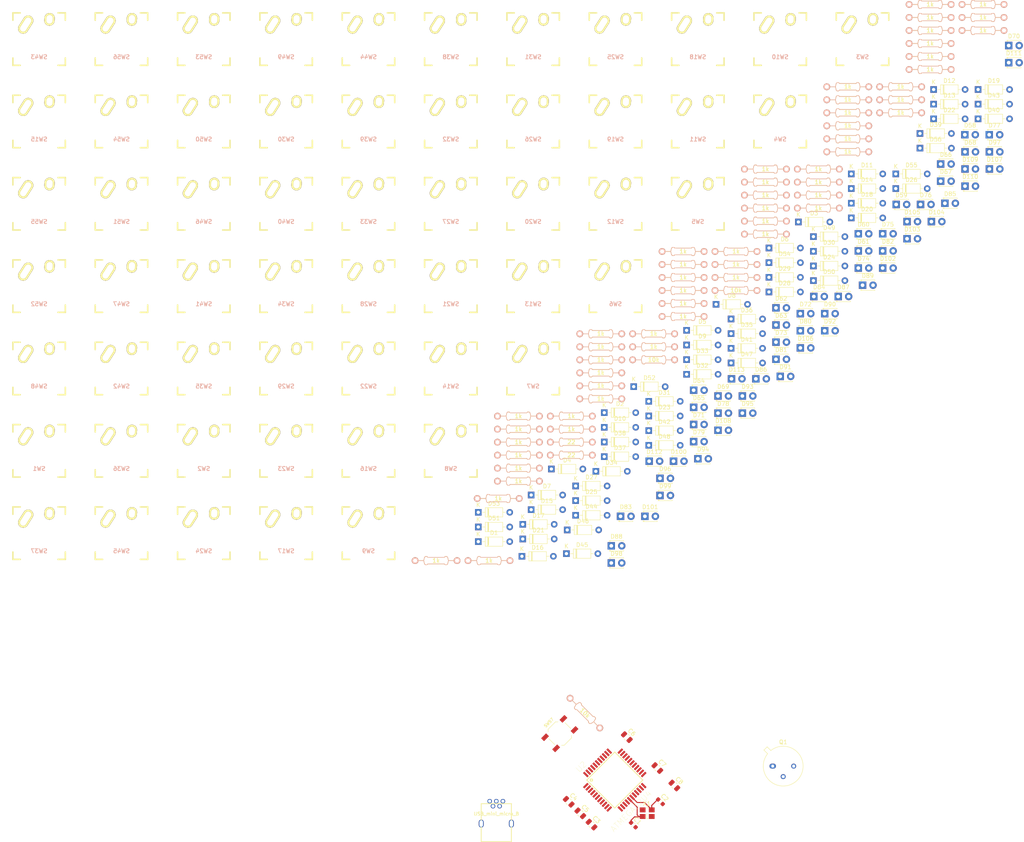
<source format=kicad_pcb>
(kicad_pcb (version 20171130) (host pcbnew "(5.1.9)-1")
  (layers (0 F.Cu signal) (31 B.Cu signal) (34 B.Paste user) (35 F.Paste user) (36 B.SilkS user) (37 F.SilkS user) (38 B.Mask user) (39 F.Mask user) (44 Edge.Cuts user))
  (net 0 "")
  (net 1 /Col0)
  (net 2 "Net-(D1-Pad2)")
  (net 3 "Net-(D2-Pad2)")
  (net 4 "Net-(D3-Pad2)")
  (net 5 "Net-(D4-Pad2)")
  (net 6 "Net-(D5-Pad2)")
  (net 7 "Net-(D6-Pad2)")
  (net 8 /Col1)
  (net 9 "Net-(D7-Pad2)")
  (net 10 "Net-(D8-Pad2)")
  (net 11 "Net-(D9-Pad2)")
  (net 12 "Net-(D10-Pad2)")
  (net 13 /Col2)
  (net 14 "Net-(D11-Pad2)")
  (net 15 "Net-(D12-Pad2)")
  (net 16 "Net-(D13-Pad2)")
  (net 17 "Net-(D14-Pad2)")
  (net 18 "Net-(D15-Pad2)")
  (net 19 /Col3)
  (net 20 "Net-(D16-Pad2)")
  (net 21 "Net-(D17-Pad2)")
  (net 22 "Net-(D18-Pad2)")
  (net 23 "Net-(D19-Pad2)")
  (net 24 "Net-(D20-Pad2)")
  (net 25 /Col4)
  (net 26 "Net-(D21-Pad2)")
  (net 27 "Net-(D22-Pad2)")
  (net 28 "Net-(D23-Pad2)")
  (net 29 "Net-(D24-Pad2)")
  (net 30 /Col5)
  (net 31 "Net-(D25-Pad2)")
  (net 32 "Net-(D26-Pad2)")
  (net 33 "Net-(D27-Pad2)")
  (net 34 "Net-(D28-Pad2)")
  (net 35 "Net-(D29-Pad2)")
  (net 36 /Col6)
  (net 37 "Net-(D30-Pad2)")
  (net 38 "Net-(D31-Pad2)")
  (net 39 "Net-(D32-Pad2)")
  (net 40 /Col7)
  (net 41 "Net-(D33-Pad2)")
  (net 42 "Net-(D34-Pad2)")
  (net 43 "Net-(D35-Pad2)")
  (net 44 "Net-(D36-Pad2)")
  (net 45 "Net-(D37-Pad2)")
  (net 46 /Col8)
  (net 47 "Net-(D38-Pad2)")
  (net 48 "Net-(D39-Pad2)")
  (net 49 "Net-(D40-Pad2)")
  (net 50 "Net-(D41-Pad2)")
  (net 51 "Net-(D42-Pad2)")
  (net 52 /Col9)
  (net 53 "Net-(D43-Pad2)")
  (net 54 "Net-(D44-Pad2)")
  (net 55 "Net-(D45-Pad2)")
  (net 56 "Net-(D46-Pad2)")
  (net 57 "Net-(D47-Pad2)")
  (net 58 /Col10)
  (net 59 "Net-(D48-Pad2)")
  (net 60 "Net-(D49-Pad2)")
  (net 61 "Net-(D50-Pad2)")
  (net 62 "Net-(D51-Pad2)")
  (net 63 /Col11)
  (net 64 "Net-(D52-Pad2)")
  (net 65 "Net-(D53-Pad2)")
  (net 66 "Net-(D54-Pad2)")
  (net 67 "Net-(D55-Pad2)")
  (net 68 "Net-(D56-Pad2)")
  (net 69 "Net-(D100-Pad1)")
  (net 70 /LED_array)
  (net 71 +5V)
  (net 72 /Row0)
  (net 73 /Row1)
  (net 74 /Row2)
  (net 75 /Row3)
  (net 76 /Row4)
  (net 77 "Net-(C1-Pad1)")
  (net 78 "Net-(C2-Pad1)")
  (net 79 VCC)
  (net 80 "Net-(C8-Pad1)")
  (net 81 "Net-(D58-Pad2)")
  (net 82 "Net-(D59-Pad2)")
  (net 83 "Net-(D60-Pad2)")
  (net 84 "Net-(D61-Pad2)")
  (net 85 "Net-(D62-Pad2)")
  (net 86 "Net-(D63-Pad2)")
  (net 87 "Net-(D64-Pad2)")
  (net 88 "Net-(D65-Pad2)")
  (net 89 "Net-(D66-Pad2)")
  (net 90 "Net-(D67-Pad2)")
  (net 91 "Net-(D68-Pad2)")
  (net 92 "Net-(D69-Pad2)")
  (net 93 "Net-(D70-Pad2)")
  (net 94 "Net-(D71-Pad2)")
  (net 95 "Net-(D72-Pad2)")
  (net 96 "Net-(D73-Pad2)")
  (net 97 "Net-(D74-Pad2)")
  (net 98 "Net-(D75-Pad2)")
  (net 99 "Net-(D76-Pad2)")
  (net 100 "Net-(D77-Pad2)")
  (net 101 "Net-(D78-Pad2)")
  (net 102 "Net-(D78-Pad1)")
  (net 103 "Net-(D79-Pad1)")
  (net 104 "Net-(D79-Pad2)")
  (net 105 "Net-(D80-Pad2)")
  (net 106 "Net-(D80-Pad1)")
  (net 107 "Net-(D81-Pad2)")
  (net 108 "Net-(D82-Pad2)")
  (net 109 "Net-(D83-Pad2)")
  (net 110 "Net-(D84-Pad2)")
  (net 111 "Net-(D85-Pad2)")
  (net 112 "Net-(D86-Pad2)")
  (net 113 "Net-(D87-Pad2)")
  (net 114 "Net-(D88-Pad2)")
  (net 115 "Net-(D89-Pad2)")
  (net 116 "Net-(D90-Pad2)")
  (net 117 "Net-(D91-Pad2)")
  (net 118 "Net-(D92-Pad2)")
  (net 119 "Net-(D93-Pad2)")
  (net 120 "Net-(D94-Pad2)")
  (net 121 "Net-(D95-Pad2)")
  (net 122 "Net-(D96-Pad2)")
  (net 123 "Net-(D97-Pad2)")
  (net 124 "Net-(D98-Pad2)")
  (net 125 "Net-(D99-Pad2)")
  (net 126 "Net-(D100-Pad2)")
  (net 127 "Net-(D101-Pad2)")
  (net 128 "Net-(D102-Pad2)")
  (net 129 "Net-(D103-Pad2)")
  (net 130 "Net-(D104-Pad2)")
  (net 131 "Net-(D105-Pad2)")
  (net 132 "Net-(D106-Pad2)")
  (net 133 "Net-(D107-Pad2)")
  (net 134 "Net-(D108-Pad2)")
  (net 135 "Net-(D109-Pad2)")
  (net 136 "Net-(D110-Pad2)")
  (net 137 "Net-(D111-Pad2)")
  (net 138 "Net-(D112-Pad2)")
  (net 139 "Net-(D113-Pad2)")
  (net 140 "Net-(J1-Pad1)")
  (net 141 "Net-(J1-Pad2)")
  (net 142 "Net-(J1-Pad3)")
  (net 143 "Net-(J1-Pad4)")
  (net 144 "Net-(R1-Pad1)")
  (net 145 "Net-(R2-Pad2)")
  (net 146 "Net-(R3-Pad1)")
  (net 147 "Net-(R4-Pad1)")
  (net 148 "Net-(R10-Pad2)")
  (net 149 "Net-(R7-Pad2)")
  (net 150 "Net-(R8-Pad2)")
  (net 151 "Net-(R9-Pad2)")
  (net 152 "Net-(R12-Pad2)")
  (net 153 "Net-(R13-Pad2)")
  (net 154 "Net-(R14-Pad2)")
  (net 155 "Net-(R15-Pad2)")
  (net 156 "Net-(R17-Pad2)")
  (net 157 "Net-(R18-Pad2)")
  (net 158 "Net-(R19-Pad2)")
  (net 159 "Net-(R20-Pad2)")
  (net 160 "Net-(R22-Pad2)")
  (net 161 "Net-(R23-Pad2)")
  (net 162 "Net-(R24-Pad2)")
  (net 163 "Net-(R25-Pad2)")
  (net 164 "Net-(R27-Pad2)")
  (net 165 "Net-(R28-Pad2)")
  (net 166 "Net-(R29-Pad2)")
  (net 167 "Net-(R31-Pad2)")
  (net 168 "Net-(R32-Pad2)")
  (net 169 "Net-(R33-Pad2)")
  (net 170 "Net-(R35-Pad2)")
  (net 171 "Net-(R36-Pad2)")
  (net 172 "Net-(R37-Pad2)")
  (net 173 "Net-(R39-Pad2)")
  (net 174 "Net-(R40-Pad2)")
  (net 175 "Net-(R41-Pad2)")
  (net 176 "Net-(R43-Pad2)")
  (net 177 "Net-(R44-Pad2)")
  (net 178 "Net-(R45-Pad2)")
  (net 179 "Net-(R46-Pad2)")
  (net 180 "Net-(R46-Pad1)")
  (net 181 "Net-(R48-Pad2)")
  (net 182 "Net-(R49-Pad2)")
  (net 183 "Net-(R50-Pad2)")
  (net 184 "Net-(R51-Pad2)")
  (net 185 "Net-(R53-Pad2)")
  (net 186 "Net-(R54-Pad2)")
  (net 187 "Net-(R55-Pad2)")
  (net 188 "Net-(R56-Pad2)")
  (net 189 "Net-(R58-Pad2)")
  (net 190 "Net-(R59-Pad2)")
  (net 191 "Net-(R60-Pad2)")
  (net 192 "Net-(R61-Pad2)")
  (net 193 "Net-(U2-Pad42)")
  (net 194 "Net-(U2-Pad41)")
  (net 195 "Net-(U2-Pad40)")
  (net 196 "Net-(U2-Pad32)")
  (net 197 "Net-(U2-Pad26)")
  (net 198 TX_LED)
  (net 199 "Net-(U2-Pad12)")
  (net 200 RX_LED)
  (net 201 "Net-(U2-Pad7)")
  (net 202 "Net-(X1-Pad3)")
  (module "Keyboard parts:22pf_0603" (layer F.Cu) (at 154.78125 64.5 315)
    (fp_text reference C1 (at 0 -1.43 135) (layer F.SilkS))
    (fp_text value 22p)
    (pad 1 smd roundrect (at -0.775 0 315) (size 0.9 0.95) (layers F.Cu F.Paste F.Mask) (net 77 "Net-(C1-Pad1)"))
    (pad 2 smd roundrect (at 0.775 0 315) (size 0.9 0.95) (layers F.Cu F.Paste F.Mask) (net 71 +5V))
  )
  (module "Keyboard parts:22pf_0603" (layer F.Cu) (at 161.34375 58.875 315)
    (fp_text reference C2 (at 0 -1.43 135) (layer F.SilkS))
    (fp_text value 22p)
    (pad 2 smd roundrect (at 0.775 0 315) (size 0.9 0.95) (layers F.Cu F.Paste F.Mask) (net 71 +5V))
    (pad 1 smd roundrect (at -0.775 0 315) (size 0.9 0.95) (layers F.Cu F.Paste F.Mask) (net 78 "Net-(C2-Pad1)"))
  )
  (module "Keyboard parts:.1uf_0805" (layer F.Cu) (at 144.65625 64.40625 315)
    (fp_text reference C3 (at 0 -1.68 135) (layer F.SilkS))
    (fp_text value .1u)
    (pad 1 smd roundrect (at -0.95 0 315) (size 1 1.45) (layers F.Cu F.Paste F.Mask) (net 79 VCC))
    (pad 2 smd roundrect (at 0.95 0 315) (size 1 1.45) (layers F.Cu F.Paste F.Mask) (net 71 +5V))
  )
  (module "Keyboard parts:.1uf_0805" (layer F.Cu) (at 139.125 58.875 315)
    (fp_text reference C4 (at 0 -1.68 135) (layer F.SilkS))
    (fp_text value .1u)
    (pad 1 smd roundrect (at -0.95 0 315) (size 1 1.45) (layers F.Cu F.Paste F.Mask) (net 79 VCC))
    (pad 2 smd roundrect (at 0.95 0 315) (size 1 1.45) (layers F.Cu F.Paste F.Mask) (net 71 +5V))
  )
  (module "Keyboard parts:.1uf_0805" (layer F.Cu) (at 141.9375 61.6875 315)
    (fp_text reference C5 (at 0 -1.68 135) (layer F.SilkS))
    (fp_text value .1u)
    (pad 2 smd roundrect (at 0.95 0 315) (size 1 1.45) (layers F.Cu F.Paste F.Mask) (net 71 +5V))
    (pad 1 smd roundrect (at -0.95 0 315) (size 1 1.45) (layers F.Cu F.Paste F.Mask) (net 79 VCC))
  )
  (module "Keyboard parts:.1uf_0805" (layer F.Cu) (at 153.203001 43.234251 315)
    (fp_text reference C6 (at 0 -1.68 135) (layer F.SilkS))
    (fp_text value .1u)
    (pad 2 smd roundrect (at 0.95 0 315) (size 1 1.45) (layers F.Cu F.Paste F.Mask) (net 71 +5V))
    (pad 1 smd roundrect (at -0.95 0 315) (size 1 1.45) (layers F.Cu F.Paste F.Mask) (net 79 VCC))
  )
  (module "Keyboard parts:.1uf_0805" (layer F.Cu) (at 160.59375 50.71875 315)
    (fp_text reference C7 (at 0 -1.68 135) (layer F.SilkS))
    (fp_text value .1u)
    (pad 2 smd roundrect (at 0.95 0 315) (size 1 1.45) (layers F.Cu F.Paste F.Mask) (net 71 +5V))
    (pad 1 smd roundrect (at -0.95 0 315) (size 1 1.45) (layers F.Cu F.Paste F.Mask) (net 79 VCC))
  )
  (module "Keyboard parts:.1uf_0805" (layer F.Cu) (at 164.71875 54.9375 315)
    (fp_text reference C8 (at 0 -1.68 135) (layer F.SilkS))
    (fp_text value 1u)
    (pad 1 smd roundrect (at -0.95 0 315) (size 1 1.45) (layers F.Cu F.Paste F.Mask) (net 80 "Net-(C8-Pad1)"))
    (pad 2 smd roundrect (at 0.95 0 315) (size 1 1.45) (layers F.Cu F.Paste F.Mask) (net 71 +5V))
  )
  (module Diode_THT:D_DO-35_SOD27_P7.62mm_Horizontal (layer F.Cu) (at 117.231251 -4.116249)
    (fp_text reference D1 (at 3.81 -2.12) (layer F.SilkS))
    (fp_text value 1N4148)
    (fp_text user K (at 0 -1.8) (layer F.SilkS))
    (pad 2 thru_hole oval (at 7.62 0) (size 1.6 1.6) (drill 0.8) (layers *.Cu *.Mask) (net 2 "Net-(D1-Pad2)"))
    (pad 1 thru_hole rect (at 0 0) (size 1.6 1.6) (drill 0.8) (layers *.Cu *.Mask) (net 1 /Col0))
  )
  (module Diode_THT:D_DO-35_SOD27_P7.62mm_Horizontal (layer F.Cu) (at 147.741251 -35.346249)
    (fp_text reference D2 (at 3.81 -2.12) (layer F.SilkS))
    (fp_text value 1N4148)
    (fp_text user K (at 0 -1.8) (layer F.SilkS))
    (pad 1 thru_hole rect (at 0 0) (size 1.6 1.6) (drill 0.8) (layers *.Cu *.Mask) (net 1 /Col0))
    (pad 2 thru_hole oval (at 7.62 0) (size 1.6 1.6) (drill 0.8) (layers *.Cu *.Mask) (net 3 "Net-(D2-Pad2)"))
  )
  (module Diode_THT:D_DO-35_SOD27_P7.62mm_Horizontal (layer F.Cu) (at 194.751251 -81.526249)
    (fp_text reference D3 (at 3.81 -2.12) (layer F.SilkS))
    (fp_text value 1N4148)
    (fp_text user K (at 0 -1.8) (layer F.SilkS))
    (pad 1 thru_hole rect (at 0 0) (size 1.6 1.6) (drill 0.8) (layers *.Cu *.Mask) (net 1 /Col0))
    (pad 2 thru_hole oval (at 7.62 0) (size 1.6 1.6) (drill 0.8) (layers *.Cu *.Mask) (net 4 "Net-(D3-Pad2)"))
  )
  (module Diode_THT:D_DO-35_SOD27_P7.62mm_Horizontal (layer F.Cu) (at 134.931251 -21.706249)
    (fp_text reference D4 (at 3.81 -2.12) (layer F.SilkS))
    (fp_text value 1N4148)
    (fp_text user K (at 0 -1.8) (layer F.SilkS))
    (pad 2 thru_hole oval (at 7.62 0) (size 1.6 1.6) (drill 0.8) (layers *.Cu *.Mask) (net 5 "Net-(D4-Pad2)"))
    (pad 1 thru_hole rect (at 0 0) (size 1.6 1.6) (drill 0.8) (layers *.Cu *.Mask) (net 1 /Col0))
  )
  (module Diode_THT:D_DO-35_SOD27_P7.62mm_Horizontal (layer F.Cu) (at 167.681251 -55.286249)
    (fp_text reference D5 (at 3.81 -2.12) (layer F.SilkS))
    (fp_text value 1N4148)
    (fp_text user K (at 0 -1.8) (layer F.SilkS))
    (pad 1 thru_hole rect (at 0 0) (size 1.6 1.6) (drill 0.8) (layers *.Cu *.Mask) (net 1 /Col0))
    (pad 2 thru_hole oval (at 7.62 0) (size 1.6 1.6) (drill 0.8) (layers *.Cu *.Mask) (net 6 "Net-(D5-Pad2)"))
  )
  (module Diode_THT:D_DO-35_SOD27_P7.62mm_Horizontal (layer F.Cu) (at 187.621251 -75.226249)
    (fp_text reference D6 (at 3.81 -2.12) (layer F.SilkS))
    (fp_text value 1N4148)
    (fp_text user K (at 0 -1.8) (layer F.SilkS))
    (pad 1 thru_hole rect (at 0 0) (size 1.6 1.6) (drill 0.8) (layers *.Cu *.Mask) (net 8 /Col1))
    (pad 2 thru_hole oval (at 7.62 0) (size 1.6 1.6) (drill 0.8) (layers *.Cu *.Mask) (net 7 "Net-(D6-Pad2)"))
  )
  (module Diode_THT:D_DO-35_SOD27_P7.62mm_Horizontal (layer F.Cu) (at 130.041251 -15.406249)
    (fp_text reference D7 (at 3.81 -2.12) (layer F.SilkS))
    (fp_text value 1N4148)
    (fp_text user K (at 0 -1.8) (layer F.SilkS))
    (pad 2 thru_hole oval (at 7.62 0) (size 1.6 1.6) (drill 0.8) (layers *.Cu *.Mask) (net 9 "Net-(D7-Pad2)"))
    (pad 1 thru_hole rect (at 0 0) (size 1.6 1.6) (drill 0.8) (layers *.Cu *.Mask) (net 8 /Col1))
  )
  (module Diode_THT:D_DO-35_SOD27_P7.62mm_Horizontal (layer F.Cu) (at 174.811251 -61.586249)
    (fp_text reference D8 (at 3.81 -2.12) (layer F.SilkS))
    (fp_text value 1N4148)
    (fp_text user K (at 0 -1.8) (layer F.SilkS))
    (pad 2 thru_hole oval (at 7.62 0) (size 1.6 1.6) (drill 0.8) (layers *.Cu *.Mask) (net 10 "Net-(D8-Pad2)"))
    (pad 1 thru_hole rect (at 0 0) (size 1.6 1.6) (drill 0.8) (layers *.Cu *.Mask) (net 8 /Col1))
  )
  (module Diode_THT:D_DO-35_SOD27_P7.62mm_Horizontal (layer F.Cu) (at 167.681251 -51.736249)
    (fp_text reference D9 (at 3.81 -2.12) (layer F.SilkS))
    (fp_text value 1N4148)
    (fp_text user K (at 0 -1.8) (layer F.SilkS))
    (pad 1 thru_hole rect (at 0 0) (size 1.6 1.6) (drill 0.8) (layers *.Cu *.Mask) (net 8 /Col1))
    (pad 2 thru_hole oval (at 7.62 0) (size 1.6 1.6) (drill 0.8) (layers *.Cu *.Mask) (net 11 "Net-(D9-Pad2)"))
  )
  (module Diode_THT:D_DO-35_SOD27_P7.62mm_Horizontal (layer F.Cu) (at 147.741251 -31.796249)
    (fp_text reference D10 (at 3.81 -2.12) (layer F.SilkS))
    (fp_text value 1N4148)
    (fp_text user K (at 0 -1.8) (layer F.SilkS))
    (pad 1 thru_hole rect (at 0 0) (size 1.6 1.6) (drill 0.8) (layers *.Cu *.Mask) (net 8 /Col1))
    (pad 2 thru_hole oval (at 7.62 0) (size 1.6 1.6) (drill 0.8) (layers *.Cu *.Mask) (net 12 "Net-(D10-Pad2)"))
  )
  (module Diode_THT:D_DO-35_SOD27_P7.62mm_Horizontal (layer F.Cu) (at 207.561251 -93.166249)
    (fp_text reference D11 (at 3.81 -2.12) (layer F.SilkS))
    (fp_text value 1N4148)
    (fp_text user K (at 0 -1.8) (layer F.SilkS))
    (pad 1 thru_hole rect (at 0 0) (size 1.6 1.6) (drill 0.8) (layers *.Cu *.Mask) (net 13 /Col2))
    (pad 2 thru_hole oval (at 7.62 0) (size 1.6 1.6) (drill 0.8) (layers *.Cu *.Mask) (net 14 "Net-(D11-Pad2)"))
  )
  (module Diode_THT:D_DO-35_SOD27_P7.62mm_Horizontal (layer F.Cu) (at 227.501251 -113.606249)
    (fp_text reference D12 (at 3.81 -2.12) (layer F.SilkS))
    (fp_text value 1N4148)
    (fp_text user K (at 0 -1.8) (layer F.SilkS))
    (pad 2 thru_hole oval (at 7.62 0) (size 1.6 1.6) (drill 0.8) (layers *.Cu *.Mask) (net 15 "Net-(D12-Pad2)"))
    (pad 1 thru_hole rect (at 0 0) (size 1.6 1.6) (drill 0.8) (layers *.Cu *.Mask) (net 13 /Col2))
  )
  (module Diode_THT:D_DO-35_SOD27_P7.62mm_Horizontal (layer F.Cu) (at 227.501251 -110.056249)
    (fp_text reference D13 (at 3.81 -2.12) (layer F.SilkS))
    (fp_text value 1N4148)
    (fp_text user K (at 0 -1.8) (layer F.SilkS))
    (pad 2 thru_hole oval (at 7.62 0) (size 1.6 1.6) (drill 0.8) (layers *.Cu *.Mask) (net 16 "Net-(D13-Pad2)"))
    (pad 1 thru_hole rect (at 0 0) (size 1.6 1.6) (drill 0.8) (layers *.Cu *.Mask) (net 13 /Col2))
  )
  (module Diode_THT:D_DO-35_SOD27_P7.62mm_Horizontal (layer F.Cu) (at 207.561251 -89.616249)
    (fp_text reference D14 (at 3.81 -2.12) (layer F.SilkS))
    (fp_text value 1N4148)
    (fp_text user K (at 0 -1.8) (layer F.SilkS))
    (pad 2 thru_hole oval (at 7.62 0) (size 1.6 1.6) (drill 0.8) (layers *.Cu *.Mask) (net 17 "Net-(D14-Pad2)"))
    (pad 1 thru_hole rect (at 0 0) (size 1.6 1.6) (drill 0.8) (layers *.Cu *.Mask) (net 13 /Col2))
  )
  (module Diode_THT:D_DO-35_SOD27_P7.62mm_Horizontal (layer F.Cu) (at 130.041251 -11.856249)
    (fp_text reference D15 (at 3.81 -2.12) (layer F.SilkS))
    (fp_text value 1N4148)
    (fp_text user K (at 0 -1.8) (layer F.SilkS))
    (pad 2 thru_hole oval (at 7.62 0) (size 1.6 1.6) (drill 0.8) (layers *.Cu *.Mask) (net 18 "Net-(D15-Pad2)"))
    (pad 1 thru_hole rect (at 0 0) (size 1.6 1.6) (drill 0.8) (layers *.Cu *.Mask) (net 13 /Col2))
  )
  (module Diode_THT:D_DO-35_SOD27_P7.62mm_Horizontal (layer F.Cu) (at 127.801251 -0.566249)
    (fp_text reference D16 (at 3.81 -2.12) (layer F.SilkS))
    (fp_text value 1N4148)
    (fp_text user K (at 0 -1.8) (layer F.SilkS))
    (pad 2 thru_hole oval (at 7.62 0) (size 1.6 1.6) (drill 0.8) (layers *.Cu *.Mask) (net 20 "Net-(D16-Pad2)"))
    (pad 1 thru_hole rect (at 0 0) (size 1.6 1.6) (drill 0.8) (layers *.Cu *.Mask) (net 19 /Col3))
  )
  (module Diode_THT:D_DO-35_SOD27_P7.62mm_Horizontal (layer F.Cu) (at 128.001251 -8.306249)
    (fp_text reference D17 (at 3.81 -2.12) (layer F.SilkS))
    (fp_text value 1N4148)
    (fp_text user K (at 0 -1.8) (layer F.SilkS))
    (pad 1 thru_hole rect (at 0 0) (size 1.6 1.6) (drill 0.8) (layers *.Cu *.Mask) (net 19 /Col3))
    (pad 2 thru_hole oval (at 7.62 0) (size 1.6 1.6) (drill 0.8) (layers *.Cu *.Mask) (net 21 "Net-(D17-Pad2)"))
  )
  (module Diode_THT:D_DO-35_SOD27_P7.62mm_Horizontal (layer F.Cu) (at 207.561251 -86.066249)
    (fp_text reference D18 (at 3.81 -2.12) (layer F.SilkS))
    (fp_text value 1N4148)
    (fp_text user K (at 0 -1.8) (layer F.SilkS))
    (pad 2 thru_hole oval (at 7.62 0) (size 1.6 1.6) (drill 0.8) (layers *.Cu *.Mask) (net 22 "Net-(D18-Pad2)"))
    (pad 1 thru_hole rect (at 0 0) (size 1.6 1.6) (drill 0.8) (layers *.Cu *.Mask) (net 19 /Col3))
  )
  (module Diode_THT:D_DO-35_SOD27_P7.62mm_Horizontal (layer F.Cu) (at 238.271251 -113.606249)
    (fp_text reference D19 (at 3.81 -2.12) (layer F.SilkS))
    (fp_text value 1N4148)
    (fp_text user K (at 0 -1.8) (layer F.SilkS))
    (pad 1 thru_hole rect (at 0 0) (size 1.6 1.6) (drill 0.8) (layers *.Cu *.Mask) (net 19 /Col3))
    (pad 2 thru_hole oval (at 7.62 0) (size 1.6 1.6) (drill 0.8) (layers *.Cu *.Mask) (net 23 "Net-(D19-Pad2)"))
  )
  (module Diode_THT:D_DO-35_SOD27_P7.62mm_Horizontal (layer F.Cu) (at 207.561251 -82.516249)
    (fp_text reference D20 (at 3.81 -2.12) (layer F.SilkS))
    (fp_text value 1N4148)
    (fp_text user K (at 0 -1.8) (layer F.SilkS))
    (pad 2 thru_hole oval (at 7.62 0) (size 1.6 1.6) (drill 0.8) (layers *.Cu *.Mask) (net 24 "Net-(D20-Pad2)"))
    (pad 1 thru_hole rect (at 0 0) (size 1.6 1.6) (drill 0.8) (layers *.Cu *.Mask) (net 19 /Col3))
  )
  (module Diode_THT:D_DO-35_SOD27_P7.62mm_Horizontal (layer F.Cu) (at 128.001251 -4.756249)
    (fp_text reference D21 (at 3.81 -2.12) (layer F.SilkS))
    (fp_text value 1N4148)
    (fp_text user K (at 0 -1.8) (layer F.SilkS))
    (pad 2 thru_hole oval (at 7.62 0) (size 1.6 1.6) (drill 0.8) (layers *.Cu *.Mask) (net 26 "Net-(D21-Pad2)"))
    (pad 1 thru_hole rect (at 0 0) (size 1.6 1.6) (drill 0.8) (layers *.Cu *.Mask) (net 25 /Col4))
  )
  (module Diode_THT:D_DO-35_SOD27_P7.62mm_Horizontal (layer F.Cu) (at 227.501251 -106.506249)
    (fp_text reference D22 (at 3.81 -2.12) (layer F.SilkS))
    (fp_text value 1N4148)
    (fp_text user K (at 0 -1.8) (layer F.SilkS))
    (pad 1 thru_hole rect (at 0 0) (size 1.6 1.6) (drill 0.8) (layers *.Cu *.Mask) (net 25 /Col4))
    (pad 2 thru_hole oval (at 7.62 0) (size 1.6 1.6) (drill 0.8) (layers *.Cu *.Mask) (net 27 "Net-(D22-Pad2)"))
  )
  (module Diode_THT:D_DO-35_SOD27_P7.62mm_Horizontal (layer F.Cu) (at 158.511251 -34.546249)
    (fp_text reference D23 (at 3.81 -2.12) (layer F.SilkS))
    (fp_text value 1N4148)
    (fp_text user K (at 0 -1.8) (layer F.SilkS))
    (pad 2 thru_hole oval (at 7.62 0) (size 1.6 1.6) (drill 0.8) (layers *.Cu *.Mask) (net 28 "Net-(D23-Pad2)"))
    (pad 1 thru_hole rect (at 0 0) (size 1.6 1.6) (drill 0.8) (layers *.Cu *.Mask) (net 25 /Col4))
  )
  (module Diode_THT:D_DO-35_SOD27_P7.62mm_Horizontal (layer F.Cu) (at 198.391251 -70.876249)
    (fp_text reference D24 (at 3.81 -2.12) (layer F.SilkS))
    (fp_text value 1N4148)
    (fp_text user K (at 0 -1.8) (layer F.SilkS))
    (pad 1 thru_hole rect (at 0 0) (size 1.6 1.6) (drill 0.8) (layers *.Cu *.Mask) (net 25 /Col4))
    (pad 2 thru_hole oval (at 7.62 0) (size 1.6 1.6) (drill 0.8) (layers *.Cu *.Mask) (net 29 "Net-(D24-Pad2)"))
  )
  (module Diode_THT:D_DO-35_SOD27_P7.62mm_Horizontal (layer F.Cu) (at 140.811251 -14.046249)
    (fp_text reference D25 (at 3.81 -2.12) (layer F.SilkS))
    (fp_text value 1N4148)
    (fp_text user K (at 0 -1.8) (layer F.SilkS))
    (pad 1 thru_hole rect (at 0 0) (size 1.6 1.6) (drill 0.8) (layers *.Cu *.Mask) (net 30 /Col5))
    (pad 2 thru_hole oval (at 7.62 0) (size 1.6 1.6) (drill 0.8) (layers *.Cu *.Mask) (net 31 "Net-(D25-Pad2)"))
  )
  (module Diode_THT:D_DO-35_SOD27_P7.62mm_Horizontal (layer F.Cu) (at 218.331251 -89.616249)
    (fp_text reference D26 (at 3.81 -2.12) (layer F.SilkS))
    (fp_text value 1N4148)
    (fp_text user K (at 0 -1.8) (layer F.SilkS))
    (pad 1 thru_hole rect (at 0 0) (size 1.6 1.6) (drill 0.8) (layers *.Cu *.Mask) (net 30 /Col5))
    (pad 2 thru_hole oval (at 7.62 0) (size 1.6 1.6) (drill 0.8) (layers *.Cu *.Mask) (net 32 "Net-(D26-Pad2)"))
  )
  (module Diode_THT:D_DO-35_SOD27_P7.62mm_Horizontal (layer F.Cu) (at 140.811251 -17.596249)
    (fp_text reference D27 (at 3.81 -2.12) (layer F.SilkS))
    (fp_text value 1N4148)
    (fp_text user K (at 0 -1.8) (layer F.SilkS))
    (pad 1 thru_hole rect (at 0 0) (size 1.6 1.6) (drill 0.8) (layers *.Cu *.Mask) (net 30 /Col5))
    (pad 2 thru_hole oval (at 7.62 0) (size 1.6 1.6) (drill 0.8) (layers *.Cu *.Mask) (net 33 "Net-(D27-Pad2)"))
  )
  (module Diode_THT:D_DO-35_SOD27_P7.62mm_Horizontal (layer F.Cu) (at 187.621251 -64.576249)
    (fp_text reference D28 (at 3.81 -2.12) (layer F.SilkS))
    (fp_text value 1N4148)
    (fp_text user K (at 0 -1.8) (layer F.SilkS))
    (pad 1 thru_hole rect (at 0 0) (size 1.6 1.6) (drill 0.8) (layers *.Cu *.Mask) (net 30 /Col5))
    (pad 2 thru_hole oval (at 7.62 0) (size 1.6 1.6) (drill 0.8) (layers *.Cu *.Mask) (net 34 "Net-(D28-Pad2)"))
  )
  (module Diode_THT:D_DO-35_SOD27_P7.62mm_Horizontal (layer F.Cu) (at 187.621251 -68.126249)
    (fp_text reference D29 (at 3.81 -2.12) (layer F.SilkS))
    (fp_text value 1N4148)
    (fp_text user K (at 0 -1.8) (layer F.SilkS))
    (pad 2 thru_hole oval (at 7.62 0) (size 1.6 1.6) (drill 0.8) (layers *.Cu *.Mask) (net 35 "Net-(D29-Pad2)"))
    (pad 1 thru_hole rect (at 0 0) (size 1.6 1.6) (drill 0.8) (layers *.Cu *.Mask) (net 36 /Col6))
  )
  (module Diode_THT:D_DO-35_SOD27_P7.62mm_Horizontal (layer F.Cu) (at 198.391251 -74.426249)
    (fp_text reference D30 (at 3.81 -2.12) (layer F.SilkS))
    (fp_text value 1N4148)
    (fp_text user K (at 0 -1.8) (layer F.SilkS))
    (pad 2 thru_hole oval (at 7.62 0) (size 1.6 1.6) (drill 0.8) (layers *.Cu *.Mask) (net 37 "Net-(D30-Pad2)"))
    (pad 1 thru_hole rect (at 0 0) (size 1.6 1.6) (drill 0.8) (layers *.Cu *.Mask) (net 36 /Col6))
  )
  (module Diode_THT:D_DO-35_SOD27_P7.62mm_Horizontal (layer F.Cu) (at 158.511251 -38.096249)
    (fp_text reference D31 (at 3.81 -2.12) (layer F.SilkS))
    (fp_text value 1N4148)
    (fp_text user K (at 0 -1.8) (layer F.SilkS))
    (pad 1 thru_hole rect (at 0 0) (size 1.6 1.6) (drill 0.8) (layers *.Cu *.Mask) (net 36 /Col6))
    (pad 2 thru_hole oval (at 7.62 0) (size 1.6 1.6) (drill 0.8) (layers *.Cu *.Mask) (net 38 "Net-(D31-Pad2)"))
  )
  (module Diode_THT:D_DO-35_SOD27_P7.62mm_Horizontal (layer F.Cu) (at 167.681251 -44.636249)
    (fp_text reference D32 (at 3.81 -2.12) (layer F.SilkS))
    (fp_text value 1N4148)
    (fp_text user K (at 0 -1.8) (layer F.SilkS))
    (pad 2 thru_hole oval (at 7.62 0) (size 1.6 1.6) (drill 0.8) (layers *.Cu *.Mask) (net 39 "Net-(D32-Pad2)"))
    (pad 1 thru_hole rect (at 0 0) (size 1.6 1.6) (drill 0.8) (layers *.Cu *.Mask) (net 36 /Col6))
  )
  (module Diode_THT:D_DO-35_SOD27_P7.62mm_Horizontal (layer F.Cu) (at 167.681251 -48.186249)
    (fp_text reference D33 (at 3.81 -2.12) (layer F.SilkS))
    (fp_text value 1N4148)
    (fp_text user K (at 0 -1.8) (layer F.SilkS))
    (pad 1 thru_hole rect (at 0 0) (size 1.6 1.6) (drill 0.8) (layers *.Cu *.Mask) (net 40 /Col7))
    (pad 2 thru_hole oval (at 7.62 0) (size 1.6 1.6) (drill 0.8) (layers *.Cu *.Mask) (net 41 "Net-(D33-Pad2)"))
  )
  (module Diode_THT:D_DO-35_SOD27_P7.62mm_Horizontal (layer F.Cu) (at 145.701251 -21.146249)
    (fp_text reference D34 (at 3.81 -2.12) (layer F.SilkS))
    (fp_text value 1N4148)
    (fp_text user K (at 0 -1.8) (layer F.SilkS))
    (pad 2 thru_hole oval (at 7.62 0) (size 1.6 1.6) (drill 0.8) (layers *.Cu *.Mask) (net 42 "Net-(D34-Pad2)"))
    (pad 1 thru_hole rect (at 0 0) (size 1.6 1.6) (drill 0.8) (layers *.Cu *.Mask) (net 40 /Col7))
  )
  (module Diode_THT:D_DO-35_SOD27_P7.62mm_Horizontal (layer F.Cu) (at 178.451251 -54.486249)
    (fp_text reference D35 (at 3.81 -2.12) (layer F.SilkS))
    (fp_text value 1N4148)
    (fp_text user K (at 0 -1.8) (layer F.SilkS))
    (pad 2 thru_hole oval (at 7.62 0) (size 1.6 1.6) (drill 0.8) (layers *.Cu *.Mask) (net 43 "Net-(D35-Pad2)"))
    (pad 1 thru_hole rect (at 0 0) (size 1.6 1.6) (drill 0.8) (layers *.Cu *.Mask) (net 40 /Col7))
  )
  (module Diode_THT:D_DO-35_SOD27_P7.62mm_Horizontal (layer F.Cu) (at 178.451251 -58.036249)
    (fp_text reference D36 (at 3.81 -2.12) (layer F.SilkS))
    (fp_text value 1N4148)
    (fp_text user K (at 0 -1.8) (layer F.SilkS))
    (pad 2 thru_hole oval (at 7.62 0) (size 1.6 1.6) (drill 0.8) (layers *.Cu *.Mask) (net 44 "Net-(D36-Pad2)"))
    (pad 1 thru_hole rect (at 0 0) (size 1.6 1.6) (drill 0.8) (layers *.Cu *.Mask) (net 40 /Col7))
  )
  (module Diode_THT:D_DO-35_SOD27_P7.62mm_Horizontal (layer F.Cu) (at 147.741251 -24.696249)
    (fp_text reference D37 (at 3.81 -2.12) (layer F.SilkS))
    (fp_text value 1N4148)
    (fp_text user K (at 0 -1.8) (layer F.SilkS))
    (pad 1 thru_hole rect (at 0 0) (size 1.6 1.6) (drill 0.8) (layers *.Cu *.Mask) (net 46 /Col8))
    (pad 2 thru_hole oval (at 7.62 0) (size 1.6 1.6) (drill 0.8) (layers *.Cu *.Mask) (net 45 "Net-(D37-Pad2)"))
  )
  (module Diode_THT:D_DO-35_SOD27_P7.62mm_Horizontal (layer F.Cu) (at 147.741251 -28.246249)
    (fp_text reference D38 (at 3.81 -2.12) (layer F.SilkS))
    (fp_text value 1N4148)
    (fp_text user K (at 0 -1.8) (layer F.SilkS))
    (pad 1 thru_hole rect (at 0 0) (size 1.6 1.6) (drill 0.8) (layers *.Cu *.Mask) (net 46 /Col8))
    (pad 2 thru_hole oval (at 7.62 0) (size 1.6 1.6) (drill 0.8) (layers *.Cu *.Mask) (net 47 "Net-(D38-Pad2)"))
  )
  (module Diode_THT:D_DO-35_SOD27_P7.62mm_Horizontal (layer F.Cu) (at 224.191251 -102.956249)
    (fp_text reference D39 (at 3.81 -2.12) (layer F.SilkS))
    (fp_text value 1N4148)
    (fp_text user K (at 0 -1.8) (layer F.SilkS))
    (pad 1 thru_hole rect (at 0 0) (size 1.6 1.6) (drill 0.8) (layers *.Cu *.Mask) (net 46 /Col8))
    (pad 2 thru_hole oval (at 7.62 0) (size 1.6 1.6) (drill 0.8) (layers *.Cu *.Mask) (net 48 "Net-(D39-Pad2)"))
  )
  (module Diode_THT:D_DO-35_SOD27_P7.62mm_Horizontal (layer F.Cu) (at 238.271251 -106.506249)
    (fp_text reference D40 (at 3.81 -2.12) (layer F.SilkS))
    (fp_text value 1N4148)
    (fp_text user K (at 0 -1.8) (layer F.SilkS))
    (pad 2 thru_hole oval (at 7.62 0) (size 1.6 1.6) (drill 0.8) (layers *.Cu *.Mask) (net 49 "Net-(D40-Pad2)"))
    (pad 1 thru_hole rect (at 0 0) (size 1.6 1.6) (drill 0.8) (layers *.Cu *.Mask) (net 46 /Col8))
  )
  (module Diode_THT:D_DO-35_SOD27_P7.62mm_Horizontal (layer F.Cu) (at 178.451251 -50.936249)
    (fp_text reference D41 (at 3.81 -2.12) (layer F.SilkS))
    (fp_text value 1N4148)
    (fp_text user K (at 0 -1.8) (layer F.SilkS))
    (pad 1 thru_hole rect (at 0 0) (size 1.6 1.6) (drill 0.8) (layers *.Cu *.Mask) (net 46 /Col8))
    (pad 2 thru_hole oval (at 7.62 0) (size 1.6 1.6) (drill 0.8) (layers *.Cu *.Mask) (net 50 "Net-(D41-Pad2)"))
  )
  (module Diode_THT:D_DO-35_SOD27_P7.62mm_Horizontal (layer F.Cu) (at 158.511251 -30.996249)
    (fp_text reference D42 (at 3.81 -2.12) (layer F.SilkS))
    (fp_text value 1N4148)
    (fp_text user K (at 0 -1.8) (layer F.SilkS))
    (pad 1 thru_hole rect (at 0 0) (size 1.6 1.6) (drill 0.8) (layers *.Cu *.Mask) (net 52 /Col9))
    (pad 2 thru_hole oval (at 7.62 0) (size 1.6 1.6) (drill 0.8) (layers *.Cu *.Mask) (net 51 "Net-(D42-Pad2)"))
  )
  (module Diode_THT:D_DO-35_SOD27_P7.62mm_Horizontal (layer F.Cu) (at 238.271251 -110.056249)
    (fp_text reference D43 (at 3.81 -2.12) (layer F.SilkS))
    (fp_text value 1N4148)
    (fp_text user K (at 0 -1.8) (layer F.SilkS))
    (pad 2 thru_hole oval (at 7.62 0) (size 1.6 1.6) (drill 0.8) (layers *.Cu *.Mask) (net 53 "Net-(D43-Pad2)"))
    (pad 1 thru_hole rect (at 0 0) (size 1.6 1.6) (drill 0.8) (layers *.Cu *.Mask) (net 52 /Col9))
  )
  (module Diode_THT:D_DO-35_SOD27_P7.62mm_Horizontal (layer F.Cu) (at 140.811251 -10.496249)
    (fp_text reference D44 (at 3.81 -2.12) (layer F.SilkS))
    (fp_text value 1N4148)
    (fp_text user K (at 0 -1.8) (layer F.SilkS))
    (pad 1 thru_hole rect (at 0 0) (size 1.6 1.6) (drill 0.8) (layers *.Cu *.Mask) (net 52 /Col9))
    (pad 2 thru_hole oval (at 7.62 0) (size 1.6 1.6) (drill 0.8) (layers *.Cu *.Mask) (net 54 "Net-(D44-Pad2)"))
  )
  (module Diode_THT:D_DO-35_SOD27_P7.62mm_Horizontal (layer F.Cu) (at 138.571251 -1.206249)
    (fp_text reference D45 (at 3.81 -2.12) (layer F.SilkS))
    (fp_text value 1N4148)
    (fp_text user K (at 0 -1.8) (layer F.SilkS))
    (pad 1 thru_hole rect (at 0 0) (size 1.6 1.6) (drill 0.8) (layers *.Cu *.Mask) (net 52 /Col9))
    (pad 2 thru_hole oval (at 7.62 0) (size 1.6 1.6) (drill 0.8) (layers *.Cu *.Mask) (net 55 "Net-(D45-Pad2)"))
  )
  (module Diode_THT:D_DO-35_SOD27_P7.62mm_Horizontal (layer F.Cu) (at 138.771251 -6.946249)
    (fp_text reference D46 (at 3.81 -2.12) (layer F.SilkS))
    (fp_text value 1N4148)
    (fp_text user K (at 0 -1.8) (layer F.SilkS))
    (pad 1 thru_hole rect (at 0 0) (size 1.6 1.6) (drill 0.8) (layers *.Cu *.Mask) (net 52 /Col9))
    (pad 2 thru_hole oval (at 7.62 0) (size 1.6 1.6) (drill 0.8) (layers *.Cu *.Mask) (net 56 "Net-(D46-Pad2)"))
  )
  (module Diode_THT:D_DO-35_SOD27_P7.62mm_Horizontal (layer F.Cu) (at 178.451251 -47.386249)
    (fp_text reference D47 (at 3.81 -2.12) (layer F.SilkS))
    (fp_text value 1N4148)
    (fp_text user K (at 0 -1.8) (layer F.SilkS))
    (pad 2 thru_hole oval (at 7.62 0) (size 1.6 1.6) (drill 0.8) (layers *.Cu *.Mask) (net 57 "Net-(D47-Pad2)"))
    (pad 1 thru_hole rect (at 0 0) (size 1.6 1.6) (drill 0.8) (layers *.Cu *.Mask) (net 58 /Col10))
  )
  (module Diode_THT:D_DO-35_SOD27_P7.62mm_Horizontal (layer F.Cu) (at 158.511251 -27.446249)
    (fp_text reference D48 (at 3.81 -2.12) (layer F.SilkS))
    (fp_text value 1N4148)
    (fp_text user K (at 0 -1.8) (layer F.SilkS))
    (pad 2 thru_hole oval (at 7.62 0) (size 1.6 1.6) (drill 0.8) (layers *.Cu *.Mask) (net 59 "Net-(D48-Pad2)"))
    (pad 1 thru_hole rect (at 0 0) (size 1.6 1.6) (drill 0.8) (layers *.Cu *.Mask) (net 58 /Col10))
  )
  (module Diode_THT:D_DO-35_SOD27_P7.62mm_Horizontal (layer F.Cu) (at 198.391251 -77.976249)
    (fp_text reference D49 (at 3.81 -2.12) (layer F.SilkS))
    (fp_text value 1N4148)
    (fp_text user K (at 0 -1.8) (layer F.SilkS))
    (pad 2 thru_hole oval (at 7.62 0) (size 1.6 1.6) (drill 0.8) (layers *.Cu *.Mask) (net 60 "Net-(D49-Pad2)"))
    (pad 1 thru_hole rect (at 0 0) (size 1.6 1.6) (drill 0.8) (layers *.Cu *.Mask) (net 58 /Col10))
  )
  (module Diode_THT:D_DO-35_SOD27_P7.62mm_Horizontal (layer F.Cu) (at 198.391251 -67.326249)
    (fp_text reference D50 (at 3.81 -2.12) (layer F.SilkS))
    (fp_text value 1N4148)
    (fp_text user K (at 0 -1.8) (layer F.SilkS))
    (pad 2 thru_hole oval (at 7.62 0) (size 1.6 1.6) (drill 0.8) (layers *.Cu *.Mask) (net 61 "Net-(D50-Pad2)"))
    (pad 1 thru_hole rect (at 0 0) (size 1.6 1.6) (drill 0.8) (layers *.Cu *.Mask) (net 58 /Col10))
  )
  (module Diode_THT:D_DO-35_SOD27_P7.62mm_Horizontal (layer F.Cu) (at 117.231251 -7.666249)
    (fp_text reference D51 (at 3.81 -2.12) (layer F.SilkS))
    (fp_text value 1N4148)
    (fp_text user K (at 0 -1.8) (layer F.SilkS))
    (pad 2 thru_hole oval (at 7.62 0) (size 1.6 1.6) (drill 0.8) (layers *.Cu *.Mask) (net 62 "Net-(D51-Pad2)"))
    (pad 1 thru_hole rect (at 0 0) (size 1.6 1.6) (drill 0.8) (layers *.Cu *.Mask) (net 58 /Col10))
  )
  (module Diode_THT:D_DO-35_SOD27_P7.62mm_Horizontal (layer F.Cu) (at 154.871251 -41.646249)
    (fp_text reference D52 (at 3.81 -2.12) (layer F.SilkS))
    (fp_text value 1N4148)
    (fp_text user K (at 0 -1.8) (layer F.SilkS))
    (pad 1 thru_hole rect (at 0 0) (size 1.6 1.6) (drill 0.8) (layers *.Cu *.Mask) (net 63 /Col11))
    (pad 2 thru_hole oval (at 7.62 0) (size 1.6 1.6) (drill 0.8) (layers *.Cu *.Mask) (net 64 "Net-(D52-Pad2)"))
  )
  (module Diode_THT:D_DO-35_SOD27_P7.62mm_Horizontal (layer F.Cu) (at 117.231251 -11.216249)
    (fp_text reference D53 (at 3.81 -2.12) (layer F.SilkS))
    (fp_text value 1N4148)
    (fp_text user K (at 0 -1.8) (layer F.SilkS))
    (pad 1 thru_hole rect (at 0 0) (size 1.6 1.6) (drill 0.8) (layers *.Cu *.Mask) (net 63 /Col11))
    (pad 2 thru_hole oval (at 7.62 0) (size 1.6 1.6) (drill 0.8) (layers *.Cu *.Mask) (net 65 "Net-(D53-Pad2)"))
  )
  (module Diode_THT:D_DO-35_SOD27_P7.62mm_Horizontal (layer F.Cu) (at 187.621251 -71.676249)
    (fp_text reference D54 (at 3.81 -2.12) (layer F.SilkS))
    (fp_text value 1N4148)
    (fp_text user K (at 0 -1.8) (layer F.SilkS))
    (pad 1 thru_hole rect (at 0 0) (size 1.6 1.6) (drill 0.8) (layers *.Cu *.Mask) (net 63 /Col11))
    (pad 2 thru_hole oval (at 7.62 0) (size 1.6 1.6) (drill 0.8) (layers *.Cu *.Mask) (net 66 "Net-(D54-Pad2)"))
  )
  (module Diode_THT:D_DO-35_SOD27_P7.62mm_Horizontal (layer F.Cu) (at 218.331251 -93.166249)
    (fp_text reference D55 (at 3.81 -2.12) (layer F.SilkS))
    (fp_text value 1N4148)
    (fp_text user K (at 0 -1.8) (layer F.SilkS))
    (pad 2 thru_hole oval (at 7.62 0) (size 1.6 1.6) (drill 0.8) (layers *.Cu *.Mask) (net 67 "Net-(D55-Pad2)"))
    (pad 1 thru_hole rect (at 0 0) (size 1.6 1.6) (drill 0.8) (layers *.Cu *.Mask) (net 63 /Col11))
  )
  (module Diode_THT:D_DO-35_SOD27_P7.62mm_Horizontal (layer F.Cu) (at 224.191251 -99.406249)
    (fp_text reference D56 (at 3.81 -2.12) (layer F.SilkS))
    (fp_text value 1N4148)
    (fp_text user K (at 0 -1.8) (layer F.SilkS))
    (pad 2 thru_hole oval (at 7.62 0) (size 1.6 1.6) (drill 0.8) (layers *.Cu *.Mask) (net 68 "Net-(D56-Pad2)"))
    (pad 1 thru_hole rect (at 0 0) (size 1.6 1.6) (drill 0.8) (layers *.Cu *.Mask) (net 63 /Col11))
  )
  (module LED_THT:LED_D1.8mm_W3.3mm_H2.4mm (layer F.Cu) (at 235.061251 -102.656249)
    (fp_text reference D58 (at 1.27 -2.26) (layer F.SilkS))
    (fp_text value LED)
    (pad 2 thru_hole circle (at 2.54 0) (size 1.8 1.8) (drill 0.9) (layers *.Cu *.Mask) (net 81 "Net-(D58-Pad2)"))
    (pad 1 thru_hole rect (at 0 0) (size 1.8 1.8) (drill 0.9) (layers *.Cu *.Mask) (net 69 "Net-(D100-Pad1)"))
  )
  (module LED_THT:LED_D1.8mm_W3.3mm_H2.4mm (layer F.Cu) (at 218.431251 -85.766249)
    (fp_text reference D59 (at 1.27 -2.26) (layer F.SilkS))
    (fp_text value LED)
    (pad 1 thru_hole rect (at 0 0) (size 1.8 1.8) (drill 0.9) (layers *.Cu *.Mask) (net 69 "Net-(D100-Pad1)"))
    (pad 2 thru_hole circle (at 2.54 0) (size 1.8 1.8) (drill 0.9) (layers *.Cu *.Mask) (net 82 "Net-(D59-Pad2)"))
  )
  (module LED_THT:LED_D1.8mm_W3.3mm_H2.4mm (layer F.Cu) (at 209.261251 -78.666249)
    (fp_text reference D60 (at 1.27 -2.26) (layer F.SilkS))
    (fp_text value LED)
    (pad 2 thru_hole circle (at 2.54 0) (size 1.8 1.8) (drill 0.9) (layers *.Cu *.Mask) (net 83 "Net-(D60-Pad2)"))
    (pad 1 thru_hole rect (at 0 0) (size 1.8 1.8) (drill 0.9) (layers *.Cu *.Mask) (net 69 "Net-(D100-Pad1)"))
  )
  (module LED_THT:LED_D1.8mm_W3.3mm_H2.4mm (layer F.Cu) (at 209.261251 -74.516249)
    (fp_text reference D61 (at 1.27 -2.26) (layer F.SilkS))
    (fp_text value LED)
    (pad 1 thru_hole rect (at 0 0) (size 1.8 1.8) (drill 0.9) (layers *.Cu *.Mask) (net 69 "Net-(D100-Pad1)"))
    (pad 2 thru_hole circle (at 2.54 0) (size 1.8 1.8) (drill 0.9) (layers *.Cu *.Mask) (net 84 "Net-(D61-Pad2)"))
  )
  (module LED_THT:LED_D1.8mm_W3.3mm_H2.4mm (layer F.Cu) (at 189.321251 -60.726249)
    (fp_text reference D62 (at 1.27 -2.26) (layer F.SilkS))
    (fp_text value LED)
    (pad 2 thru_hole circle (at 2.54 0) (size 1.8 1.8) (drill 0.9) (layers *.Cu *.Mask) (net 85 "Net-(D62-Pad2)"))
    (pad 1 thru_hole rect (at 0 0) (size 1.8 1.8) (drill 0.9) (layers *.Cu *.Mask) (net 69 "Net-(D100-Pad1)"))
  )
  (module LED_THT:LED_D1.8mm_W3.3mm_H2.4mm (layer F.Cu) (at 189.321251 -56.576249)
    (fp_text reference D63 (at 1.27 -2.26) (layer F.SilkS))
    (fp_text value LED)
    (pad 1 thru_hole rect (at 0 0) (size 1.8 1.8) (drill 0.9) (layers *.Cu *.Mask) (net 69 "Net-(D100-Pad1)"))
    (pad 2 thru_hole circle (at 2.54 0) (size 1.8 1.8) (drill 0.9) (layers *.Cu *.Mask) (net 86 "Net-(D63-Pad2)"))
  )
  (module LED_THT:LED_D1.8mm_W3.3mm_H2.4mm (layer F.Cu) (at 169.381251 -40.786249)
    (fp_text reference D64 (at 1.27 -2.26) (layer F.SilkS))
    (fp_text value LED)
    (pad 2 thru_hole circle (at 2.54 0) (size 1.8 1.8) (drill 0.9) (layers *.Cu *.Mask) (net 87 "Net-(D64-Pad2)"))
    (pad 1 thru_hole rect (at 0 0) (size 1.8 1.8) (drill 0.9) (layers *.Cu *.Mask) (net 69 "Net-(D100-Pad1)"))
  )
  (module LED_THT:LED_D1.8mm_W3.3mm_H2.4mm (layer F.Cu) (at 169.381251 -36.636249)
    (fp_text reference D65 (at 1.27 -2.26) (layer F.SilkS))
    (fp_text value LED)
    (pad 1 thru_hole rect (at 0 0) (size 1.8 1.8) (drill 0.9) (layers *.Cu *.Mask) (net 69 "Net-(D100-Pad1)"))
    (pad 2 thru_hole circle (at 2.54 0) (size 1.8 1.8) (drill 0.9) (layers *.Cu *.Mask) (net 88 "Net-(D65-Pad2)"))
  )
  (module LED_THT:LED_D1.8mm_W3.3mm_H2.4mm (layer F.Cu) (at 229.201251 -95.556249)
    (fp_text reference D66 (at 1.27 -2.26) (layer F.SilkS))
    (fp_text value LED)
    (pad 2 thru_hole circle (at 2.54 0) (size 1.8 1.8) (drill 0.9) (layers *.Cu *.Mask) (net 89 "Net-(D66-Pad2)"))
    (pad 1 thru_hole rect (at 0 0) (size 1.8 1.8) (drill 0.9) (layers *.Cu *.Mask) (net 69 "Net-(D100-Pad1)"))
  )
  (module LED_THT:LED_D1.8mm_W3.3mm_H2.4mm (layer F.Cu) (at 229.201251 -91.406249)
    (fp_text reference D67 (at 1.27 -2.26) (layer F.SilkS))
    (fp_text value LED)
    (pad 1 thru_hole rect (at 0 0) (size 1.8 1.8) (drill 0.9) (layers *.Cu *.Mask) (net 69 "Net-(D100-Pad1)"))
    (pad 2 thru_hole circle (at 2.54 0) (size 1.8 1.8) (drill 0.9) (layers *.Cu *.Mask) (net 90 "Net-(D67-Pad2)"))
  )
  (module LED_THT:LED_D1.8mm_W3.3mm_H2.4mm (layer F.Cu) (at 235.101251 -98.506249)
    (fp_text reference D68 (at 1.27 -2.26) (layer F.SilkS))
    (fp_text value LED)
    (pad 1 thru_hole rect (at 0 0) (size 1.8 1.8) (drill 0.9) (layers *.Cu *.Mask) (net 69 "Net-(D100-Pad1)"))
    (pad 2 thru_hole circle (at 2.54 0) (size 1.8 1.8) (drill 0.9) (layers *.Cu *.Mask) (net 91 "Net-(D68-Pad2)"))
  )
  (module LED_THT:LED_D1.8mm_W3.3mm_H2.4mm (layer F.Cu) (at 175.281251 -39.386249)
    (fp_text reference D69 (at 1.27 -2.26) (layer F.SilkS))
    (fp_text value LED)
    (pad 2 thru_hole circle (at 2.54 0) (size 1.8 1.8) (drill 0.9) (layers *.Cu *.Mask) (net 92 "Net-(D69-Pad2)"))
    (pad 1 thru_hole rect (at 0 0) (size 1.8 1.8) (drill 0.9) (layers *.Cu *.Mask) (net 69 "Net-(D100-Pad1)"))
  )
  (module LED_THT:LED_D1.8mm_W3.3mm_H2.4mm (layer F.Cu) (at 245.681251 -124.256249)
    (fp_text reference D70 (at 1.27 -2.26) (layer F.SilkS))
    (fp_text value LED)
    (pad 1 thru_hole rect (at 0 0) (size 1.8 1.8) (drill 0.9) (layers *.Cu *.Mask) (net 69 "Net-(D100-Pad1)"))
    (pad 2 thru_hole circle (at 2.54 0) (size 1.8 1.8) (drill 0.9) (layers *.Cu *.Mask) (net 93 "Net-(D70-Pad2)"))
  )
  (module LED_THT:LED_D1.8mm_W3.3mm_H2.4mm (layer F.Cu) (at 169.381251 -32.486249)
    (fp_text reference D71 (at 1.27 -2.26) (layer F.SilkS))
    (fp_text value LED)
    (pad 2 thru_hole circle (at 2.54 0) (size 1.8 1.8) (drill 0.9) (layers *.Cu *.Mask) (net 94 "Net-(D71-Pad2)"))
    (pad 1 thru_hole rect (at 0 0) (size 1.8 1.8) (drill 0.9) (layers *.Cu *.Mask) (net 69 "Net-(D100-Pad1)"))
  )
  (module LED_THT:LED_D1.8mm_W3.3mm_H2.4mm (layer F.Cu) (at 195.221251 -59.326249)
    (fp_text reference D72 (at 1.27 -2.26) (layer F.SilkS))
    (fp_text value LED)
    (pad 1 thru_hole rect (at 0 0) (size 1.8 1.8) (drill 0.9) (layers *.Cu *.Mask) (net 69 "Net-(D100-Pad1)"))
    (pad 2 thru_hole circle (at 2.54 0) (size 1.8 1.8) (drill 0.9) (layers *.Cu *.Mask) (net 95 "Net-(D72-Pad2)"))
  )
  (module LED_THT:LED_D1.8mm_W3.3mm_H2.4mm (layer F.Cu) (at 189.321251 -52.426249)
    (fp_text reference D73 (at 1.27 -2.26) (layer F.SilkS))
    (fp_text value LED)
    (pad 2 thru_hole circle (at 2.54 0) (size 1.8 1.8) (drill 0.9) (layers *.Cu *.Mask) (net 96 "Net-(D73-Pad2)"))
    (pad 1 thru_hole rect (at 0 0) (size 1.8 1.8) (drill 0.9) (layers *.Cu *.Mask) (net 69 "Net-(D100-Pad1)"))
  )
  (module LED_THT:LED_D1.8mm_W3.3mm_H2.4mm (layer F.Cu) (at 209.261251 -70.366249)
    (fp_text reference D74 (at 1.27 -2.26) (layer F.SilkS))
    (fp_text value LED)
    (pad 1 thru_hole rect (at 0 0) (size 1.8 1.8) (drill 0.9) (layers *.Cu *.Mask) (net 69 "Net-(D100-Pad1)"))
    (pad 2 thru_hole circle (at 2.54 0) (size 1.8 1.8) (drill 0.9) (layers *.Cu *.Mask) (net 97 "Net-(D74-Pad2)"))
  )
  (module LED_THT:LED_D1.8mm_W3.3mm_H2.4mm (layer F.Cu) (at 215.161251 -78.666249)
    (fp_text reference D75 (at 1.27 -2.26) (layer F.SilkS))
    (fp_text value LED)
    (pad 1 thru_hole rect (at 0 0) (size 1.8 1.8) (drill 0.9) (layers *.Cu *.Mask) (net 69 "Net-(D100-Pad1)"))
    (pad 2 thru_hole circle (at 2.54 0) (size 1.8 1.8) (drill 0.9) (layers *.Cu *.Mask) (net 98 "Net-(D75-Pad2)"))
  )
  (module LED_THT:LED_D1.8mm_W3.3mm_H2.4mm (layer F.Cu) (at 224.331251 -85.766249)
    (fp_text reference D76 (at 1.27 -2.26) (layer F.SilkS))
    (fp_text value LED)
    (pad 1 thru_hole rect (at 0 0) (size 1.8 1.8) (drill 0.9) (layers *.Cu *.Mask) (net 69 "Net-(D100-Pad1)"))
    (pad 2 thru_hole circle (at 2.54 0) (size 1.8 1.8) (drill 0.9) (layers *.Cu *.Mask) (net 99 "Net-(D76-Pad2)"))
  )
  (module LED_THT:LED_D1.8mm_W3.3mm_H2.4mm (layer F.Cu) (at 240.961251 -102.656249)
    (fp_text reference D77 (at 1.27 -2.26) (layer F.SilkS))
    (fp_text value LED)
    (pad 2 thru_hole circle (at 2.54 0) (size 1.8 1.8) (drill 0.9) (layers *.Cu *.Mask) (net 100 "Net-(D77-Pad2)"))
    (pad 1 thru_hole rect (at 0 0) (size 1.8 1.8) (drill 0.9) (layers *.Cu *.Mask) (net 69 "Net-(D100-Pad1)"))
  )
  (module LED_THT:LED_D1.8mm_W3.3mm_H2.4mm (layer F.Cu) (at 175.281251 -35.236249)
    (fp_text reference D78 (at 1.27 -2.26) (layer F.SilkS))
    (fp_text value LED)
    (pad 2 thru_hole circle (at 2.54 0) (size 1.8 1.8) (drill 0.9) (layers *.Cu *.Mask) (net 101 "Net-(D78-Pad2)"))
    (pad 1 thru_hole rect (at 0 0) (size 1.8 1.8) (drill 0.9) (layers *.Cu *.Mask) (net 102 "Net-(D78-Pad1)"))
  )
  (module LED_THT:LED_D1.8mm_W3.3mm_H2.4mm (layer F.Cu) (at 169.381251 -28.336249)
    (fp_text reference D79 (at 1.27 -2.26) (layer F.SilkS))
    (fp_text value LED)
    (pad 1 thru_hole rect (at 0 0) (size 1.8 1.8) (drill 0.9) (layers *.Cu *.Mask) (net 103 "Net-(D79-Pad1)"))
    (pad 2 thru_hole circle (at 2.54 0) (size 1.8 1.8) (drill 0.9) (layers *.Cu *.Mask) (net 104 "Net-(D79-Pad2)"))
  )
  (module LED_THT:LED_D1.8mm_W3.3mm_H2.4mm (layer F.Cu) (at 195.221251 -55.176249)
    (fp_text reference D80 (at 1.27 -2.26) (layer F.SilkS))
    (fp_text value LED)
    (pad 2 thru_hole circle (at 2.54 0) (size 1.8 1.8) (drill 0.9) (layers *.Cu *.Mask) (net 105 "Net-(D80-Pad2)"))
    (pad 1 thru_hole rect (at 0 0) (size 1.8 1.8) (drill 0.9) (layers *.Cu *.Mask) (net 106 "Net-(D80-Pad1)"))
  )
  (module LED_THT:LED_D1.8mm_W3.3mm_H2.4mm (layer F.Cu) (at 189.321251 -48.276249)
    (fp_text reference D81 (at 1.27 -2.26) (layer F.SilkS))
    (fp_text value LED)
    (pad 2 thru_hole circle (at 2.54 0) (size 1.8 1.8) (drill 0.9) (layers *.Cu *.Mask) (net 107 "Net-(D81-Pad2)"))
    (pad 1 thru_hole rect (at 0 0) (size 1.8 1.8) (drill 0.9) (layers *.Cu *.Mask) (net 69 "Net-(D100-Pad1)"))
  )
  (module LED_THT:LED_D1.8mm_W3.3mm_H2.4mm (layer F.Cu) (at 215.161251 -74.516249)
    (fp_text reference D82 (at 1.27 -2.26) (layer F.SilkS))
    (fp_text value LED)
    (pad 2 thru_hole circle (at 2.54 0) (size 1.8 1.8) (drill 0.9) (layers *.Cu *.Mask) (net 108 "Net-(D82-Pad2)"))
    (pad 1 thru_hole rect (at 0 0) (size 1.8 1.8) (drill 0.9) (layers *.Cu *.Mask) (net 69 "Net-(D100-Pad1)"))
  )
  (module LED_THT:LED_D1.8mm_W3.3mm_H2.4mm (layer F.Cu) (at 151.681251 -10.246249)
    (fp_text reference D83 (at 1.27 -2.26) (layer F.SilkS))
    (fp_text value LED)
    (pad 1 thru_hole rect (at 0 0) (size 1.8 1.8) (drill 0.9) (layers *.Cu *.Mask) (net 69 "Net-(D100-Pad1)"))
    (pad 2 thru_hole circle (at 2.54 0) (size 1.8 1.8) (drill 0.9) (layers *.Cu *.Mask) (net 109 "Net-(D83-Pad2)"))
  )
  (module LED_THT:LED_D1.8mm_W3.3mm_H2.4mm (layer F.Cu) (at 198.491251 -63.476249)
    (fp_text reference D84 (at 1.27 -2.26) (layer F.SilkS))
    (fp_text value LED)
    (pad 2 thru_hole circle (at 2.54 0) (size 1.8 1.8) (drill 0.9) (layers *.Cu *.Mask) (net 110 "Net-(D84-Pad2)"))
    (pad 1 thru_hole rect (at 0 0) (size 1.8 1.8) (drill 0.9) (layers *.Cu *.Mask) (net 69 "Net-(D100-Pad1)"))
  )
  (module LED_THT:LED_D1.8mm_W3.3mm_H2.4mm (layer F.Cu) (at 230.231251 -86.056249)
    (fp_text reference D85 (at 1.27 -2.26) (layer F.SilkS))
    (fp_text value LED)
    (pad 1 thru_hole rect (at 0 0) (size 1.8 1.8) (drill 0.9) (layers *.Cu *.Mask) (net 69 "Net-(D100-Pad1)"))
    (pad 2 thru_hole circle (at 2.54 0) (size 1.8 1.8) (drill 0.9) (layers *.Cu *.Mask) (net 111 "Net-(D85-Pad2)"))
  )
  (module LED_THT:LED_D1.8mm_W3.3mm_H2.4mm (layer F.Cu) (at 184.451251 -43.536249)
    (fp_text reference D86 (at 1.27 -2.26) (layer F.SilkS))
    (fp_text value LED)
    (pad 1 thru_hole rect (at 0 0) (size 1.8 1.8) (drill 0.9) (layers *.Cu *.Mask) (net 69 "Net-(D100-Pad1)"))
    (pad 2 thru_hole circle (at 2.54 0) (size 1.8 1.8) (drill 0.9) (layers *.Cu *.Mask) (net 112 "Net-(D86-Pad2)"))
  )
  (module LED_THT:LED_D1.8mm_W3.3mm_H2.4mm (layer F.Cu) (at 204.391251 -63.476249)
    (fp_text reference D87 (at 1.27 -2.26) (layer F.SilkS))
    (fp_text value LED)
    (pad 2 thru_hole circle (at 2.54 0) (size 1.8 1.8) (drill 0.9) (layers *.Cu *.Mask) (net 113 "Net-(D87-Pad2)"))
    (pad 1 thru_hole rect (at 0 0) (size 1.8 1.8) (drill 0.9) (layers *.Cu *.Mask) (net 69 "Net-(D100-Pad1)"))
  )
  (module LED_THT:LED_D1.8mm_W3.3mm_H2.4mm (layer F.Cu) (at 149.441251 -3.096249)
    (fp_text reference D88 (at 1.27 -2.26) (layer F.SilkS))
    (fp_text value LED)
    (pad 1 thru_hole rect (at 0 0) (size 1.8 1.8) (drill 0.9) (layers *.Cu *.Mask) (net 69 "Net-(D100-Pad1)"))
    (pad 2 thru_hole circle (at 2.54 0) (size 1.8 1.8) (drill 0.9) (layers *.Cu *.Mask) (net 114 "Net-(D88-Pad2)"))
  )
  (module LED_THT:LED_D1.8mm_W3.3mm_H2.4mm (layer F.Cu) (at 210.291251 -66.216249)
    (fp_text reference D89 (at 1.27 -2.26) (layer F.SilkS))
    (fp_text value LED)
    (pad 2 thru_hole circle (at 2.54 0) (size 1.8 1.8) (drill 0.9) (layers *.Cu *.Mask) (net 115 "Net-(D89-Pad2)"))
    (pad 1 thru_hole rect (at 0 0) (size 1.8 1.8) (drill 0.9) (layers *.Cu *.Mask) (net 69 "Net-(D100-Pad1)"))
  )
  (module LED_THT:LED_D1.8mm_W3.3mm_H2.4mm (layer F.Cu) (at 201.121251 -59.326249)
    (fp_text reference D90 (at 1.27 -2.26) (layer F.SilkS))
    (fp_text value LED)
    (pad 1 thru_hole rect (at 0 0) (size 1.8 1.8) (drill 0.9) (layers *.Cu *.Mask) (net 69 "Net-(D100-Pad1)"))
    (pad 2 thru_hole circle (at 2.54 0) (size 1.8 1.8) (drill 0.9) (layers *.Cu *.Mask) (net 116 "Net-(D90-Pad2)"))
  )
  (module LED_THT:LED_D1.8mm_W3.3mm_H2.4mm (layer F.Cu) (at 190.351251 -44.126249)
    (fp_text reference D91 (at 1.27 -2.26) (layer F.SilkS))
    (fp_text value LED)
    (pad 2 thru_hole circle (at 2.54 0) (size 1.8 1.8) (drill 0.9) (layers *.Cu *.Mask) (net 117 "Net-(D91-Pad2)"))
    (pad 1 thru_hole rect (at 0 0) (size 1.8 1.8) (drill 0.9) (layers *.Cu *.Mask) (net 69 "Net-(D100-Pad1)"))
  )
  (module LED_THT:LED_D1.8mm_W3.3mm_H2.4mm (layer F.Cu) (at 201.121251 -55.176249)
    (fp_text reference D92 (at 1.27 -2.26) (layer F.SilkS))
    (fp_text value LED)
    (pad 2 thru_hole circle (at 2.54 0) (size 1.8 1.8) (drill 0.9) (layers *.Cu *.Mask) (net 118 "Net-(D92-Pad2)"))
    (pad 1 thru_hole rect (at 0 0) (size 1.8 1.8) (drill 0.9) (layers *.Cu *.Mask) (net 69 "Net-(D100-Pad1)"))
  )
  (module LED_THT:LED_D1.8mm_W3.3mm_H2.4mm (layer F.Cu) (at 181.181251 -39.386249)
    (fp_text reference D93 (at 1.27 -2.26) (layer F.SilkS))
    (fp_text value LED)
    (pad 2 thru_hole circle (at 2.54 0) (size 1.8 1.8) (drill 0.9) (layers *.Cu *.Mask) (net 119 "Net-(D93-Pad2)"))
    (pad 1 thru_hole rect (at 0 0) (size 1.8 1.8) (drill 0.9) (layers *.Cu *.Mask) (net 69 "Net-(D100-Pad1)"))
  )
  (module LED_THT:LED_D1.8mm_W3.3mm_H2.4mm (layer F.Cu) (at 170.411251 -24.186249)
    (fp_text reference D94 (at 1.27 -2.26) (layer F.SilkS))
    (fp_text value LED)
    (pad 1 thru_hole rect (at 0 0) (size 1.8 1.8) (drill 0.9) (layers *.Cu *.Mask) (net 69 "Net-(D100-Pad1)"))
    (pad 2 thru_hole circle (at 2.54 0) (size 1.8 1.8) (drill 0.9) (layers *.Cu *.Mask) (net 120 "Net-(D94-Pad2)"))
  )
  (module LED_THT:LED_D1.8mm_W3.3mm_H2.4mm (layer F.Cu) (at 181.181251 -35.236249)
    (fp_text reference D95 (at 1.27 -2.26) (layer F.SilkS))
    (fp_text value LED)
    (pad 2 thru_hole circle (at 2.54 0) (size 1.8 1.8) (drill 0.9) (layers *.Cu *.Mask) (net 121 "Net-(D95-Pad2)"))
    (pad 1 thru_hole rect (at 0 0) (size 1.8 1.8) (drill 0.9) (layers *.Cu *.Mask) (net 69 "Net-(D100-Pad1)"))
  )
  (module LED_THT:LED_D1.8mm_W3.3mm_H2.4mm (layer F.Cu) (at 161.231251 -19.446249)
    (fp_text reference D96 (at 1.27 -2.26) (layer F.SilkS))
    (fp_text value LED)
    (pad 1 thru_hole rect (at 0 0) (size 1.8 1.8) (drill 0.9) (layers *.Cu *.Mask) (net 69 "Net-(D100-Pad1)"))
    (pad 2 thru_hole circle (at 2.54 0) (size 1.8 1.8) (drill 0.9) (layers *.Cu *.Mask) (net 122 "Net-(D96-Pad2)"))
  )
  (module LED_THT:LED_D1.8mm_W3.3mm_H2.4mm (layer F.Cu) (at 241.001251 -98.506249)
    (fp_text reference D97 (at 1.27 -2.26) (layer F.SilkS))
    (fp_text value LED)
    (pad 2 thru_hole circle (at 2.54 0) (size 1.8 1.8) (drill 0.9) (layers *.Cu *.Mask) (net 123 "Net-(D97-Pad2)"))
    (pad 1 thru_hole rect (at 0 0) (size 1.8 1.8) (drill 0.9) (layers *.Cu *.Mask) (net 69 "Net-(D100-Pad1)"))
  )
  (module LED_THT:LED_D1.8mm_W3.3mm_H2.4mm (layer F.Cu) (at 149.441251 1.053751)
    (fp_text reference D98 (at 1.27 -2.26) (layer F.SilkS))
    (fp_text value LED)
    (pad 1 thru_hole rect (at 0 0) (size 1.8 1.8) (drill 0.9) (layers *.Cu *.Mask) (net 69 "Net-(D100-Pad1)"))
    (pad 2 thru_hole circle (at 2.54 0) (size 1.8 1.8) (drill 0.9) (layers *.Cu *.Mask) (net 124 "Net-(D98-Pad2)"))
  )
  (module LED_THT:LED_D1.8mm_W3.3mm_H2.4mm (layer F.Cu) (at 161.231251 -15.296249)
    (fp_text reference D99 (at 1.27 -2.26) (layer F.SilkS))
    (fp_text value LED)
    (pad 2 thru_hole circle (at 2.54 0) (size 1.8 1.8) (drill 0.9) (layers *.Cu *.Mask) (net 125 "Net-(D99-Pad2)"))
    (pad 1 thru_hole rect (at 0 0) (size 1.8 1.8) (drill 0.9) (layers *.Cu *.Mask) (net 69 "Net-(D100-Pad1)"))
  )
  (module LED_THT:LED_D1.8mm_W3.3mm_H2.4mm (layer F.Cu) (at 164.511251 -23.596249)
    (fp_text reference D100 (at 1.27 -2.26) (layer F.SilkS))
    (fp_text value LED)
    (pad 1 thru_hole rect (at 0 0) (size 1.8 1.8) (drill 0.9) (layers *.Cu *.Mask) (net 69 "Net-(D100-Pad1)"))
    (pad 2 thru_hole circle (at 2.54 0) (size 1.8 1.8) (drill 0.9) (layers *.Cu *.Mask) (net 126 "Net-(D100-Pad2)"))
  )
  (module LED_THT:LED_D1.8mm_W3.3mm_H2.4mm (layer F.Cu) (at 157.581251 -10.246249)
    (fp_text reference D101 (at 1.27 -2.26) (layer F.SilkS))
    (fp_text value LED)
    (pad 1 thru_hole rect (at 0 0) (size 1.8 1.8) (drill 0.9) (layers *.Cu *.Mask) (net 69 "Net-(D100-Pad1)"))
    (pad 2 thru_hole circle (at 2.54 0) (size 1.8 1.8) (drill 0.9) (layers *.Cu *.Mask) (net 127 "Net-(D101-Pad2)"))
  )
  (module LED_THT:LED_D1.8mm_W3.3mm_H2.4mm (layer F.Cu) (at 215.161251 -70.366249)
    (fp_text reference D102 (at 1.27 -2.26) (layer F.SilkS))
    (fp_text value LED)
    (pad 2 thru_hole circle (at 2.54 0) (size 1.8 1.8) (drill 0.9) (layers *.Cu *.Mask) (net 128 "Net-(D102-Pad2)"))
    (pad 1 thru_hole rect (at 0 0) (size 1.8 1.8) (drill 0.9) (layers *.Cu *.Mask) (net 69 "Net-(D100-Pad1)"))
  )
  (module LED_THT:LED_D1.8mm_W3.3mm_H2.4mm (layer F.Cu) (at 221.061251 -77.466249)
    (fp_text reference D103 (at 1.27 -2.26) (layer F.SilkS))
    (fp_text value LED)
    (pad 1 thru_hole rect (at 0 0) (size 1.8 1.8) (drill 0.9) (layers *.Cu *.Mask) (net 69 "Net-(D100-Pad1)"))
    (pad 2 thru_hole circle (at 2.54 0) (size 1.8 1.8) (drill 0.9) (layers *.Cu *.Mask) (net 129 "Net-(D103-Pad2)"))
  )
  (module LED_THT:LED_D1.8mm_W3.3mm_H2.4mm (layer F.Cu) (at 226.961251 -81.616249)
    (fp_text reference D104 (at 1.27 -2.26) (layer F.SilkS))
    (fp_text value LED)
    (pad 2 thru_hole circle (at 2.54 0) (size 1.8 1.8) (drill 0.9) (layers *.Cu *.Mask) (net 130 "Net-(D104-Pad2)"))
    (pad 1 thru_hole rect (at 0 0) (size 1.8 1.8) (drill 0.9) (layers *.Cu *.Mask) (net 69 "Net-(D100-Pad1)"))
  )
  (module LED_THT:LED_D1.8mm_W3.3mm_H2.4mm (layer F.Cu) (at 221.061251 -81.616249)
    (fp_text reference D105 (at 1.27 -2.26) (layer F.SilkS))
    (fp_text value LED)
    (pad 1 thru_hole rect (at 0 0) (size 1.8 1.8) (drill 0.9) (layers *.Cu *.Mask) (net 69 "Net-(D100-Pad1)"))
    (pad 2 thru_hole circle (at 2.54 0) (size 1.8 1.8) (drill 0.9) (layers *.Cu *.Mask) (net 131 "Net-(D105-Pad2)"))
  )
  (module LED_THT:LED_D1.8mm_W3.3mm_H2.4mm (layer F.Cu) (at 195.221251 -51.026249)
    (fp_text reference D106 (at 1.27 -2.26) (layer F.SilkS))
    (fp_text value LED)
    (pad 2 thru_hole circle (at 2.54 0) (size 1.8 1.8) (drill 0.9) (layers *.Cu *.Mask) (net 132 "Net-(D106-Pad2)"))
    (pad 1 thru_hole rect (at 0 0) (size 1.8 1.8) (drill 0.9) (layers *.Cu *.Mask) (net 69 "Net-(D100-Pad1)"))
  )
  (module LED_THT:LED_D1.8mm_W3.3mm_H2.4mm (layer F.Cu) (at 241.001251 -94.356249)
    (fp_text reference D107 (at 1.27 -2.26) (layer F.SilkS))
    (fp_text value LED)
    (pad 2 thru_hole circle (at 2.54 0) (size 1.8 1.8) (drill 0.9) (layers *.Cu *.Mask) (net 133 "Net-(D107-Pad2)"))
    (pad 1 thru_hole rect (at 0 0) (size 1.8 1.8) (drill 0.9) (layers *.Cu *.Mask) (net 69 "Net-(D100-Pad1)"))
  )
  (module LED_THT:LED_D1.8mm_W3.3mm_H2.4mm (layer F.Cu) (at 175.281251 -31.086249)
    (fp_text reference D108 (at 1.27 -2.26) (layer F.SilkS))
    (fp_text value LED)
    (pad 1 thru_hole rect (at 0 0) (size 1.8 1.8) (drill 0.9) (layers *.Cu *.Mask) (net 69 "Net-(D100-Pad1)"))
    (pad 2 thru_hole circle (at 2.54 0) (size 1.8 1.8) (drill 0.9) (layers *.Cu *.Mask) (net 134 "Net-(D108-Pad2)"))
  )
  (module LED_THT:LED_D1.8mm_W3.3mm_H2.4mm (layer F.Cu) (at 235.101251 -94.356249)
    (fp_text reference D109 (at 1.27 -2.26) (layer F.SilkS))
    (fp_text value LED)
    (pad 2 thru_hole circle (at 2.54 0) (size 1.8 1.8) (drill 0.9) (layers *.Cu *.Mask) (net 135 "Net-(D109-Pad2)"))
    (pad 1 thru_hole rect (at 0 0) (size 1.8 1.8) (drill 0.9) (layers *.Cu *.Mask) (net 69 "Net-(D100-Pad1)"))
  )
  (module LED_THT:LED_D1.8mm_W3.3mm_H2.4mm (layer F.Cu) (at 235.101251 -90.206249)
    (fp_text reference D110 (at 1.27 -2.26) (layer F.SilkS))
    (fp_text value LED)
    (pad 1 thru_hole rect (at 0 0) (size 1.8 1.8) (drill 0.9) (layers *.Cu *.Mask) (net 69 "Net-(D100-Pad1)"))
    (pad 2 thru_hole circle (at 2.54 0) (size 1.8 1.8) (drill 0.9) (layers *.Cu *.Mask) (net 136 "Net-(D110-Pad2)"))
  )
  (module LED_THT:LED_D1.8mm_W3.3mm_H2.4mm (layer F.Cu) (at 245.681251 -120.106249)
    (fp_text reference D111 (at 1.27 -2.26) (layer F.SilkS))
    (fp_text value LED)
    (pad 2 thru_hole circle (at 2.54 0) (size 1.8 1.8) (drill 0.9) (layers *.Cu *.Mask) (net 137 "Net-(D111-Pad2)"))
    (pad 1 thru_hole rect (at 0 0) (size 1.8 1.8) (drill 0.9) (layers *.Cu *.Mask) (net 69 "Net-(D100-Pad1)"))
  )
  (module LED_THT:LED_D1.8mm_W3.3mm_H2.4mm (layer F.Cu) (at 158.611251 -23.596249)
    (fp_text reference D112 (at 1.27 -2.26) (layer F.SilkS))
    (fp_text value LED)
    (pad 1 thru_hole rect (at 0 0) (size 1.8 1.8) (drill 0.9) (layers *.Cu *.Mask) (net 69 "Net-(D100-Pad1)"))
    (pad 2 thru_hole circle (at 2.54 0) (size 1.8 1.8) (drill 0.9) (layers *.Cu *.Mask) (net 138 "Net-(D112-Pad2)"))
  )
  (module LED_THT:LED_D1.8mm_W3.3mm_H2.4mm (layer F.Cu) (at 178.551251 -43.536249)
    (fp_text reference D113 (at 1.27 -2.26) (layer F.SilkS))
    (fp_text value LED)
    (pad 1 thru_hole rect (at 0 0) (size 1.8 1.8) (drill 0.9) (layers *.Cu *.Mask) (net 69 "Net-(D100-Pad1)"))
    (pad 2 thru_hole circle (at 2.54 0) (size 1.8 1.8) (drill 0.9) (layers *.Cu *.Mask) (net 139 "Net-(D113-Pad2)"))
  )
  (module "Keyboard parts:USB-Mini-B_2leg" (layer F.Cu) (at 121.59375 59.34375)
    (fp_text reference J1 hide)
    (fp_text value USB_mini_micro_B (at 0.02 2.46) (layer F.SilkS) (effects (font (size 0.8 0.8))))
    (pad 1 thru_hole circle (at -1.6 -0.6) (size 1.1 1.1) (drill 0.7) (layers *.Cu *.Mask) (net 140 "Net-(J1-Pad1)"))
    (pad 2 thru_hole circle (at -0.8 0.6) (size 1.1 1.1) (drill 0.7) (layers *.Cu *.Mask) (net 141 "Net-(J1-Pad2)"))
    (pad 3 thru_hole circle (at 0 -0.6) (size 1.1 1.1) (drill 0.7) (layers *.Cu *.Mask) (net 142 "Net-(J1-Pad3)"))
    (pad 4 thru_hole circle (at 0.8 0.6) (size 1.1 1.1) (drill 0.7) (layers *.Cu *.Mask) (net 143 "Net-(J1-Pad4)"))
    (pad 5 thru_hole circle (at 1.6 -0.6) (size 1.1 1.1) (drill 0.7) (layers *.Cu *.Mask) (net 71 +5V))
    (pad 6 thru_hole oval (at -3.65 4.82) (size 1.2 1.9) (drill oval 0.8 1.5) (layers *.Cu *.Mask) (net 71 +5V))
    (pad 6 thru_hole oval (at 3.65 4.82) (size 1.2 1.9) (drill oval 0.8 1.5) (layers *.Cu *.Mask) (net 71 +5V))
  )
  (module Package_TO_SOT_THT:TO-39-3 (layer F.Cu) (at 188.53125 50.25)
    (fp_text reference Q1 (at 2.54 -5.82) (layer F.SilkS))
    (fp_text value 2N2219)
    (pad 1 thru_hole oval (at 0 0) (size 1.6 1.2) (drill 0.7) (layers *.Cu *.Mask) (net 69 "Net-(D100-Pad1)"))
    (pad 2 thru_hole oval (at 2.54 2.54) (size 1.2 1.2) (drill 0.7) (layers *.Cu *.Mask) (net 70 /LED_array))
    (pad 3 thru_hole oval (at 5.08 0) (size 1.2 1.2) (drill 0.7) (layers *.Cu *.Mask) (net 71 +5V))
  )
  (module "Keyboard parts:10K_Resistor" (layer F.Cu) (at 179.64175 -64.936249)
    (fp_text reference R1 hide)
    (fp_text value 10k (at 0 0) (layer F.SilkS) (effects (font (thickness 0.2))))
    (pad 1 thru_hole circle (at -5.08 0) (size 1.651 1.651) (drill 0.9906) (layers *.Cu *.SilkS *.Mask) (net 144 "Net-(R1-Pad1)"))
    (pad 2 thru_hole circle (at 5.08 0) (size 1.651 1.651) (drill 0.9906) (layers *.Cu *.SilkS *.Mask) (net 79 VCC))
  )
  (module "Keyboard parts:10K_Resistor" (layer F.Cu) (at 143.0625 37.40625 315)
    (fp_text reference R2 hide)
    (fp_text value 10k (at 0 0 135) (layer F.SilkS) (effects (font (thickness 0.2))))
    (pad 2 thru_hole circle (at 5.08 0 315) (size 1.651 1.651) (drill 0.9906) (layers *.Cu *.SilkS *.Mask) (net 145 "Net-(R2-Pad2)"))
    (pad 1 thru_hole circle (at -5.08 0 315) (size 1.651 1.651) (drill 0.9906) (layers *.Cu *.SilkS *.Mask) (net 71 +5V))
  )
  (module "Keyboard parts:1K_Resistor" (layer F.Cu) (at 139.76175 -25.056249)
    (fp_text reference R3 hide)
    (fp_text value 22 (at 0 0) (layer F.SilkS) (effects (font (thickness 0.2))))
    (pad 1 thru_hole circle (at -5.08 0) (size 1.651 1.651) (drill 0.9906) (layers *.Cu *.SilkS *.Mask) (net 146 "Net-(R3-Pad1)"))
    (pad 2 thru_hole circle (at 5.08 0) (size 1.651 1.651) (drill 0.9906) (layers *.Cu *.SilkS *.Mask) (net 142 "Net-(J1-Pad3)"))
  )
  (module "Keyboard parts:1K_Resistor" (layer F.Cu) (at 139.76175 -28.206249)
    (fp_text reference R4 hide)
    (fp_text value 22 (at 0 0) (layer F.SilkS) (effects (font (thickness 0.2))))
    (pad 2 thru_hole circle (at 5.08 0) (size 1.651 1.651) (drill 0.9906) (layers *.Cu *.SilkS *.Mask) (net 141 "Net-(J1-Pad2)"))
    (pad 1 thru_hole circle (at -5.08 0) (size 1.651 1.651) (drill 0.9906) (layers *.Cu *.SilkS *.Mask) (net 147 "Net-(R4-Pad1)"))
  )
  (module "Keyboard parts:1K_Resistor" (layer F.Cu) (at 159.70175 -48.146249)
    (fp_text reference R5 hide)
    (fp_text value 10k (at 0 0) (layer F.SilkS) (effects (font (thickness 0.2))))
    (pad 1 thru_hole circle (at -5.08 0) (size 1.651 1.651) (drill 0.9906) (layers *.Cu *.SilkS *.Mask) (net 70 /LED_array))
    (pad 2 thru_hole circle (at 5.08 0) (size 1.651 1.651) (drill 0.9906) (layers *.Cu *.SilkS *.Mask) (net 71 +5V))
  )
  (module "Keyboard parts:1K_Resistor" (layer F.Cu) (at 179.64175 -68.086249)
    (fp_text reference R6 hide)
    (fp_text value 1k (at 0 0) (layer F.SilkS) (effects (font (thickness 0.2))))
    (pad 1 thru_hole circle (at -5.08 0) (size 1.651 1.651) (drill 0.9906) (layers *.Cu *.SilkS *.Mask) (net 81 "Net-(D58-Pad2)"))
    (pad 2 thru_hole circle (at 5.08 0) (size 1.651 1.651) (drill 0.9906) (layers *.Cu *.SilkS *.Mask) (net 148 "Net-(R10-Pad2)"))
  )
  (module "Keyboard parts:1K_Resistor" (layer F.Cu) (at 199.58175 -88.026249)
    (fp_text reference R7 hide)
    (fp_text value 1k (at 0 0) (layer F.SilkS) (effects (font (thickness 0.2))))
    (pad 2 thru_hole circle (at 5.08 0) (size 1.651 1.651) (drill 0.9906) (layers *.Cu *.SilkS *.Mask) (net 149 "Net-(R7-Pad2)"))
    (pad 1 thru_hole circle (at -5.08 0) (size 1.651 1.651) (drill 0.9906) (layers *.Cu *.SilkS *.Mask) (net 82 "Net-(D59-Pad2)"))
  )
  (module "Keyboard parts:1K_Resistor" (layer F.Cu) (at 219.52175 -107.966249)
    (fp_text reference R8 hide)
    (fp_text value 1k (at 0 0) (layer F.SilkS) (effects (font (thickness 0.2))))
    (pad 2 thru_hole circle (at 5.08 0) (size 1.651 1.651) (drill 0.9906) (layers *.Cu *.SilkS *.Mask) (net 150 "Net-(R8-Pad2)"))
    (pad 1 thru_hole circle (at -5.08 0) (size 1.651 1.651) (drill 0.9906) (layers *.Cu *.SilkS *.Mask) (net 83 "Net-(D60-Pad2)"))
  )
  (module "Keyboard parts:1K_Resistor" (layer F.Cu) (at 239.46175 -127.906249)
    (fp_text reference R9 hide)
    (fp_text value 1k (at 0 0) (layer F.SilkS) (effects (font (thickness 0.2))))
    (pad 2 thru_hole circle (at 5.08 0) (size 1.651 1.651) (drill 0.9906) (layers *.Cu *.SilkS *.Mask) (net 151 "Net-(R9-Pad2)"))
    (pad 1 thru_hole circle (at -5.08 0) (size 1.651 1.651) (drill 0.9906) (layers *.Cu *.SilkS *.Mask) (net 84 "Net-(D61-Pad2)"))
  )
  (module "Keyboard parts:1K_Resistor" (layer F.Cu) (at 119.82175 0.483751)
    (fp_text reference R10 hide)
    (fp_text value 1k (at 0 0) (layer F.SilkS) (effects (font (thickness 0.2))))
    (pad 1 thru_hole circle (at -5.08 0) (size 1.651 1.651) (drill 0.9906) (layers *.Cu *.SilkS *.Mask) (net 85 "Net-(D62-Pad2)"))
    (pad 2 thru_hole circle (at 5.08 0) (size 1.651 1.651) (drill 0.9906) (layers *.Cu *.SilkS *.Mask) (net 148 "Net-(R10-Pad2)"))
  )
  (module "Keyboard parts:1K_Resistor" (layer F.Cu) (at 239.46175 -131.056249)
    (fp_text reference R11 hide)
    (fp_text value 1k (at 0 0) (layer F.SilkS) (effects (font (thickness 0.2))))
    (pad 2 thru_hole circle (at 5.08 0) (size 1.651 1.651) (drill 0.9906) (layers *.Cu *.SilkS *.Mask) (net 148 "Net-(R10-Pad2)"))
    (pad 1 thru_hole circle (at -5.08 0) (size 1.651 1.651) (drill 0.9906) (layers *.Cu *.SilkS *.Mask) (net 86 "Net-(D63-Pad2)"))
  )
  (module "Keyboard parts:1K_Resistor" (layer F.Cu) (at 219.52175 -111.116249)
    (fp_text reference R12 hide)
    (fp_text value 1k (at 0 0) (layer F.SilkS) (effects (font (thickness 0.2))))
    (pad 1 thru_hole circle (at -5.08 0) (size 1.651 1.651) (drill 0.9906) (layers *.Cu *.SilkS *.Mask) (net 87 "Net-(D64-Pad2)"))
    (pad 2 thru_hole circle (at 5.08 0) (size 1.651 1.651) (drill 0.9906) (layers *.Cu *.SilkS *.Mask) (net 152 "Net-(R12-Pad2)"))
  )
  (module "Keyboard parts:1K_Resistor" (layer F.Cu) (at 199.58175 -84.876249)
    (fp_text reference R13 hide)
    (fp_text value 1k (at 0 0) (layer F.SilkS) (effects (font (thickness 0.2))))
    (pad 2 thru_hole circle (at 5.08 0) (size 1.651 1.651) (drill 0.9906) (layers *.Cu *.SilkS *.Mask) (net 153 "Net-(R13-Pad2)"))
    (pad 1 thru_hole circle (at -5.08 0) (size 1.651 1.651) (drill 0.9906) (layers *.Cu *.SilkS *.Mask) (net 88 "Net-(D65-Pad2)"))
  )
  (module "Keyboard parts:1K_Resistor" (layer F.Cu) (at 199.58175 -91.176249)
    (fp_text reference R14 hide)
    (fp_text value 1k (at 0 0) (layer F.SilkS) (effects (font (thickness 0.2))))
    (pad 2 thru_hole circle (at 5.08 0) (size 1.651 1.651) (drill 0.9906) (layers *.Cu *.SilkS *.Mask) (net 154 "Net-(R14-Pad2)"))
    (pad 1 thru_hole circle (at -5.08 0) (size 1.651 1.651) (drill 0.9906) (layers *.Cu *.SilkS *.Mask) (net 89 "Net-(D66-Pad2)"))
  )
  (module "Keyboard parts:1K_Resistor" (layer F.Cu) (at 122.06175 -14.566249)
    (fp_text reference R15 hide)
    (fp_text value 1k (at 0 0) (layer F.SilkS) (effects (font (thickness 0.2))))
    (pad 2 thru_hole circle (at 5.08 0) (size 1.651 1.651) (drill 0.9906) (layers *.Cu *.SilkS *.Mask) (net 155 "Net-(R15-Pad2)"))
    (pad 1 thru_hole circle (at -5.08 0) (size 1.651 1.651) (drill 0.9906) (layers *.Cu *.SilkS *.Mask) (net 90 "Net-(D67-Pad2)"))
  )
  (module "Keyboard parts:1K_Resistor" (layer F.Cu) (at 179.64175 -71.236249)
    (fp_text reference R16 hide)
    (fp_text value 1k (at 0 0) (layer F.SilkS) (effects (font (thickness 0.2))))
    (pad 1 thru_hole circle (at -5.08 0) (size 1.651 1.651) (drill 0.9906) (layers *.Cu *.SilkS *.Mask) (net 91 "Net-(D68-Pad2)"))
    (pad 2 thru_hole circle (at 5.08 0) (size 1.651 1.651) (drill 0.9906) (layers *.Cu *.SilkS *.Mask) (net 148 "Net-(R10-Pad2)"))
  )
  (module "Keyboard parts:1K_Resistor" (layer F.Cu) (at 206.71175 -98.516249)
    (fp_text reference R17 hide)
    (fp_text value 1k (at 0 0) (layer F.SilkS) (effects (font (thickness 0.2))))
    (pad 2 thru_hole circle (at 5.08 0) (size 1.651 1.651) (drill 0.9906) (layers *.Cu *.SilkS *.Mask) (net 156 "Net-(R17-Pad2)"))
    (pad 1 thru_hole circle (at -5.08 0) (size 1.651 1.651) (drill 0.9906) (layers *.Cu *.SilkS *.Mask) (net 92 "Net-(D69-Pad2)"))
  )
  (module "Keyboard parts:1K_Resistor" (layer F.Cu) (at 186.77175 -78.576249)
    (fp_text reference R18 hide)
    (fp_text value 1k (at 0 0) (layer F.SilkS) (effects (font (thickness 0.2))))
    (pad 1 thru_hole circle (at -5.08 0) (size 1.651 1.651) (drill 0.9906) (layers *.Cu *.SilkS *.Mask) (net 93 "Net-(D70-Pad2)"))
    (pad 2 thru_hole circle (at 5.08 0) (size 1.651 1.651) (drill 0.9906) (layers *.Cu *.SilkS *.Mask) (net 157 "Net-(R18-Pad2)"))
  )
  (module "Keyboard parts:1K_Resistor" (layer F.Cu) (at 159.70175 -51.296249)
    (fp_text reference R19 hide)
    (fp_text value 1k (at 0 0) (layer F.SilkS) (effects (font (thickness 0.2))))
    (pad 1 thru_hole circle (at -5.08 0) (size 1.651 1.651) (drill 0.9906) (layers *.Cu *.SilkS *.Mask) (net 94 "Net-(D71-Pad2)"))
    (pad 2 thru_hole circle (at 5.08 0) (size 1.651 1.651) (drill 0.9906) (layers *.Cu *.SilkS *.Mask) (net 158 "Net-(R19-Pad2)"))
  )
  (module "Keyboard parts:1K_Resistor" (layer F.Cu) (at 166.83175 -58.636249)
    (fp_text reference R20 hide)
    (fp_text value 1k (at 0 0) (layer F.SilkS) (effects (font (thickness 0.2))))
    (pad 2 thru_hole circle (at 5.08 0) (size 1.651 1.651) (drill 0.9906) (layers *.Cu *.SilkS *.Mask) (net 159 "Net-(R20-Pad2)"))
    (pad 1 thru_hole circle (at -5.08 0) (size 1.651 1.651) (drill 0.9906) (layers *.Cu *.SilkS *.Mask) (net 95 "Net-(D72-Pad2)"))
  )
  (module "Keyboard parts:1K_Resistor" (layer F.Cu) (at 139.76175 -31.356249)
    (fp_text reference R21 hide)
    (fp_text value 1k (at 0 0) (layer F.SilkS) (effects (font (thickness 0.2))))
    (pad 2 thru_hole circle (at 5.08 0) (size 1.651 1.651) (drill 0.9906) (layers *.Cu *.SilkS *.Mask) (net 148 "Net-(R10-Pad2)"))
    (pad 1 thru_hole circle (at -5.08 0) (size 1.651 1.651) (drill 0.9906) (layers *.Cu *.SilkS *.Mask) (net 96 "Net-(D73-Pad2)"))
  )
  (module "Keyboard parts:1K_Resistor" (layer F.Cu) (at 146.89175 -38.696249)
    (fp_text reference R22 hide)
    (fp_text value 1k (at 0 0) (layer F.SilkS) (effects (font (thickness 0.2))))
    (pad 1 thru_hole circle (at -5.08 0) (size 1.651 1.651) (drill 0.9906) (layers *.Cu *.SilkS *.Mask) (net 97 "Net-(D74-Pad2)"))
    (pad 2 thru_hole circle (at 5.08 0) (size 1.651 1.651) (drill 0.9906) (layers *.Cu *.SilkS *.Mask) (net 160 "Net-(R22-Pad2)"))
  )
  (module "Keyboard parts:1K_Resistor" (layer F.Cu) (at 126.95175 -18.756249)
    (fp_text reference R23 hide)
    (fp_text value 1k (at 0 0) (layer F.SilkS) (effects (font (thickness 0.2))))
    (pad 2 thru_hole circle (at 5.08 0) (size 1.651 1.651) (drill 0.9906) (layers *.Cu *.SilkS *.Mask) (net 161 "Net-(R23-Pad2)"))
    (pad 1 thru_hole circle (at -5.08 0) (size 1.651 1.651) (drill 0.9906) (layers *.Cu *.SilkS *.Mask) (net 98 "Net-(D75-Pad2)"))
  )
  (module "Keyboard parts:1K_Resistor" (layer F.Cu) (at 126.95175 -21.906249)
    (fp_text reference R24 hide)
    (fp_text value 1k (at 0 0) (layer F.SilkS) (effects (font (thickness 0.2))))
    (pad 2 thru_hole circle (at 5.08 0) (size 1.651 1.651) (drill 0.9906) (layers *.Cu *.SilkS *.Mask) (net 162 "Net-(R24-Pad2)"))
    (pad 1 thru_hole circle (at -5.08 0) (size 1.651 1.651) (drill 0.9906) (layers *.Cu *.SilkS *.Mask) (net 99 "Net-(D76-Pad2)"))
  )
  (module "Keyboard parts:1K_Resistor" (layer F.Cu) (at 126.95175 -25.056249)
    (fp_text reference R25 hide)
    (fp_text value 1k (at 0 0) (layer F.SilkS) (effects (font (thickness 0.2))))
    (pad 1 thru_hole circle (at -5.08 0) (size 1.651 1.651) (drill 0.9906) (layers *.Cu *.SilkS *.Mask) (net 100 "Net-(D77-Pad2)"))
    (pad 2 thru_hole circle (at 5.08 0) (size 1.651 1.651) (drill 0.9906) (layers *.Cu *.SilkS *.Mask) (net 163 "Net-(R25-Pad2)"))
  )
  (module "Keyboard parts:1K_Resistor" (layer F.Cu) (at 146.89175 -41.846249)
    (fp_text reference R26 hide)
    (fp_text value 1k (at 0 0) (layer F.SilkS) (effects (font (thickness 0.2))))
    (pad 2 thru_hole circle (at 5.08 0) (size 1.651 1.651) (drill 0.9906) (layers *.Cu *.SilkS *.Mask) (net 148 "Net-(R10-Pad2)"))
    (pad 1 thru_hole circle (at -5.08 0) (size 1.651 1.651) (drill 0.9906) (layers *.Cu *.SilkS *.Mask) (net 101 "Net-(D78-Pad2)"))
  )
  (module "Keyboard parts:1K_Resistor" (layer F.Cu) (at 226.65175 -121.606249)
    (fp_text reference R27 hide)
    (fp_text value 1k (at 0 0) (layer F.SilkS) (effects (font (thickness 0.2))))
    (pad 1 thru_hole circle (at -5.08 0) (size 1.651 1.651) (drill 0.9906) (layers *.Cu *.SilkS *.Mask) (net 104 "Net-(D79-Pad2)"))
    (pad 2 thru_hole circle (at 5.08 0) (size 1.651 1.651) (drill 0.9906) (layers *.Cu *.SilkS *.Mask) (net 164 "Net-(R27-Pad2)"))
  )
  (module "Keyboard parts:1K_Resistor" (layer F.Cu) (at 126.95175 -28.206249)
    (fp_text reference R28 hide)
    (fp_text value 1k (at 0 0) (layer F.SilkS) (effects (font (thickness 0.2))))
    (pad 1 thru_hole circle (at -5.08 0) (size 1.651 1.651) (drill 0.9906) (layers *.Cu *.SilkS *.Mask) (net 105 "Net-(D80-Pad2)"))
    (pad 2 thru_hole circle (at 5.08 0) (size 1.651 1.651) (drill 0.9906) (layers *.Cu *.SilkS *.Mask) (net 165 "Net-(R28-Pad2)"))
  )
  (module "Keyboard parts:1K_Resistor" (layer F.Cu) (at 126.95175 -34.506249)
    (fp_text reference R29 hide)
    (fp_text value 1k (at 0 0) (layer F.SilkS) (effects (font (thickness 0.2))))
    (pad 2 thru_hole circle (at 5.08 0) (size 1.651 1.651) (drill 0.9906) (layers *.Cu *.SilkS *.Mask) (net 166 "Net-(R29-Pad2)"))
    (pad 1 thru_hole circle (at -5.08 0) (size 1.651 1.651) (drill 0.9906) (layers *.Cu *.SilkS *.Mask) (net 107 "Net-(D81-Pad2)"))
  )
  (module "Keyboard parts:1K_Resistor" (layer F.Cu) (at 186.77175 -94.326249)
    (fp_text reference R30 hide)
    (fp_text value 1k (at 0 0) (layer F.SilkS) (effects (font (thickness 0.2))))
    (pad 1 thru_hole circle (at -5.08 0) (size 1.651 1.651) (drill 0.9906) (layers *.Cu *.SilkS *.Mask) (net 108 "Net-(D82-Pad2)"))
    (pad 2 thru_hole circle (at 5.08 0) (size 1.651 1.651) (drill 0.9906) (layers *.Cu *.SilkS *.Mask) (net 148 "Net-(R10-Pad2)"))
  )
  (module "Keyboard parts:1K_Resistor" (layer F.Cu) (at 146.89175 -54.446249)
    (fp_text reference R31 hide)
    (fp_text value 1k (at 0 0) (layer F.SilkS) (effects (font (thickness 0.2))))
    (pad 1 thru_hole circle (at -5.08 0) (size 1.651 1.651) (drill 0.9906) (layers *.Cu *.SilkS *.Mask) (net 109 "Net-(D83-Pad2)"))
    (pad 2 thru_hole circle (at 5.08 0) (size 1.651 1.651) (drill 0.9906) (layers *.Cu *.SilkS *.Mask) (net 167 "Net-(R31-Pad2)"))
  )
  (module "Keyboard parts:1K_Resistor" (layer F.Cu) (at 126.95175 -31.356249)
    (fp_text reference R32 hide)
    (fp_text value 1k (at 0 0) (layer F.SilkS) (effects (font (thickness 0.2))))
    (pad 1 thru_hole circle (at -5.08 0) (size 1.651 1.651) (drill 0.9906) (layers *.Cu *.SilkS *.Mask) (net 110 "Net-(D84-Pad2)"))
    (pad 2 thru_hole circle (at 5.08 0) (size 1.651 1.651) (drill 0.9906) (layers *.Cu *.SilkS *.Mask) (net 168 "Net-(R32-Pad2)"))
  )
  (module "Keyboard parts:1K_Resistor" (layer F.Cu) (at 146.89175 -44.996249)
    (fp_text reference R33 hide)
    (fp_text value 1k (at 0 0) (layer F.SilkS) (effects (font (thickness 0.2))))
    (pad 2 thru_hole circle (at 5.08 0) (size 1.651 1.651) (drill 0.9906) (layers *.Cu *.SilkS *.Mask) (net 169 "Net-(R33-Pad2)"))
    (pad 1 thru_hole circle (at -5.08 0) (size 1.651 1.651) (drill 0.9906) (layers *.Cu *.SilkS *.Mask) (net 111 "Net-(D85-Pad2)"))
  )
  (module "Keyboard parts:1K_Resistor" (layer F.Cu) (at 166.83175 -61.786249)
    (fp_text reference R34 hide)
    (fp_text value 1k (at 0 0) (layer F.SilkS) (effects (font (thickness 0.2))))
    (pad 1 thru_hole circle (at -5.08 0) (size 1.651 1.651) (drill 0.9906) (layers *.Cu *.SilkS *.Mask) (net 112 "Net-(D86-Pad2)"))
    (pad 2 thru_hole circle (at 5.08 0) (size 1.651 1.651) (drill 0.9906) (layers *.Cu *.SilkS *.Mask) (net 148 "Net-(R10-Pad2)"))
  )
  (module "Keyboard parts:1K_Resistor" (layer F.Cu) (at 146.89175 -48.146249)
    (fp_text reference R35 hide)
    (fp_text value 1k (at 0 0) (layer F.SilkS) (effects (font (thickness 0.2))))
    (pad 2 thru_hole circle (at 5.08 0) (size 1.651 1.651) (drill 0.9906) (layers *.Cu *.SilkS *.Mask) (net 170 "Net-(R35-Pad2)"))
    (pad 1 thru_hole circle (at -5.08 0) (size 1.651 1.651) (drill 0.9906) (layers *.Cu *.SilkS *.Mask) (net 113 "Net-(D87-Pad2)"))
  )
  (module "Keyboard parts:1K_Resistor" (layer F.Cu) (at 139.76175 -34.506249)
    (fp_text reference R36 hide)
    (fp_text value 1k (at 0 0) (layer F.SilkS) (effects (font (thickness 0.2))))
    (pad 2 thru_hole circle (at 5.08 0) (size 1.651 1.651) (drill 0.9906) (layers *.Cu *.SilkS *.Mask) (net 171 "Net-(R36-Pad2)"))
    (pad 1 thru_hole circle (at -5.08 0) (size 1.651 1.651) (drill 0.9906) (layers *.Cu *.SilkS *.Mask) (net 114 "Net-(D88-Pad2)"))
  )
  (module "Keyboard parts:1K_Resistor" (layer F.Cu) (at 146.89175 -51.296249)
    (fp_text reference R37 hide)
    (fp_text value 1k (at 0 0) (layer F.SilkS) (effects (font (thickness 0.2))))
    (pad 1 thru_hole circle (at -5.08 0) (size 1.651 1.651) (drill 0.9906) (layers *.Cu *.SilkS *.Mask) (net 115 "Net-(D89-Pad2)"))
    (pad 2 thru_hole circle (at 5.08 0) (size 1.651 1.651) (drill 0.9906) (layers *.Cu *.SilkS *.Mask) (net 172 "Net-(R37-Pad2)"))
  )
  (module "Keyboard parts:1K_Resistor" (layer F.Cu) (at 186.77175 -81.726249)
    (fp_text reference R38 hide)
    (fp_text value 1k (at 0 0) (layer F.SilkS) (effects (font (thickness 0.2))))
    (pad 1 thru_hole circle (at -5.08 0) (size 1.651 1.651) (drill 0.9906) (layers *.Cu *.SilkS *.Mask) (net 116 "Net-(D90-Pad2)"))
    (pad 2 thru_hole circle (at 5.08 0) (size 1.651 1.651) (drill 0.9906) (layers *.Cu *.SilkS *.Mask) (net 148 "Net-(R10-Pad2)"))
  )
  (module "Keyboard parts:1K_Resistor" (layer F.Cu) (at 166.83175 -64.936249)
    (fp_text reference R39 hide)
    (fp_text value 1k (at 0 0) (layer F.SilkS) (effects (font (thickness 0.2))))
    (pad 1 thru_hole circle (at -5.08 0) (size 1.651 1.651) (drill 0.9906) (layers *.Cu *.SilkS *.Mask) (net 117 "Net-(D91-Pad2)"))
    (pad 2 thru_hole circle (at 5.08 0) (size 1.651 1.651) (drill 0.9906) (layers *.Cu *.SilkS *.Mask) (net 173 "Net-(R39-Pad2)"))
  )
  (module "Keyboard parts:1K_Resistor" (layer F.Cu) (at 206.71175 -101.666249)
    (fp_text reference R40 hide)
    (fp_text value 1k (at 0 0) (layer F.SilkS) (effects (font (thickness 0.2))))
    (pad 2 thru_hole circle (at 5.08 0) (size 1.651 1.651) (drill 0.9906) (layers *.Cu *.SilkS *.Mask) (net 174 "Net-(R40-Pad2)"))
    (pad 1 thru_hole circle (at -5.08 0) (size 1.651 1.651) (drill 0.9906) (layers *.Cu *.SilkS *.Mask) (net 118 "Net-(D92-Pad2)"))
  )
  (module "Keyboard parts:1K_Resistor" (layer F.Cu) (at 166.83175 -68.086249)
    (fp_text reference R41 hide)
    (fp_text value 1k (at 0 0) (layer F.SilkS) (effects (font (thickness 0.2))))
    (pad 2 thru_hole circle (at 5.08 0) (size 1.651 1.651) (drill 0.9906) (layers *.Cu *.SilkS *.Mask) (net 175 "Net-(R41-Pad2)"))
    (pad 1 thru_hole circle (at -5.08 0) (size 1.651 1.651) (drill 0.9906) (layers *.Cu *.SilkS *.Mask) (net 119 "Net-(D93-Pad2)"))
  )
  (module "Keyboard parts:1K_Resistor" (layer F.Cu) (at 159.70175 -54.446249)
    (fp_text reference R42 hide)
    (fp_text value 1k (at 0 0) (layer F.SilkS) (effects (font (thickness 0.2))))
    (pad 1 thru_hole circle (at -5.08 0) (size 1.651 1.651) (drill 0.9906) (layers *.Cu *.SilkS *.Mask) (net 120 "Net-(D94-Pad2)"))
    (pad 2 thru_hole circle (at 5.08 0) (size 1.651 1.651) (drill 0.9906) (layers *.Cu *.SilkS *.Mask) (net 148 "Net-(R10-Pad2)"))
  )
  (module "Keyboard parts:1K_Resistor" (layer F.Cu) (at 166.83175 -71.236249)
    (fp_text reference R43 hide)
    (fp_text value 1k (at 0 0) (layer F.SilkS) (effects (font (thickness 0.2))))
    (pad 1 thru_hole circle (at -5.08 0) (size 1.651 1.651) (drill 0.9906) (layers *.Cu *.SilkS *.Mask) (net 121 "Net-(D95-Pad2)"))
    (pad 2 thru_hole circle (at 5.08 0) (size 1.651 1.651) (drill 0.9906) (layers *.Cu *.SilkS *.Mask) (net 176 "Net-(R43-Pad2)"))
  )
  (module "Keyboard parts:1K_Resistor" (layer F.Cu) (at 206.71175 -104.816249)
    (fp_text reference R44 hide)
    (fp_text value 1k (at 0 0) (layer F.SilkS) (effects (font (thickness 0.2))))
    (pad 1 thru_hole circle (at -5.08 0) (size 1.651 1.651) (drill 0.9906) (layers *.Cu *.SilkS *.Mask) (net 122 "Net-(D96-Pad2)"))
    (pad 2 thru_hole circle (at 5.08 0) (size 1.651 1.651) (drill 0.9906) (layers *.Cu *.SilkS *.Mask) (net 177 "Net-(R44-Pad2)"))
  )
  (module "Keyboard parts:1K_Resistor" (layer F.Cu) (at 186.77175 -84.876249)
    (fp_text reference R45 hide)
    (fp_text value 1k (at 0 0) (layer F.SilkS) (effects (font (thickness 0.2))))
    (pad 1 thru_hole circle (at -5.08 0) (size 1.651 1.651) (drill 0.9906) (layers *.Cu *.SilkS *.Mask) (net 123 "Net-(D97-Pad2)"))
    (pad 2 thru_hole circle (at 5.08 0) (size 1.651 1.651) (drill 0.9906) (layers *.Cu *.SilkS *.Mask) (net 178 "Net-(R45-Pad2)"))
  )
  (module "Keyboard parts:1K_Resistor" (layer F.Cu) (at 166.83175 -74.386249)
    (fp_text reference R46 hide)
    (fp_text value 1k (at 0 0) (layer F.SilkS) (effects (font (thickness 0.2))))
    (pad 2 thru_hole circle (at 5.08 0) (size 1.651 1.651) (drill 0.9906) (layers *.Cu *.SilkS *.Mask) (net 179 "Net-(R46-Pad2)"))
    (pad 1 thru_hole circle (at -5.08 0) (size 1.651 1.651) (drill 0.9906) (layers *.Cu *.SilkS *.Mask) (net 180 "Net-(R46-Pad1)"))
  )
  (module "Keyboard parts:1K_Resistor" (layer F.Cu) (at 186.77175 -88.026249)
    (fp_text reference R47 hide)
    (fp_text value 1k (at 0 0) (layer F.SilkS) (effects (font (thickness 0.2))))
    (pad 2 thru_hole circle (at 5.08 0) (size 1.651 1.651) (drill 0.9906) (layers *.Cu *.SilkS *.Mask) (net 148 "Net-(R10-Pad2)"))
    (pad 1 thru_hole circle (at -5.08 0) (size 1.651 1.651) (drill 0.9906) (layers *.Cu *.SilkS *.Mask) (net 125 "Net-(D99-Pad2)"))
  )
  (module "Keyboard parts:1K_Resistor" (layer F.Cu) (at 179.64175 -74.386249)
    (fp_text reference R48 hide)
    (fp_text value 1k (at 0 0) (layer F.SilkS) (effects (font (thickness 0.2))))
    (pad 1 thru_hole circle (at -5.08 0) (size 1.651 1.651) (drill 0.9906) (layers *.Cu *.SilkS *.Mask) (net 126 "Net-(D100-Pad2)"))
    (pad 2 thru_hole circle (at 5.08 0) (size 1.651 1.651) (drill 0.9906) (layers *.Cu *.SilkS *.Mask) (net 181 "Net-(R48-Pad2)"))
  )
  (module "Keyboard parts:1K_Resistor" (layer F.Cu) (at 186.77175 -91.176249)
    (fp_text reference R49 hide)
    (fp_text value 1k (at 0 0) (layer F.SilkS) (effects (font (thickness 0.2))))
    (pad 2 thru_hole circle (at 5.08 0) (size 1.651 1.651) (drill 0.9906) (layers *.Cu *.SilkS *.Mask) (net 182 "Net-(R49-Pad2)"))
    (pad 1 thru_hole circle (at -5.08 0) (size 1.651 1.651) (drill 0.9906) (layers *.Cu *.SilkS *.Mask) (net 127 "Net-(D101-Pad2)"))
  )
  (module "Keyboard parts:1K_Resistor" (layer F.Cu) (at 226.65175 -124.756249)
    (fp_text reference R50 hide)
    (fp_text value 1k (at 0 0) (layer F.SilkS) (effects (font (thickness 0.2))))
    (pad 2 thru_hole circle (at 5.08 0) (size 1.651 1.651) (drill 0.9906) (layers *.Cu *.SilkS *.Mask) (net 183 "Net-(R50-Pad2)"))
    (pad 1 thru_hole circle (at -5.08 0) (size 1.651 1.651) (drill 0.9906) (layers *.Cu *.SilkS *.Mask) (net 128 "Net-(D102-Pad2)"))
  )
  (module "Keyboard parts:1K_Resistor" (layer F.Cu) (at 206.71175 -107.966249)
    (fp_text reference R51 hide)
    (fp_text value 1k (at 0 0) (layer F.SilkS) (effects (font (thickness 0.2))))
    (pad 2 thru_hole circle (at 5.08 0) (size 1.651 1.651) (drill 0.9906) (layers *.Cu *.SilkS *.Mask) (net 184 "Net-(R51-Pad2)"))
    (pad 1 thru_hole circle (at -5.08 0) (size 1.651 1.651) (drill 0.9906) (layers *.Cu *.SilkS *.Mask) (net 129 "Net-(D103-Pad2)"))
  )
  (module "Keyboard parts:1K_Resistor" (layer F.Cu) (at 199.58175 -94.326249)
    (fp_text reference R52 hide)
    (fp_text value 1k (at 0 0) (layer F.SilkS) (effects (font (thickness 0.2))))
    (pad 1 thru_hole circle (at -5.08 0) (size 1.651 1.651) (drill 0.9906) (layers *.Cu *.SilkS *.Mask) (net 130 "Net-(D104-Pad2)"))
    (pad 2 thru_hole circle (at 5.08 0) (size 1.651 1.651) (drill 0.9906) (layers *.Cu *.SilkS *.Mask) (net 148 "Net-(R10-Pad2)"))
  )
  (module "Keyboard parts:1K_Resistor" (layer F.Cu) (at 206.71175 -111.116249)
    (fp_text reference R53 hide)
    (fp_text value 1k (at 0 0) (layer F.SilkS) (effects (font (thickness 0.2))))
    (pad 1 thru_hole circle (at -5.08 0) (size 1.651 1.651) (drill 0.9906) (layers *.Cu *.SilkS *.Mask) (net 131 "Net-(D105-Pad2)"))
    (pad 2 thru_hole circle (at 5.08 0) (size 1.651 1.651) (drill 0.9906) (layers *.Cu *.SilkS *.Mask) (net 185 "Net-(R53-Pad2)"))
  )
  (module "Keyboard parts:1K_Resistor" (layer F.Cu) (at 226.65175 -127.906249)
    (fp_text reference R54 hide)
    (fp_text value 1k (at 0 0) (layer F.SilkS) (effects (font (thickness 0.2))))
    (pad 2 thru_hole circle (at 5.08 0) (size 1.651 1.651) (drill 0.9906) (layers *.Cu *.SilkS *.Mask) (net 186 "Net-(R54-Pad2)"))
    (pad 1 thru_hole circle (at -5.08 0) (size 1.651 1.651) (drill 0.9906) (layers *.Cu *.SilkS *.Mask) (net 132 "Net-(D106-Pad2)"))
  )
  (module "Keyboard parts:1K_Resistor" (layer F.Cu) (at 219.52175 -114.266249)
    (fp_text reference R55 hide)
    (fp_text value 1k (at 0 0) (layer F.SilkS) (effects (font (thickness 0.2))))
    (pad 1 thru_hole circle (at -5.08 0) (size 1.651 1.651) (drill 0.9906) (layers *.Cu *.SilkS *.Mask) (net 133 "Net-(D107-Pad2)"))
    (pad 2 thru_hole circle (at 5.08 0) (size 1.651 1.651) (drill 0.9906) (layers *.Cu *.SilkS *.Mask) (net 187 "Net-(R55-Pad2)"))
  )
  (module "Keyboard parts:1K_Resistor" (layer F.Cu) (at 226.65175 -131.056249)
    (fp_text reference R56 hide)
    (fp_text value 1k (at 0 0) (layer F.SilkS) (effects (font (thickness 0.2))))
    (pad 2 thru_hole circle (at 5.08 0) (size 1.651 1.651) (drill 0.9906) (layers *.Cu *.SilkS *.Mask) (net 188 "Net-(R56-Pad2)"))
    (pad 1 thru_hole circle (at -5.08 0) (size 1.651 1.651) (drill 0.9906) (layers *.Cu *.SilkS *.Mask) (net 134 "Net-(D108-Pad2)"))
  )
  (module "Keyboard parts:1K_Resistor" (layer F.Cu) (at 239.46175 -134.206249)
    (fp_text reference R57 hide)
    (fp_text value 1k (at 0 0) (layer F.SilkS) (effects (font (thickness 0.2))))
    (pad 2 thru_hole circle (at 5.08 0) (size 1.651 1.651) (drill 0.9906) (layers *.Cu *.SilkS *.Mask) (net 148 "Net-(R10-Pad2)"))
    (pad 1 thru_hole circle (at -5.08 0) (size 1.651 1.651) (drill 0.9906) (layers *.Cu *.SilkS *.Mask) (net 135 "Net-(D109-Pad2)"))
  )
  (module "Keyboard parts:1K_Resistor" (layer F.Cu) (at 107.01175 0.483751)
    (fp_text reference R58 hide)
    (fp_text value 1k (at 0 0) (layer F.SilkS) (effects (font (thickness 0.2))))
    (pad 1 thru_hole circle (at -5.08 0) (size 1.651 1.651) (drill 0.9906) (layers *.Cu *.SilkS *.Mask) (net 136 "Net-(D110-Pad2)"))
    (pad 2 thru_hole circle (at 5.08 0) (size 1.651 1.651) (drill 0.9906) (layers *.Cu *.SilkS *.Mask) (net 189 "Net-(R58-Pad2)"))
  )
  (module "Keyboard parts:1K_Resistor" (layer F.Cu) (at 226.65175 -134.206249)
    (fp_text reference R59 hide)
    (fp_text value 1k (at 0 0) (layer F.SilkS) (effects (font (thickness 0.2))))
    (pad 2 thru_hole circle (at 5.08 0) (size 1.651 1.651) (drill 0.9906) (layers *.Cu *.SilkS *.Mask) (net 190 "Net-(R59-Pad2)"))
    (pad 1 thru_hole circle (at -5.08 0) (size 1.651 1.651) (drill 0.9906) (layers *.Cu *.SilkS *.Mask) (net 137 "Net-(D111-Pad2)"))
  )
  (module "Keyboard parts:1K_Resistor" (layer F.Cu) (at 206.71175 -114.266249)
    (fp_text reference R60 hide)
    (fp_text value 1k (at 0 0) (layer F.SilkS) (effects (font (thickness 0.2))))
    (pad 2 thru_hole circle (at 5.08 0) (size 1.651 1.651) (drill 0.9906) (layers *.Cu *.SilkS *.Mask) (net 191 "Net-(R60-Pad2)"))
    (pad 1 thru_hole circle (at -5.08 0) (size 1.651 1.651) (drill 0.9906) (layers *.Cu *.SilkS *.Mask) (net 138 "Net-(D112-Pad2)"))
  )
  (module "Keyboard parts:1K_Resistor" (layer F.Cu) (at 226.65175 -118.456249)
    (fp_text reference R61 hide)
    (fp_text value 1k (at 0 0) (layer F.SilkS) (effects (font (thickness 0.2))))
    (pad 1 thru_hole circle (at -5.08 0) (size 1.651 1.651) (drill 0.9906) (layers *.Cu *.SilkS *.Mask) (net 139 "Net-(D113-Pad2)"))
    (pad 2 thru_hole circle (at 5.08 0) (size 1.651 1.651) (drill 0.9906) (layers *.Cu *.SilkS *.Mask) (net 192 "Net-(R61-Pad2)"))
  )
  (module "Keyboard parts:Mx_Alps_100" (layer F.Cu) (at 10.880451 -26.107049)
    (fp_text reference SW1 (at 0 4.318) (layer B.SilkS) (effects (font (thickness 0.2)) (justify mirror)))
    (fp_text value SW_PUSH hide)
    (pad "" np_thru_hole circle (at 0 0) (size 3.9878 3.9878) (drill 3.9878) (layers *.Cu *.Mask))
    (pad "" np_thru_hole circle (at -5.08 0) (size 1.7018 1.7018) (drill 1.7018) (layers *.Cu *.Mask))
    (pad "" np_thru_hole circle (at 5.08 0) (size 1.7018 1.7018) (drill 1.7018) (layers *.Cu *.Mask))
    (pad 1 thru_hole oval (at -3.255 -3.52 327.5) (size 2.5 4.75) (drill oval 1.5 3.75) (layers *.Cu *.Mask F.SilkS) (net 72 /Row0))
    (pad 2 thru_hole oval (at 2.52 -4.79 356.1) (size 2.5 3.08) (drill oval 1.5 2.08) (layers *.Cu *.Mask F.SilkS) (net 2 "Net-(D1-Pad2)"))
  )
  (module "Keyboard parts:Mx_Alps_100" (layer F.Cu) (at 50.760451 -26.107049)
    (fp_text reference SW2 (at 0 4.318) (layer B.SilkS) (effects (font (thickness 0.2)) (justify mirror)))
    (fp_text value SW_PUSH hide)
    (pad "" np_thru_hole circle (at 0 0) (size 3.9878 3.9878) (drill 3.9878) (layers *.Cu *.Mask))
    (pad "" np_thru_hole circle (at -5.08 0) (size 1.7018 1.7018) (drill 1.7018) (layers *.Cu *.Mask))
    (pad "" np_thru_hole circle (at 5.08 0) (size 1.7018 1.7018) (drill 1.7018) (layers *.Cu *.Mask))
    (pad 1 thru_hole oval (at -3.255 -3.52 327.5) (size 2.5 4.75) (drill oval 1.5 3.75) (layers *.Cu *.Mask F.SilkS) (net 73 /Row1))
    (pad 2 thru_hole oval (at 2.52 -4.79 356.1) (size 2.5 3.08) (drill oval 1.5 2.08) (layers *.Cu *.Mask F.SilkS) (net 3 "Net-(D2-Pad2)"))
  )
  (module "Keyboard parts:Mx_Alps_100" (layer F.Cu) (at 210.280451 -125.807049)
    (fp_text reference SW3 (at 0 4.318) (layer B.SilkS) (effects (font (thickness 0.2)) (justify mirror)))
    (fp_text value SW_PUSH hide)
    (pad "" np_thru_hole circle (at 0 0) (size 3.9878 3.9878) (drill 3.9878) (layers *.Cu *.Mask))
    (pad "" np_thru_hole circle (at -5.08 0) (size 1.7018 1.7018) (drill 1.7018) (layers *.Cu *.Mask))
    (pad "" np_thru_hole circle (at 5.08 0) (size 1.7018 1.7018) (drill 1.7018) (layers *.Cu *.Mask))
    (pad 1 thru_hole oval (at -3.255 -3.52 327.5) (size 2.5 4.75) (drill oval 1.5 3.75) (layers *.Cu *.Mask F.SilkS) (net 74 /Row2))
    (pad 2 thru_hole oval (at 2.52 -4.79 356.1) (size 2.5 3.08) (drill oval 1.5 2.08) (layers *.Cu *.Mask F.SilkS) (net 4 "Net-(D3-Pad2)"))
  )
  (module "Keyboard parts:Mx_Alps_100" (layer F.Cu) (at 190.340451 -105.867049)
    (fp_text reference SW4 (at 0 4.318) (layer B.SilkS) (effects (font (thickness 0.2)) (justify mirror)))
    (fp_text value SW_PUSH hide)
    (pad 2 thru_hole oval (at 2.52 -4.79 356.1) (size 2.5 3.08) (drill oval 1.5 2.08) (layers *.Cu *.Mask F.SilkS) (net 5 "Net-(D4-Pad2)"))
    (pad 1 thru_hole oval (at -3.255 -3.52 327.5) (size 2.5 4.75) (drill oval 1.5 3.75) (layers *.Cu *.Mask F.SilkS) (net 75 /Row3))
    (pad "" np_thru_hole circle (at 5.08 0) (size 1.7018 1.7018) (drill 1.7018) (layers *.Cu *.Mask))
    (pad "" np_thru_hole circle (at -5.08 0) (size 1.7018 1.7018) (drill 1.7018) (layers *.Cu *.Mask))
    (pad "" np_thru_hole circle (at 0 0) (size 3.9878 3.9878) (drill 3.9878) (layers *.Cu *.Mask))
  )
  (module "Keyboard parts:Mx_Alps_100" (layer F.Cu) (at 170.400451 -85.927049)
    (fp_text reference SW5 (at 0 4.318) (layer B.SilkS) (effects (font (thickness 0.2)) (justify mirror)))
    (fp_text value SW_PUSH hide)
    (pad 2 thru_hole oval (at 2.52 -4.79 356.1) (size 2.5 3.08) (drill oval 1.5 2.08) (layers *.Cu *.Mask F.SilkS) (net 6 "Net-(D5-Pad2)"))
    (pad 1 thru_hole oval (at -3.255 -3.52 327.5) (size 2.5 4.75) (drill oval 1.5 3.75) (layers *.Cu *.Mask F.SilkS) (net 76 /Row4))
    (pad "" np_thru_hole circle (at 5.08 0) (size 1.7018 1.7018) (drill 1.7018) (layers *.Cu *.Mask))
    (pad "" np_thru_hole circle (at -5.08 0) (size 1.7018 1.7018) (drill 1.7018) (layers *.Cu *.Mask))
    (pad "" np_thru_hole circle (at 0 0) (size 3.9878 3.9878) (drill 3.9878) (layers *.Cu *.Mask))
  )
  (module "Keyboard parts:Mx_Alps_100" (layer F.Cu) (at 150.460451 -65.987049)
    (fp_text reference SW6 (at 0 4.318) (layer B.SilkS) (effects (font (thickness 0.2)) (justify mirror)))
    (fp_text value SW_PUSH hide)
    (pad 2 thru_hole oval (at 2.52 -4.79 356.1) (size 2.5 3.08) (drill oval 1.5 2.08) (layers *.Cu *.Mask F.SilkS) (net 7 "Net-(D6-Pad2)"))
    (pad 1 thru_hole oval (at -3.255 -3.52 327.5) (size 2.5 4.75) (drill oval 1.5 3.75) (layers *.Cu *.Mask F.SilkS) (net 72 /Row0))
    (pad "" np_thru_hole circle (at 5.08 0) (size 1.7018 1.7018) (drill 1.7018) (layers *.Cu *.Mask))
    (pad "" np_thru_hole circle (at -5.08 0) (size 1.7018 1.7018) (drill 1.7018) (layers *.Cu *.Mask))
    (pad "" np_thru_hole circle (at 0 0) (size 3.9878 3.9878) (drill 3.9878) (layers *.Cu *.Mask))
  )
  (module "Keyboard parts:Mx_Alps_100" (layer F.Cu) (at 130.520451 -46.047049)
    (fp_text reference SW7 (at 0 4.318) (layer B.SilkS) (effects (font (thickness 0.2)) (justify mirror)))
    (fp_text value SW_PUSH hide)
    (pad "" np_thru_hole circle (at 0 0) (size 3.9878 3.9878) (drill 3.9878) (layers *.Cu *.Mask))
    (pad "" np_thru_hole circle (at -5.08 0) (size 1.7018 1.7018) (drill 1.7018) (layers *.Cu *.Mask))
    (pad "" np_thru_hole circle (at 5.08 0) (size 1.7018 1.7018) (drill 1.7018) (layers *.Cu *.Mask))
    (pad 1 thru_hole oval (at -3.255 -3.52 327.5) (size 2.5 4.75) (drill oval 1.5 3.75) (layers *.Cu *.Mask F.SilkS) (net 73 /Row1))
    (pad 2 thru_hole oval (at 2.52 -4.79 356.1) (size 2.5 3.08) (drill oval 1.5 2.08) (layers *.Cu *.Mask F.SilkS) (net 9 "Net-(D7-Pad2)"))
  )
  (module "Keyboard parts:Mx_Alps_100" (layer F.Cu) (at 110.580451 -26.107049)
    (fp_text reference SW8 (at 0 4.318) (layer B.SilkS) (effects (font (thickness 0.2)) (justify mirror)))
    (fp_text value SW_PUSH hide)
    (pad 2 thru_hole oval (at 2.52 -4.79 356.1) (size 2.5 3.08) (drill oval 1.5 2.08) (layers *.Cu *.Mask F.SilkS) (net 10 "Net-(D8-Pad2)"))
    (pad 1 thru_hole oval (at -3.255 -3.52 327.5) (size 2.5 4.75) (drill oval 1.5 3.75) (layers *.Cu *.Mask F.SilkS) (net 74 /Row2))
    (pad "" np_thru_hole circle (at 5.08 0) (size 1.7018 1.7018) (drill 1.7018) (layers *.Cu *.Mask))
    (pad "" np_thru_hole circle (at -5.08 0) (size 1.7018 1.7018) (drill 1.7018) (layers *.Cu *.Mask))
    (pad "" np_thru_hole circle (at 0 0) (size 3.9878 3.9878) (drill 3.9878) (layers *.Cu *.Mask))
  )
  (module "Keyboard parts:Mx_Alps_100" (layer F.Cu) (at 90.640451 -6.167049)
    (fp_text reference SW9 (at 0 4.318) (layer B.SilkS) (effects (font (thickness 0.2)) (justify mirror)))
    (fp_text value SW_PUSH hide)
    (pad "" np_thru_hole circle (at 0 0) (size 3.9878 3.9878) (drill 3.9878) (layers *.Cu *.Mask))
    (pad "" np_thru_hole circle (at -5.08 0) (size 1.7018 1.7018) (drill 1.7018) (layers *.Cu *.Mask))
    (pad "" np_thru_hole circle (at 5.08 0) (size 1.7018 1.7018) (drill 1.7018) (layers *.Cu *.Mask))
    (pad 1 thru_hole oval (at -3.255 -3.52 327.5) (size 2.5 4.75) (drill oval 1.5 3.75) (layers *.Cu *.Mask F.SilkS) (net 75 /Row3))
    (pad 2 thru_hole oval (at 2.52 -4.79 356.1) (size 2.5 3.08) (drill oval 1.5 2.08) (layers *.Cu *.Mask F.SilkS) (net 11 "Net-(D9-Pad2)"))
  )
  (module "Keyboard parts:Mx_Alps_100" (layer F.Cu) (at 190.340451 -125.807049)
    (fp_text reference SW10 (at 0 4.318) (layer B.SilkS) (effects (font (thickness 0.2)) (justify mirror)))
    (fp_text value SW_PUSH hide)
    (pad "" np_thru_hole circle (at 0 0) (size 3.9878 3.9878) (drill 3.9878) (layers *.Cu *.Mask))
    (pad "" np_thru_hole circle (at -5.08 0) (size 1.7018 1.7018) (drill 1.7018) (layers *.Cu *.Mask))
    (pad "" np_thru_hole circle (at 5.08 0) (size 1.7018 1.7018) (drill 1.7018) (layers *.Cu *.Mask))
    (pad 1 thru_hole oval (at -3.255 -3.52 327.5) (size 2.5 4.75) (drill oval 1.5 3.75) (layers *.Cu *.Mask F.SilkS) (net 76 /Row4))
    (pad 2 thru_hole oval (at 2.52 -4.79 356.1) (size 2.5 3.08) (drill oval 1.5 2.08) (layers *.Cu *.Mask F.SilkS) (net 12 "Net-(D10-Pad2)"))
  )
  (module "Keyboard parts:Mx_Alps_100" (layer F.Cu) (at 170.400451 -105.867049)
    (fp_text reference SW11 (at 0 4.318) (layer B.SilkS) (effects (font (thickness 0.2)) (justify mirror)))
    (fp_text value SW_PUSH hide)
    (pad "" np_thru_hole circle (at 0 0) (size 3.9878 3.9878) (drill 3.9878) (layers *.Cu *.Mask))
    (pad "" np_thru_hole circle (at -5.08 0) (size 1.7018 1.7018) (drill 1.7018) (layers *.Cu *.Mask))
    (pad "" np_thru_hole circle (at 5.08 0) (size 1.7018 1.7018) (drill 1.7018) (layers *.Cu *.Mask))
    (pad 1 thru_hole oval (at -3.255 -3.52 327.5) (size 2.5 4.75) (drill oval 1.5 3.75) (layers *.Cu *.Mask F.SilkS) (net 72 /Row0))
    (pad 2 thru_hole oval (at 2.52 -4.79 356.1) (size 2.5 3.08) (drill oval 1.5 2.08) (layers *.Cu *.Mask F.SilkS) (net 14 "Net-(D11-Pad2)"))
  )
  (module "Keyboard parts:Mx_Alps_100" (layer F.Cu) (at 150.460451 -85.927049)
    (fp_text reference SW12 (at 0 4.318) (layer B.SilkS) (effects (font (thickness 0.2)) (justify mirror)))
    (fp_text value SW_PUSH hide)
    (pad 2 thru_hole oval (at 2.52 -4.79 356.1) (size 2.5 3.08) (drill oval 1.5 2.08) (layers *.Cu *.Mask F.SilkS) (net 15 "Net-(D12-Pad2)"))
    (pad 1 thru_hole oval (at -3.255 -3.52 327.5) (size 2.5 4.75) (drill oval 1.5 3.75) (layers *.Cu *.Mask F.SilkS) (net 73 /Row1))
    (pad "" np_thru_hole circle (at 5.08 0) (size 1.7018 1.7018) (drill 1.7018) (layers *.Cu *.Mask))
    (pad "" np_thru_hole circle (at -5.08 0) (size 1.7018 1.7018) (drill 1.7018) (layers *.Cu *.Mask))
    (pad "" np_thru_hole circle (at 0 0) (size 3.9878 3.9878) (drill 3.9878) (layers *.Cu *.Mask))
  )
  (module "Keyboard parts:Mx_Alps_100" (layer F.Cu) (at 130.520451 -65.987049)
    (fp_text reference SW13 (at 0 4.318) (layer B.SilkS) (effects (font (thickness 0.2)) (justify mirror)))
    (fp_text value SW_PUSH hide)
    (pad "" np_thru_hole circle (at 0 0) (size 3.9878 3.9878) (drill 3.9878) (layers *.Cu *.Mask))
    (pad "" np_thru_hole circle (at -5.08 0) (size 1.7018 1.7018) (drill 1.7018) (layers *.Cu *.Mask))
    (pad "" np_thru_hole circle (at 5.08 0) (size 1.7018 1.7018) (drill 1.7018) (layers *.Cu *.Mask))
    (pad 1 thru_hole oval (at -3.255 -3.52 327.5) (size 2.5 4.75) (drill oval 1.5 3.75) (layers *.Cu *.Mask F.SilkS) (net 74 /Row2))
    (pad 2 thru_hole oval (at 2.52 -4.79 356.1) (size 2.5 3.08) (drill oval 1.5 2.08) (layers *.Cu *.Mask F.SilkS) (net 16 "Net-(D13-Pad2)"))
  )
  (module "Keyboard parts:Mx_Alps_100" (layer F.Cu) (at 110.580451 -46.047049)
    (fp_text reference SW14 (at 0 4.318) (layer B.SilkS) (effects (font (thickness 0.2)) (justify mirror)))
    (fp_text value SW_PUSH hide)
    (pad "" np_thru_hole circle (at 0 0) (size 3.9878 3.9878) (drill 3.9878) (layers *.Cu *.Mask))
    (pad "" np_thru_hole circle (at -5.08 0) (size 1.7018 1.7018) (drill 1.7018) (layers *.Cu *.Mask))
    (pad "" np_thru_hole circle (at 5.08 0) (size 1.7018 1.7018) (drill 1.7018) (layers *.Cu *.Mask))
    (pad 1 thru_hole oval (at -3.255 -3.52 327.5) (size 2.5 4.75) (drill oval 1.5 3.75) (layers *.Cu *.Mask F.SilkS) (net 75 /Row3))
    (pad 2 thru_hole oval (at 2.52 -4.79 356.1) (size 2.5 3.08) (drill oval 1.5 2.08) (layers *.Cu *.Mask F.SilkS) (net 17 "Net-(D14-Pad2)"))
  )
  (module "Keyboard parts:Mx_Alps_100" (layer F.Cu) (at 10.880451 -105.867049)
    (fp_text reference SW15 (at 0 4.318) (layer B.SilkS) (effects (font (thickness 0.2)) (justify mirror)))
    (fp_text value SW_PUSH hide)
    (pad 2 thru_hole oval (at 2.52 -4.79 356.1) (size 2.5 3.08) (drill oval 1.5 2.08) (layers *.Cu *.Mask F.SilkS) (net 18 "Net-(D15-Pad2)"))
    (pad 1 thru_hole oval (at -3.255 -3.52 327.5) (size 2.5 4.75) (drill oval 1.5 3.75) (layers *.Cu *.Mask F.SilkS) (net 76 /Row4))
    (pad "" np_thru_hole circle (at 5.08 0) (size 1.7018 1.7018) (drill 1.7018) (layers *.Cu *.Mask))
    (pad "" np_thru_hole circle (at -5.08 0) (size 1.7018 1.7018) (drill 1.7018) (layers *.Cu *.Mask))
    (pad "" np_thru_hole circle (at 0 0) (size 3.9878 3.9878) (drill 3.9878) (layers *.Cu *.Mask))
  )
  (module "Keyboard parts:Mx_Alps_100" (layer F.Cu) (at 90.640451 -26.107049)
    (fp_text reference SW16 (at 0 4.318) (layer B.SilkS) (effects (font (thickness 0.2)) (justify mirror)))
    (fp_text value SW_PUSH hide)
    (pad "" np_thru_hole circle (at 0 0) (size 3.9878 3.9878) (drill 3.9878) (layers *.Cu *.Mask))
    (pad "" np_thru_hole circle (at -5.08 0) (size 1.7018 1.7018) (drill 1.7018) (layers *.Cu *.Mask))
    (pad "" np_thru_hole circle (at 5.08 0) (size 1.7018 1.7018) (drill 1.7018) (layers *.Cu *.Mask))
    (pad 1 thru_hole oval (at -3.255 -3.52 327.5) (size 2.5 4.75) (drill oval 1.5 3.75) (layers *.Cu *.Mask F.SilkS) (net 72 /Row0))
    (pad 2 thru_hole oval (at 2.52 -4.79 356.1) (size 2.5 3.08) (drill oval 1.5 2.08) (layers *.Cu *.Mask F.SilkS) (net 20 "Net-(D16-Pad2)"))
  )
  (module "Keyboard parts:Mx_Alps_100" (layer F.Cu) (at 70.700451 -6.167049)
    (fp_text reference SW17 (at 0 4.318) (layer B.SilkS) (effects (font (thickness 0.2)) (justify mirror)))
    (fp_text value SW_PUSH hide)
    (pad "" np_thru_hole circle (at 0 0) (size 3.9878 3.9878) (drill 3.9878) (layers *.Cu *.Mask))
    (pad "" np_thru_hole circle (at -5.08 0) (size 1.7018 1.7018) (drill 1.7018) (layers *.Cu *.Mask))
    (pad "" np_thru_hole circle (at 5.08 0) (size 1.7018 1.7018) (drill 1.7018) (layers *.Cu *.Mask))
    (pad 1 thru_hole oval (at -3.255 -3.52 327.5) (size 2.5 4.75) (drill oval 1.5 3.75) (layers *.Cu *.Mask F.SilkS) (net 73 /Row1))
    (pad 2 thru_hole oval (at 2.52 -4.79 356.1) (size 2.5 3.08) (drill oval 1.5 2.08) (layers *.Cu *.Mask F.SilkS) (net 21 "Net-(D17-Pad2)"))
  )
  (module "Keyboard parts:Mx_Alps_100" (layer F.Cu) (at 170.400451 -125.807049)
    (fp_text reference SW18 (at 0 4.318) (layer B.SilkS) (effects (font (thickness 0.2)) (justify mirror)))
    (fp_text value SW_PUSH hide)
    (pad "" np_thru_hole circle (at 0 0) (size 3.9878 3.9878) (drill 3.9878) (layers *.Cu *.Mask))
    (pad "" np_thru_hole circle (at -5.08 0) (size 1.7018 1.7018) (drill 1.7018) (layers *.Cu *.Mask))
    (pad "" np_thru_hole circle (at 5.08 0) (size 1.7018 1.7018) (drill 1.7018) (layers *.Cu *.Mask))
    (pad 1 thru_hole oval (at -3.255 -3.52 327.5) (size 2.5 4.75) (drill oval 1.5 3.75) (layers *.Cu *.Mask F.SilkS) (net 74 /Row2))
    (pad 2 thru_hole oval (at 2.52 -4.79 356.1) (size 2.5 3.08) (drill oval 1.5 2.08) (layers *.Cu *.Mask F.SilkS) (net 22 "Net-(D18-Pad2)"))
  )
  (module "Keyboard parts:Mx_Alps_100" (layer F.Cu) (at 150.460451 -105.867049)
    (fp_text reference SW19 (at 0 4.318) (layer B.SilkS) (effects (font (thickness 0.2)) (justify mirror)))
    (fp_text value SW_PUSH hide)
    (pad 2 thru_hole oval (at 2.52 -4.79 356.1) (size 2.5 3.08) (drill oval 1.5 2.08) (layers *.Cu *.Mask F.SilkS) (net 23 "Net-(D19-Pad2)"))
    (pad 1 thru_hole oval (at -3.255 -3.52 327.5) (size 2.5 4.75) (drill oval 1.5 3.75) (layers *.Cu *.Mask F.SilkS) (net 75 /Row3))
    (pad "" np_thru_hole circle (at 5.08 0) (size 1.7018 1.7018) (drill 1.7018) (layers *.Cu *.Mask))
    (pad "" np_thru_hole circle (at -5.08 0) (size 1.7018 1.7018) (drill 1.7018) (layers *.Cu *.Mask))
    (pad "" np_thru_hole circle (at 0 0) (size 3.9878 3.9878) (drill 3.9878) (layers *.Cu *.Mask))
  )
  (module "Keyboard parts:Mx_Alps_100" (layer F.Cu) (at 130.520451 -85.927049)
    (fp_text reference SW20 (at 0 4.318) (layer B.SilkS) (effects (font (thickness 0.2)) (justify mirror)))
    (fp_text value SW_PUSH hide)
    (pad "" np_thru_hole circle (at 0 0) (size 3.9878 3.9878) (drill 3.9878) (layers *.Cu *.Mask))
    (pad "" np_thru_hole circle (at -5.08 0) (size 1.7018 1.7018) (drill 1.7018) (layers *.Cu *.Mask))
    (pad "" np_thru_hole circle (at 5.08 0) (size 1.7018 1.7018) (drill 1.7018) (layers *.Cu *.Mask))
    (pad 1 thru_hole oval (at -3.255 -3.52 327.5) (size 2.5 4.75) (drill oval 1.5 3.75) (layers *.Cu *.Mask F.SilkS) (net 76 /Row4))
    (pad 2 thru_hole oval (at 2.52 -4.79 356.1) (size 2.5 3.08) (drill oval 1.5 2.08) (layers *.Cu *.Mask F.SilkS) (net 24 "Net-(D20-Pad2)"))
  )
  (module "Keyboard parts:Mx_Alps_100" (layer F.Cu) (at 110.580451 -65.987049)
    (fp_text reference SW21 (at 0 4.318) (layer B.SilkS) (effects (font (thickness 0.2)) (justify mirror)))
    (fp_text value SW_PUSH hide)
    (pad "" np_thru_hole circle (at 0 0) (size 3.9878 3.9878) (drill 3.9878) (layers *.Cu *.Mask))
    (pad "" np_thru_hole circle (at -5.08 0) (size 1.7018 1.7018) (drill 1.7018) (layers *.Cu *.Mask))
    (pad "" np_thru_hole circle (at 5.08 0) (size 1.7018 1.7018) (drill 1.7018) (layers *.Cu *.Mask))
    (pad 1 thru_hole oval (at -3.255 -3.52 327.5) (size 2.5 4.75) (drill oval 1.5 3.75) (layers *.Cu *.Mask F.SilkS) (net 72 /Row0))
    (pad 2 thru_hole oval (at 2.52 -4.79 356.1) (size 2.5 3.08) (drill oval 1.5 2.08) (layers *.Cu *.Mask F.SilkS) (net 26 "Net-(D21-Pad2)"))
  )
  (module "Keyboard parts:Mx_Alps_100" (layer F.Cu) (at 90.640451 -46.047049)
    (fp_text reference SW22 (at 0 4.318) (layer B.SilkS) (effects (font (thickness 0.2)) (justify mirror)))
    (fp_text value SW_PUSH hide)
    (pad 2 thru_hole oval (at 2.52 -4.79 356.1) (size 2.5 3.08) (drill oval 1.5 2.08) (layers *.Cu *.Mask F.SilkS) (net 27 "Net-(D22-Pad2)"))
    (pad 1 thru_hole oval (at -3.255 -3.52 327.5) (size 2.5 4.75) (drill oval 1.5 3.75) (layers *.Cu *.Mask F.SilkS) (net 73 /Row1))
    (pad "" np_thru_hole circle (at 5.08 0) (size 1.7018 1.7018) (drill 1.7018) (layers *.Cu *.Mask))
    (pad "" np_thru_hole circle (at -5.08 0) (size 1.7018 1.7018) (drill 1.7018) (layers *.Cu *.Mask))
    (pad "" np_thru_hole circle (at 0 0) (size 3.9878 3.9878) (drill 3.9878) (layers *.Cu *.Mask))
  )
  (module "Keyboard parts:Mx_Alps_100" (layer F.Cu) (at 70.700451 -26.107049)
    (fp_text reference SW23 (at 0 4.318) (layer B.SilkS) (effects (font (thickness 0.2)) (justify mirror)))
    (fp_text value SW_PUSH hide)
    (pad 2 thru_hole oval (at 2.52 -4.79 356.1) (size 2.5 3.08) (drill oval 1.5 2.08) (layers *.Cu *.Mask F.SilkS) (net 28 "Net-(D23-Pad2)"))
    (pad 1 thru_hole oval (at -3.255 -3.52 327.5) (size 2.5 4.75) (drill oval 1.5 3.75) (layers *.Cu *.Mask F.SilkS) (net 74 /Row2))
    (pad "" np_thru_hole circle (at 5.08 0) (size 1.7018 1.7018) (drill 1.7018) (layers *.Cu *.Mask))
    (pad "" np_thru_hole circle (at -5.08 0) (size 1.7018 1.7018) (drill 1.7018) (layers *.Cu *.Mask))
    (pad "" np_thru_hole circle (at 0 0) (size 3.9878 3.9878) (drill 3.9878) (layers *.Cu *.Mask))
  )
  (module "Keyboard parts:Mx_Alps_100" (layer F.Cu) (at 50.760451 -6.167049)
    (fp_text reference SW24 (at 0 4.318) (layer B.SilkS) (effects (font (thickness 0.2)) (justify mirror)))
    (fp_text value SW_PUSH hide)
    (pad 2 thru_hole oval (at 2.52 -4.79 356.1) (size 2.5 3.08) (drill oval 1.5 2.08) (layers *.Cu *.Mask F.SilkS) (net 29 "Net-(D24-Pad2)"))
    (pad 1 thru_hole oval (at -3.255 -3.52 327.5) (size 2.5 4.75) (drill oval 1.5 3.75) (layers *.Cu *.Mask F.SilkS) (net 75 /Row3))
    (pad "" np_thru_hole circle (at 5.08 0) (size 1.7018 1.7018) (drill 1.7018) (layers *.Cu *.Mask))
    (pad "" np_thru_hole circle (at -5.08 0) (size 1.7018 1.7018) (drill 1.7018) (layers *.Cu *.Mask))
    (pad "" np_thru_hole circle (at 0 0) (size 3.9878 3.9878) (drill 3.9878) (layers *.Cu *.Mask))
  )
  (module "Keyboard parts:Mx_Alps_100" (layer F.Cu) (at 150.460451 -125.807049)
    (fp_text reference SW25 (at 0 4.318) (layer B.SilkS) (effects (font (thickness 0.2)) (justify mirror)))
    (fp_text value SW_PUSH hide)
    (pad 2 thru_hole oval (at 2.52 -4.79 356.1) (size 2.5 3.08) (drill oval 1.5 2.08) (layers *.Cu *.Mask F.SilkS) (net 31 "Net-(D25-Pad2)"))
    (pad 1 thru_hole oval (at -3.255 -3.52 327.5) (size 2.5 4.75) (drill oval 1.5 3.75) (layers *.Cu *.Mask F.SilkS) (net 72 /Row0))
    (pad "" np_thru_hole circle (at 5.08 0) (size 1.7018 1.7018) (drill 1.7018) (layers *.Cu *.Mask))
    (pad "" np_thru_hole circle (at -5.08 0) (size 1.7018 1.7018) (drill 1.7018) (layers *.Cu *.Mask))
    (pad "" np_thru_hole circle (at 0 0) (size 3.9878 3.9878) (drill 3.9878) (layers *.Cu *.Mask))
  )
  (module "Keyboard parts:Mx_Alps_100" (layer F.Cu) (at 130.520451 -105.867049)
    (fp_text reference SW26 (at 0 4.318) (layer B.SilkS) (effects (font (thickness 0.2)) (justify mirror)))
    (fp_text value SW_PUSH hide)
    (pad "" np_thru_hole circle (at 0 0) (size 3.9878 3.9878) (drill 3.9878) (layers *.Cu *.Mask))
    (pad "" np_thru_hole circle (at -5.08 0) (size 1.7018 1.7018) (drill 1.7018) (layers *.Cu *.Mask))
    (pad "" np_thru_hole circle (at 5.08 0) (size 1.7018 1.7018) (drill 1.7018) (layers *.Cu *.Mask))
    (pad 1 thru_hole oval (at -3.255 -3.52 327.5) (size 2.5 4.75) (drill oval 1.5 3.75) (layers *.Cu *.Mask F.SilkS) (net 73 /Row1))
    (pad 2 thru_hole oval (at 2.52 -4.79 356.1) (size 2.5 3.08) (drill oval 1.5 2.08) (layers *.Cu *.Mask F.SilkS) (net 32 "Net-(D26-Pad2)"))
  )
  (module "Keyboard parts:Mx_Alps_100" (layer F.Cu) (at 110.580451 -85.927049)
    (fp_text reference SW27 (at 0 4.318) (layer B.SilkS) (effects (font (thickness 0.2)) (justify mirror)))
    (fp_text value SW_PUSH hide)
    (pad "" np_thru_hole circle (at 0 0) (size 3.9878 3.9878) (drill 3.9878) (layers *.Cu *.Mask))
    (pad "" np_thru_hole circle (at -5.08 0) (size 1.7018 1.7018) (drill 1.7018) (layers *.Cu *.Mask))
    (pad "" np_thru_hole circle (at 5.08 0) (size 1.7018 1.7018) (drill 1.7018) (layers *.Cu *.Mask))
    (pad 1 thru_hole oval (at -3.255 -3.52 327.5) (size 2.5 4.75) (drill oval 1.5 3.75) (layers *.Cu *.Mask F.SilkS) (net 74 /Row2))
    (pad 2 thru_hole oval (at 2.52 -4.79 356.1) (size 2.5 3.08) (drill oval 1.5 2.08) (layers *.Cu *.Mask F.SilkS) (net 33 "Net-(D27-Pad2)"))
  )
  (module "Keyboard parts:Mx_Alps_100" (layer F.Cu) (at 90.640451 -65.987049)
    (fp_text reference SW28 (at 0 4.318) (layer B.SilkS) (effects (font (thickness 0.2)) (justify mirror)))
    (fp_text value SW_PUSH hide)
    (pad 2 thru_hole oval (at 2.52 -4.79 356.1) (size 2.5 3.08) (drill oval 1.5 2.08) (layers *.Cu *.Mask F.SilkS) (net 34 "Net-(D28-Pad2)"))
    (pad 1 thru_hole oval (at -3.255 -3.52 327.5) (size 2.5 4.75) (drill oval 1.5 3.75) (layers *.Cu *.Mask F.SilkS) (net 75 /Row3))
    (pad "" np_thru_hole circle (at 5.08 0) (size 1.7018 1.7018) (drill 1.7018) (layers *.Cu *.Mask))
    (pad "" np_thru_hole circle (at -5.08 0) (size 1.7018 1.7018) (drill 1.7018) (layers *.Cu *.Mask))
    (pad "" np_thru_hole circle (at 0 0) (size 3.9878 3.9878) (drill 3.9878) (layers *.Cu *.Mask))
  )
  (module "Keyboard parts:Mx_Alps_100" (layer F.Cu) (at 70.700451 -46.047049)
    (fp_text reference SW29 (at 0 4.318) (layer B.SilkS) (effects (font (thickness 0.2)) (justify mirror)))
    (fp_text value SW_PUSH hide)
    (pad 2 thru_hole oval (at 2.52 -4.79 356.1) (size 2.5 3.08) (drill oval 1.5 2.08) (layers *.Cu *.Mask F.SilkS) (net 35 "Net-(D29-Pad2)"))
    (pad 1 thru_hole oval (at -3.255 -3.52 327.5) (size 2.5 4.75) (drill oval 1.5 3.75) (layers *.Cu *.Mask F.SilkS) (net 72 /Row0))
    (pad "" np_thru_hole circle (at 5.08 0) (size 1.7018 1.7018) (drill 1.7018) (layers *.Cu *.Mask))
    (pad "" np_thru_hole circle (at -5.08 0) (size 1.7018 1.7018) (drill 1.7018) (layers *.Cu *.Mask))
    (pad "" np_thru_hole circle (at 0 0) (size 3.9878 3.9878) (drill 3.9878) (layers *.Cu *.Mask))
  )
  (module "Keyboard parts:Mx_Alps_100" (layer F.Cu) (at 70.700451 -105.867049)
    (fp_text reference SW30 (at 0 4.318) (layer B.SilkS) (effects (font (thickness 0.2)) (justify mirror)))
    (fp_text value SW_PUSH hide)
    (pad "" np_thru_hole circle (at 0 0) (size 3.9878 3.9878) (drill 3.9878) (layers *.Cu *.Mask))
    (pad "" np_thru_hole circle (at -5.08 0) (size 1.7018 1.7018) (drill 1.7018) (layers *.Cu *.Mask))
    (pad "" np_thru_hole circle (at 5.08 0) (size 1.7018 1.7018) (drill 1.7018) (layers *.Cu *.Mask))
    (pad 1 thru_hole oval (at -3.255 -3.52 327.5) (size 2.5 4.75) (drill oval 1.5 3.75) (layers *.Cu *.Mask F.SilkS) (net 73 /Row1))
    (pad 2 thru_hole oval (at 2.52 -4.79 356.1) (size 2.5 3.08) (drill oval 1.5 2.08) (layers *.Cu *.Mask F.SilkS) (net 37 "Net-(D30-Pad2)"))
  )
  (module "Keyboard parts:Mx_Alps_100" (layer F.Cu) (at 130.520451 -125.807049)
    (fp_text reference SW31 (at 0 4.318) (layer B.SilkS) (effects (font (thickness 0.2)) (justify mirror)))
    (fp_text value SW_PUSH hide)
    (pad "" np_thru_hole circle (at 0 0) (size 3.9878 3.9878) (drill 3.9878) (layers *.Cu *.Mask))
    (pad "" np_thru_hole circle (at -5.08 0) (size 1.7018 1.7018) (drill 1.7018) (layers *.Cu *.Mask))
    (pad "" np_thru_hole circle (at 5.08 0) (size 1.7018 1.7018) (drill 1.7018) (layers *.Cu *.Mask))
    (pad 1 thru_hole oval (at -3.255 -3.52 327.5) (size 2.5 4.75) (drill oval 1.5 3.75) (layers *.Cu *.Mask F.SilkS) (net 74 /Row2))
    (pad 2 thru_hole oval (at 2.52 -4.79 356.1) (size 2.5 3.08) (drill oval 1.5 2.08) (layers *.Cu *.Mask F.SilkS) (net 38 "Net-(D31-Pad2)"))
  )
  (module "Keyboard parts:Mx_Alps_100" (layer F.Cu) (at 110.580451 -105.867049)
    (fp_text reference SW32 (at 0 4.318) (layer B.SilkS) (effects (font (thickness 0.2)) (justify mirror)))
    (fp_text value SW_PUSH hide)
    (pad 2 thru_hole oval (at 2.52 -4.79 356.1) (size 2.5 3.08) (drill oval 1.5 2.08) (layers *.Cu *.Mask F.SilkS) (net 39 "Net-(D32-Pad2)"))
    (pad 1 thru_hole oval (at -3.255 -3.52 327.5) (size 2.5 4.75) (drill oval 1.5 3.75) (layers *.Cu *.Mask F.SilkS) (net 75 /Row3))
    (pad "" np_thru_hole circle (at 5.08 0) (size 1.7018 1.7018) (drill 1.7018) (layers *.Cu *.Mask))
    (pad "" np_thru_hole circle (at -5.08 0) (size 1.7018 1.7018) (drill 1.7018) (layers *.Cu *.Mask))
    (pad "" np_thru_hole circle (at 0 0) (size 3.9878 3.9878) (drill 3.9878) (layers *.Cu *.Mask))
  )
  (module "Keyboard parts:Mx_Alps_100" (layer F.Cu) (at 90.640451 -85.927049)
    (fp_text reference SW33 (at 0 4.318) (layer B.SilkS) (effects (font (thickness 0.2)) (justify mirror)))
    (fp_text value SW_PUSH hide)
    (pad 2 thru_hole oval (at 2.52 -4.79 356.1) (size 2.5 3.08) (drill oval 1.5 2.08) (layers *.Cu *.Mask F.SilkS) (net 41 "Net-(D33-Pad2)"))
    (pad 1 thru_hole oval (at -3.255 -3.52 327.5) (size 2.5 4.75) (drill oval 1.5 3.75) (layers *.Cu *.Mask F.SilkS) (net 72 /Row0))
    (pad "" np_thru_hole circle (at 5.08 0) (size 1.7018 1.7018) (drill 1.7018) (layers *.Cu *.Mask))
    (pad "" np_thru_hole circle (at -5.08 0) (size 1.7018 1.7018) (drill 1.7018) (layers *.Cu *.Mask))
    (pad "" np_thru_hole circle (at 0 0) (size 3.9878 3.9878) (drill 3.9878) (layers *.Cu *.Mask))
  )
  (module "Keyboard parts:Mx_Alps_100" (layer F.Cu) (at 70.700451 -65.987049)
    (fp_text reference SW34 (at 0 4.318) (layer B.SilkS) (effects (font (thickness 0.2)) (justify mirror)))
    (fp_text value SW_PUSH hide)
    (pad 2 thru_hole oval (at 2.52 -4.79 356.1) (size 2.5 3.08) (drill oval 1.5 2.08) (layers *.Cu *.Mask F.SilkS) (net 42 "Net-(D34-Pad2)"))
    (pad 1 thru_hole oval (at -3.255 -3.52 327.5) (size 2.5 4.75) (drill oval 1.5 3.75) (layers *.Cu *.Mask F.SilkS) (net 73 /Row1))
    (pad "" np_thru_hole circle (at 5.08 0) (size 1.7018 1.7018) (drill 1.7018) (layers *.Cu *.Mask))
    (pad "" np_thru_hole circle (at -5.08 0) (size 1.7018 1.7018) (drill 1.7018) (layers *.Cu *.Mask))
    (pad "" np_thru_hole circle (at 0 0) (size 3.9878 3.9878) (drill 3.9878) (layers *.Cu *.Mask))
  )
  (module "Keyboard parts:Mx_Alps_100" (layer F.Cu) (at 50.760451 -46.047049)
    (fp_text reference SW35 (at 0 4.318) (layer B.SilkS) (effects (font (thickness 0.2)) (justify mirror)))
    (fp_text value SW_PUSH hide)
    (pad "" np_thru_hole circle (at 0 0) (size 3.9878 3.9878) (drill 3.9878) (layers *.Cu *.Mask))
    (pad "" np_thru_hole circle (at -5.08 0) (size 1.7018 1.7018) (drill 1.7018) (layers *.Cu *.Mask))
    (pad "" np_thru_hole circle (at 5.08 0) (size 1.7018 1.7018) (drill 1.7018) (layers *.Cu *.Mask))
    (pad 1 thru_hole oval (at -3.255 -3.52 327.5) (size 2.5 4.75) (drill oval 1.5 3.75) (layers *.Cu *.Mask F.SilkS) (net 74 /Row2))
    (pad 2 thru_hole oval (at 2.52 -4.79 356.1) (size 2.5 3.08) (drill oval 1.5 2.08) (layers *.Cu *.Mask F.SilkS) (net 43 "Net-(D35-Pad2)"))
  )
  (module "Keyboard parts:Mx_Alps_100" (layer F.Cu) (at 30.820451 -26.107049)
    (fp_text reference SW36 (at 0 4.318) (layer B.SilkS) (effects (font (thickness 0.2)) (justify mirror)))
    (fp_text value SW_PUSH hide)
    (pad 2 thru_hole oval (at 2.52 -4.79 356.1) (size 2.5 3.08) (drill oval 1.5 2.08) (layers *.Cu *.Mask F.SilkS) (net 44 "Net-(D36-Pad2)"))
    (pad 1 thru_hole oval (at -3.255 -3.52 327.5) (size 2.5 4.75) (drill oval 1.5 3.75) (layers *.Cu *.Mask F.SilkS) (net 75 /Row3))
    (pad "" np_thru_hole circle (at 5.08 0) (size 1.7018 1.7018) (drill 1.7018) (layers *.Cu *.Mask))
    (pad "" np_thru_hole circle (at -5.08 0) (size 1.7018 1.7018) (drill 1.7018) (layers *.Cu *.Mask))
    (pad "" np_thru_hole circle (at 0 0) (size 3.9878 3.9878) (drill 3.9878) (layers *.Cu *.Mask))
  )
  (module "Keyboard parts:Mx_Alps_100" (layer F.Cu) (at 10.880451 -6.167049)
    (fp_text reference SW37 (at 0 4.318) (layer B.SilkS) (effects (font (thickness 0.2)) (justify mirror)))
    (fp_text value SW_PUSH hide)
    (pad "" np_thru_hole circle (at 0 0) (size 3.9878 3.9878) (drill 3.9878) (layers *.Cu *.Mask))
    (pad "" np_thru_hole circle (at -5.08 0) (size 1.7018 1.7018) (drill 1.7018) (layers *.Cu *.Mask))
    (pad "" np_thru_hole circle (at 5.08 0) (size 1.7018 1.7018) (drill 1.7018) (layers *.Cu *.Mask))
    (pad 1 thru_hole oval (at -3.255 -3.52 327.5) (size 2.5 4.75) (drill oval 1.5 3.75) (layers *.Cu *.Mask F.SilkS) (net 72 /Row0))
    (pad 2 thru_hole oval (at 2.52 -4.79 356.1) (size 2.5 3.08) (drill oval 1.5 2.08) (layers *.Cu *.Mask F.SilkS) (net 45 "Net-(D37-Pad2)"))
  )
  (module "Keyboard parts:Mx_Alps_100" (layer F.Cu) (at 110.580451 -125.807049)
    (fp_text reference SW38 (at 0 4.318) (layer B.SilkS) (effects (font (thickness 0.2)) (justify mirror)))
    (fp_text value SW_PUSH hide)
    (pad 2 thru_hole oval (at 2.52 -4.79 356.1) (size 2.5 3.08) (drill oval 1.5 2.08) (layers *.Cu *.Mask F.SilkS) (net 47 "Net-(D38-Pad2)"))
    (pad 1 thru_hole oval (at -3.255 -3.52 327.5) (size 2.5 4.75) (drill oval 1.5 3.75) (layers *.Cu *.Mask F.SilkS) (net 73 /Row1))
    (pad "" np_thru_hole circle (at 5.08 0) (size 1.7018 1.7018) (drill 1.7018) (layers *.Cu *.Mask))
    (pad "" np_thru_hole circle (at -5.08 0) (size 1.7018 1.7018) (drill 1.7018) (layers *.Cu *.Mask))
    (pad "" np_thru_hole circle (at 0 0) (size 3.9878 3.9878) (drill 3.9878) (layers *.Cu *.Mask))
  )
  (module "Keyboard parts:Mx_Alps_100" (layer F.Cu) (at 90.640451 -105.867049)
    (fp_text reference SW39 (at 0 4.318) (layer B.SilkS) (effects (font (thickness 0.2)) (justify mirror)))
    (fp_text value SW_PUSH hide)
    (pad 2 thru_hole oval (at 2.52 -4.79 356.1) (size 2.5 3.08) (drill oval 1.5 2.08) (layers *.Cu *.Mask F.SilkS) (net 48 "Net-(D39-Pad2)"))
    (pad 1 thru_hole oval (at -3.255 -3.52 327.5) (size 2.5 4.75) (drill oval 1.5 3.75) (layers *.Cu *.Mask F.SilkS) (net 74 /Row2))
    (pad "" np_thru_hole circle (at 5.08 0) (size 1.7018 1.7018) (drill 1.7018) (layers *.Cu *.Mask))
    (pad "" np_thru_hole circle (at -5.08 0) (size 1.7018 1.7018) (drill 1.7018) (layers *.Cu *.Mask))
    (pad "" np_thru_hole circle (at 0 0) (size 3.9878 3.9878) (drill 3.9878) (layers *.Cu *.Mask))
  )
  (module "Keyboard parts:Mx_Alps_100" (layer F.Cu) (at 70.700451 -85.927049)
    (fp_text reference SW40 (at 0 4.318) (layer B.SilkS) (effects (font (thickness 0.2)) (justify mirror)))
    (fp_text value SW_PUSH hide)
    (pad "" np_thru_hole circle (at 0 0) (size 3.9878 3.9878) (drill 3.9878) (layers *.Cu *.Mask))
    (pad "" np_thru_hole circle (at -5.08 0) (size 1.7018 1.7018) (drill 1.7018) (layers *.Cu *.Mask))
    (pad "" np_thru_hole circle (at 5.08 0) (size 1.7018 1.7018) (drill 1.7018) (layers *.Cu *.Mask))
    (pad 1 thru_hole oval (at -3.255 -3.52 327.5) (size 2.5 4.75) (drill oval 1.5 3.75) (layers *.Cu *.Mask F.SilkS) (net 75 /Row3))
    (pad 2 thru_hole oval (at 2.52 -4.79 356.1) (size 2.5 3.08) (drill oval 1.5 2.08) (layers *.Cu *.Mask F.SilkS) (net 49 "Net-(D40-Pad2)"))
  )
  (module "Keyboard parts:Mx_Alps_100" (layer F.Cu) (at 50.760451 -65.987049)
    (fp_text reference SW41 (at 0 4.318) (layer B.SilkS) (effects (font (thickness 0.2)) (justify mirror)))
    (fp_text value SW_PUSH hide)
    (pad 2 thru_hole oval (at 2.52 -4.79 356.1) (size 2.5 3.08) (drill oval 1.5 2.08) (layers *.Cu *.Mask F.SilkS) (net 50 "Net-(D41-Pad2)"))
    (pad 1 thru_hole oval (at -3.255 -3.52 327.5) (size 2.5 4.75) (drill oval 1.5 3.75) (layers *.Cu *.Mask F.SilkS) (net 76 /Row4))
    (pad "" np_thru_hole circle (at 5.08 0) (size 1.7018 1.7018) (drill 1.7018) (layers *.Cu *.Mask))
    (pad "" np_thru_hole circle (at -5.08 0) (size 1.7018 1.7018) (drill 1.7018) (layers *.Cu *.Mask))
    (pad "" np_thru_hole circle (at 0 0) (size 3.9878 3.9878) (drill 3.9878) (layers *.Cu *.Mask))
  )
  (module "Keyboard parts:Mx_Alps_100" (layer F.Cu) (at 30.820451 -46.047049)
    (fp_text reference SW42 (at 0 4.318) (layer B.SilkS) (effects (font (thickness 0.2)) (justify mirror)))
    (fp_text value SW_PUSH hide)
    (pad 2 thru_hole oval (at 2.52 -4.79 356.1) (size 2.5 3.08) (drill oval 1.5 2.08) (layers *.Cu *.Mask F.SilkS) (net 51 "Net-(D42-Pad2)"))
    (pad 1 thru_hole oval (at -3.255 -3.52 327.5) (size 2.5 4.75) (drill oval 1.5 3.75) (layers *.Cu *.Mask F.SilkS) (net 72 /Row0))
    (pad "" np_thru_hole circle (at 5.08 0) (size 1.7018 1.7018) (drill 1.7018) (layers *.Cu *.Mask))
    (pad "" np_thru_hole circle (at -5.08 0) (size 1.7018 1.7018) (drill 1.7018) (layers *.Cu *.Mask))
    (pad "" np_thru_hole circle (at 0 0) (size 3.9878 3.9878) (drill 3.9878) (layers *.Cu *.Mask))
  )
  (module "Keyboard parts:Mx_Alps_100" (layer F.Cu) (at 10.880451 -125.807049)
    (fp_text reference SW43 (at 0 4.318) (layer B.SilkS) (effects (font (thickness 0.2)) (justify mirror)))
    (fp_text value SW_PUSH hide)
    (pad 2 thru_hole oval (at 2.52 -4.79 356.1) (size 2.5 3.08) (drill oval 1.5 2.08) (layers *.Cu *.Mask F.SilkS) (net 53 "Net-(D43-Pad2)"))
    (pad 1 thru_hole oval (at -3.255 -3.52 327.5) (size 2.5 4.75) (drill oval 1.5 3.75) (layers *.Cu *.Mask F.SilkS) (net 73 /Row1))
    (pad "" np_thru_hole circle (at 5.08 0) (size 1.7018 1.7018) (drill 1.7018) (layers *.Cu *.Mask))
    (pad "" np_thru_hole circle (at -5.08 0) (size 1.7018 1.7018) (drill 1.7018) (layers *.Cu *.Mask))
    (pad "" np_thru_hole circle (at 0 0) (size 3.9878 3.9878) (drill 3.9878) (layers *.Cu *.Mask))
  )
  (module "Keyboard parts:Mx_Alps_100" (layer F.Cu) (at 90.640451 -125.807049)
    (fp_text reference SW44 (at 0 4.318) (layer B.SilkS) (effects (font (thickness 0.2)) (justify mirror)))
    (fp_text value SW_PUSH hide)
    (pad "" np_thru_hole circle (at 0 0) (size 3.9878 3.9878) (drill 3.9878) (layers *.Cu *.Mask))
    (pad "" np_thru_hole circle (at -5.08 0) (size 1.7018 1.7018) (drill 1.7018) (layers *.Cu *.Mask))
    (pad "" np_thru_hole circle (at 5.08 0) (size 1.7018 1.7018) (drill 1.7018) (layers *.Cu *.Mask))
    (pad 1 thru_hole oval (at -3.255 -3.52 327.5) (size 2.5 4.75) (drill oval 1.5 3.75) (layers *.Cu *.Mask F.SilkS) (net 74 /Row2))
    (pad 2 thru_hole oval (at 2.52 -4.79 356.1) (size 2.5 3.08) (drill oval 1.5 2.08) (layers *.Cu *.Mask F.SilkS) (net 54 "Net-(D44-Pad2)"))
  )
  (module "Keyboard parts:Mx_Alps_100" (layer F.Cu) (at 30.820451 -6.167049)
    (fp_text reference SW45 (at 0 4.318) (layer B.SilkS) (effects (font (thickness 0.2)) (justify mirror)))
    (fp_text value SW_PUSH hide)
    (pad 2 thru_hole oval (at 2.52 -4.79 356.1) (size 2.5 3.08) (drill oval 1.5 2.08) (layers *.Cu *.Mask F.SilkS) (net 55 "Net-(D45-Pad2)"))
    (pad 1 thru_hole oval (at -3.255 -3.52 327.5) (size 2.5 4.75) (drill oval 1.5 3.75) (layers *.Cu *.Mask F.SilkS) (net 75 /Row3))
    (pad "" np_thru_hole circle (at 5.08 0) (size 1.7018 1.7018) (drill 1.7018) (layers *.Cu *.Mask))
    (pad "" np_thru_hole circle (at -5.08 0) (size 1.7018 1.7018) (drill 1.7018) (layers *.Cu *.Mask))
    (pad "" np_thru_hole circle (at 0 0) (size 3.9878 3.9878) (drill 3.9878) (layers *.Cu *.Mask))
  )
  (module "Keyboard parts:Mx_Alps_100" (layer F.Cu) (at 50.760451 -85.927049)
    (fp_text reference SW46 (at 0 4.318) (layer B.SilkS) (effects (font (thickness 0.2)) (justify mirror)))
    (fp_text value SW_PUSH hide)
    (pad "" np_thru_hole circle (at 0 0) (size 3.9878 3.9878) (drill 3.9878) (layers *.Cu *.Mask))
    (pad "" np_thru_hole circle (at -5.08 0) (size 1.7018 1.7018) (drill 1.7018) (layers *.Cu *.Mask))
    (pad "" np_thru_hole circle (at 5.08 0) (size 1.7018 1.7018) (drill 1.7018) (layers *.Cu *.Mask))
    (pad 1 thru_hole oval (at -3.255 -3.52 327.5) (size 2.5 4.75) (drill oval 1.5 3.75) (layers *.Cu *.Mask F.SilkS) (net 76 /Row4))
    (pad 2 thru_hole oval (at 2.52 -4.79 356.1) (size 2.5 3.08) (drill oval 1.5 2.08) (layers *.Cu *.Mask F.SilkS) (net 56 "Net-(D46-Pad2)"))
  )
  (module "Keyboard parts:Mx_Alps_100" (layer F.Cu) (at 30.820451 -65.987049)
    (fp_text reference SW47 (at 0 4.318) (layer B.SilkS) (effects (font (thickness 0.2)) (justify mirror)))
    (fp_text value SW_PUSH hide)
    (pad "" np_thru_hole circle (at 0 0) (size 3.9878 3.9878) (drill 3.9878) (layers *.Cu *.Mask))
    (pad "" np_thru_hole circle (at -5.08 0) (size 1.7018 1.7018) (drill 1.7018) (layers *.Cu *.Mask))
    (pad "" np_thru_hole circle (at 5.08 0) (size 1.7018 1.7018) (drill 1.7018) (layers *.Cu *.Mask))
    (pad 1 thru_hole oval (at -3.255 -3.52 327.5) (size 2.5 4.75) (drill oval 1.5 3.75) (layers *.Cu *.Mask F.SilkS) (net 72 /Row0))
    (pad 2 thru_hole oval (at 2.52 -4.79 356.1) (size 2.5 3.08) (drill oval 1.5 2.08) (layers *.Cu *.Mask F.SilkS) (net 57 "Net-(D47-Pad2)"))
  )
  (module "Keyboard parts:Mx_Alps_100" (layer F.Cu) (at 10.880451 -46.047049)
    (fp_text reference SW48 (at 0 4.318) (layer B.SilkS) (effects (font (thickness 0.2)) (justify mirror)))
    (fp_text value SW_PUSH hide)
    (pad 2 thru_hole oval (at 2.52 -4.79 356.1) (size 2.5 3.08) (drill oval 1.5 2.08) (layers *.Cu *.Mask F.SilkS) (net 59 "Net-(D48-Pad2)"))
    (pad 1 thru_hole oval (at -3.255 -3.52 327.5) (size 2.5 4.75) (drill oval 1.5 3.75) (layers *.Cu *.Mask F.SilkS) (net 73 /Row1))
    (pad "" np_thru_hole circle (at 5.08 0) (size 1.7018 1.7018) (drill 1.7018) (layers *.Cu *.Mask))
    (pad "" np_thru_hole circle (at -5.08 0) (size 1.7018 1.7018) (drill 1.7018) (layers *.Cu *.Mask))
    (pad "" np_thru_hole circle (at 0 0) (size 3.9878 3.9878) (drill 3.9878) (layers *.Cu *.Mask))
  )
  (module "Keyboard parts:Mx_Alps_100" (layer F.Cu) (at 70.700451 -125.807049)
    (fp_text reference SW49 (at 0 4.318) (layer B.SilkS) (effects (font (thickness 0.2)) (justify mirror)))
    (fp_text value SW_PUSH hide)
    (pad 2 thru_hole oval (at 2.52 -4.79 356.1) (size 2.5 3.08) (drill oval 1.5 2.08) (layers *.Cu *.Mask F.SilkS) (net 60 "Net-(D49-Pad2)"))
    (pad 1 thru_hole oval (at -3.255 -3.52 327.5) (size 2.5 4.75) (drill oval 1.5 3.75) (layers *.Cu *.Mask F.SilkS) (net 74 /Row2))
    (pad "" np_thru_hole circle (at 5.08 0) (size 1.7018 1.7018) (drill 1.7018) (layers *.Cu *.Mask))
    (pad "" np_thru_hole circle (at -5.08 0) (size 1.7018 1.7018) (drill 1.7018) (layers *.Cu *.Mask))
    (pad "" np_thru_hole circle (at 0 0) (size 3.9878 3.9878) (drill 3.9878) (layers *.Cu *.Mask))
  )
  (module "Keyboard parts:Mx_Alps_100" (layer F.Cu) (at 50.760451 -105.867049)
    (fp_text reference SW50 (at 0 4.318) (layer B.SilkS) (effects (font (thickness 0.2)) (justify mirror)))
    (fp_text value SW_PUSH hide)
    (pad "" np_thru_hole circle (at 0 0) (size 3.9878 3.9878) (drill 3.9878) (layers *.Cu *.Mask))
    (pad "" np_thru_hole circle (at -5.08 0) (size 1.7018 1.7018) (drill 1.7018) (layers *.Cu *.Mask))
    (pad "" np_thru_hole circle (at 5.08 0) (size 1.7018 1.7018) (drill 1.7018) (layers *.Cu *.Mask))
    (pad 1 thru_hole oval (at -3.255 -3.52 327.5) (size 2.5 4.75) (drill oval 1.5 3.75) (layers *.Cu *.Mask F.SilkS) (net 75 /Row3))
    (pad 2 thru_hole oval (at 2.52 -4.79 356.1) (size 2.5 3.08) (drill oval 1.5 2.08) (layers *.Cu *.Mask F.SilkS) (net 61 "Net-(D50-Pad2)"))
  )
  (module "Keyboard parts:Mx_Alps_100" (layer F.Cu) (at 30.820451 -85.927049)
    (fp_text reference SW51 (at 0 4.318) (layer B.SilkS) (effects (font (thickness 0.2)) (justify mirror)))
    (fp_text value SW_PUSH hide)
    (pad 2 thru_hole oval (at 2.52 -4.79 356.1) (size 2.5 3.08) (drill oval 1.5 2.08) (layers *.Cu *.Mask F.SilkS) (net 62 "Net-(D51-Pad2)"))
    (pad 1 thru_hole oval (at -3.255 -3.52 327.5) (size 2.5 4.75) (drill oval 1.5 3.75) (layers *.Cu *.Mask F.SilkS) (net 76 /Row4))
    (pad "" np_thru_hole circle (at 5.08 0) (size 1.7018 1.7018) (drill 1.7018) (layers *.Cu *.Mask))
    (pad "" np_thru_hole circle (at -5.08 0) (size 1.7018 1.7018) (drill 1.7018) (layers *.Cu *.Mask))
    (pad "" np_thru_hole circle (at 0 0) (size 3.9878 3.9878) (drill 3.9878) (layers *.Cu *.Mask))
  )
  (module "Keyboard parts:Mx_Alps_100" (layer F.Cu) (at 10.880451 -65.987049)
    (fp_text reference SW52 (at 0 4.318) (layer B.SilkS) (effects (font (thickness 0.2)) (justify mirror)))
    (fp_text value SW_PUSH hide)
    (pad 2 thru_hole oval (at 2.52 -4.79 356.1) (size 2.5 3.08) (drill oval 1.5 2.08) (layers *.Cu *.Mask F.SilkS) (net 64 "Net-(D52-Pad2)"))
    (pad 1 thru_hole oval (at -3.255 -3.52 327.5) (size 2.5 4.75) (drill oval 1.5 3.75) (layers *.Cu *.Mask F.SilkS) (net 72 /Row0))
    (pad "" np_thru_hole circle (at 5.08 0) (size 1.7018 1.7018) (drill 1.7018) (layers *.Cu *.Mask))
    (pad "" np_thru_hole circle (at -5.08 0) (size 1.7018 1.7018) (drill 1.7018) (layers *.Cu *.Mask))
    (pad "" np_thru_hole circle (at 0 0) (size 3.9878 3.9878) (drill 3.9878) (layers *.Cu *.Mask))
  )
  (module "Keyboard parts:Mx_Alps_100" (layer F.Cu) (at 50.760451 -125.807049)
    (fp_text reference SW53 (at 0 4.318) (layer B.SilkS) (effects (font (thickness 0.2)) (justify mirror)))
    (fp_text value SW_PUSH hide)
    (pad "" np_thru_hole circle (at 0 0) (size 3.9878 3.9878) (drill 3.9878) (layers *.Cu *.Mask))
    (pad "" np_thru_hole circle (at -5.08 0) (size 1.7018 1.7018) (drill 1.7018) (layers *.Cu *.Mask))
    (pad "" np_thru_hole circle (at 5.08 0) (size 1.7018 1.7018) (drill 1.7018) (layers *.Cu *.Mask))
    (pad 1 thru_hole oval (at -3.255 -3.52 327.5) (size 2.5 4.75) (drill oval 1.5 3.75) (layers *.Cu *.Mask F.SilkS) (net 73 /Row1))
    (pad 2 thru_hole oval (at 2.52 -4.79 356.1) (size 2.5 3.08) (drill oval 1.5 2.08) (layers *.Cu *.Mask F.SilkS) (net 65 "Net-(D53-Pad2)"))
  )
  (module "Keyboard parts:Mx_Alps_100" (layer F.Cu) (at 30.820451 -105.867049)
    (fp_text reference SW54 (at 0 4.318) (layer B.SilkS) (effects (font (thickness 0.2)) (justify mirror)))
    (fp_text value SW_PUSH hide)
    (pad 2 thru_hole oval (at 2.52 -4.79 356.1) (size 2.5 3.08) (drill oval 1.5 2.08) (layers *.Cu *.Mask F.SilkS) (net 66 "Net-(D54-Pad2)"))
    (pad 1 thru_hole oval (at -3.255 -3.52 327.5) (size 2.5 4.75) (drill oval 1.5 3.75) (layers *.Cu *.Mask F.SilkS) (net 74 /Row2))
    (pad "" np_thru_hole circle (at 5.08 0) (size 1.7018 1.7018) (drill 1.7018) (layers *.Cu *.Mask))
    (pad "" np_thru_hole circle (at -5.08 0) (size 1.7018 1.7018) (drill 1.7018) (layers *.Cu *.Mask))
    (pad "" np_thru_hole circle (at 0 0) (size 3.9878 3.9878) (drill 3.9878) (layers *.Cu *.Mask))
  )
  (module "Keyboard parts:Mx_Alps_100" (layer F.Cu) (at 10.880451 -85.927049)
    (fp_text reference SW55 (at 0 4.318) (layer B.SilkS) (effects (font (thickness 0.2)) (justify mirror)))
    (fp_text value SW_PUSH hide)
    (pad "" np_thru_hole circle (at 0 0) (size 3.9878 3.9878) (drill 3.9878) (layers *.Cu *.Mask))
    (pad "" np_thru_hole circle (at -5.08 0) (size 1.7018 1.7018) (drill 1.7018) (layers *.Cu *.Mask))
    (pad "" np_thru_hole circle (at 5.08 0) (size 1.7018 1.7018) (drill 1.7018) (layers *.Cu *.Mask))
    (pad 1 thru_hole oval (at -3.255 -3.52 327.5) (size 2.5 4.75) (drill oval 1.5 3.75) (layers *.Cu *.Mask F.SilkS) (net 75 /Row3))
    (pad 2 thru_hole oval (at 2.52 -4.79 356.1) (size 2.5 3.08) (drill oval 1.5 2.08) (layers *.Cu *.Mask F.SilkS) (net 67 "Net-(D55-Pad2)"))
  )
  (module "Keyboard parts:Mx_Alps_100" (layer F.Cu) (at 30.820451 -125.807049)
    (fp_text reference SW56 (at 0 4.318) (layer B.SilkS) (effects (font (thickness 0.2)) (justify mirror)))
    (fp_text value SW_PUSH hide)
    (pad "" np_thru_hole circle (at 0 0) (size 3.9878 3.9878) (drill 3.9878) (layers *.Cu *.Mask))
    (pad "" np_thru_hole circle (at -5.08 0) (size 1.7018 1.7018) (drill 1.7018) (layers *.Cu *.Mask))
    (pad "" np_thru_hole circle (at 5.08 0) (size 1.7018 1.7018) (drill 1.7018) (layers *.Cu *.Mask))
    (pad 1 thru_hole oval (at -3.255 -3.52 327.5) (size 2.5 4.75) (drill oval 1.5 3.75) (layers *.Cu *.Mask F.SilkS) (net 76 /Row4))
    (pad 2 thru_hole oval (at 2.52 -4.79 356.1) (size 2.5 3.08) (drill oval 1.5 2.08) (layers *.Cu *.Mask F.SilkS) (net 68 "Net-(D56-Pad2)"))
  )
  (module "Keyboard parts:SW_SPST_TL3342" (layer F.Cu) (at 136.96875 42.375 45)
    (fp_text reference SW57 (at 0 -3.75 45) (layer F.SilkS) (effects (font (size 0.7 0.7))))
    (fp_text value SW_PUSH)
    (pad 1 smd rect (at -3.15 -1.9 45) (size 1.7 1) (layers F.Cu F.Paste F.Mask) (net 71 +5V))
    (pad 1 smd rect (at 3.15 -1.9 45) (size 1.7 1) (layers F.Cu F.Paste F.Mask) (net 71 +5V))
    (pad 2 smd rect (at -3.15 1.9 45) (size 1.7 1) (layers F.Cu F.Paste F.Mask) (net 144 "Net-(R1-Pad1)"))
    (pad 2 smd rect (at 3.15 1.9 45) (size 1.7 1) (layers F.Cu F.Paste F.Mask) (net 144 "Net-(R1-Pad1)"))
  )
  (module "Keyboard parts:ATMEGA32U4-AU" (layer F.Cu) (at 150.28125 53.625 45)
    (fp_text reference U2 (at -3.474 -8.014 45) (layer F.SilkS) (effects (font (size 1.4 1.4) (thickness 0.05))))
    (fp_text value ATMEGA32U4 (at -2.55 8.1261 45) (layer F.SilkS) (effects (font (size 1.4 1.4) (thickness 0.05))))
    (pad 44 smd rect (at -4 -5.9 45) (size 0.5 1.5) (layers F.Cu F.Paste F.Mask) (net 79 VCC))
    (pad 43 smd rect (at -3.2 -5.9 45) (size 0.5 1.5) (layers F.Cu F.Paste F.Mask) (net 71 +5V))
    (pad 42 smd rect (at -2.4 -5.9 45) (size 0.5 1.5) (layers F.Cu F.Paste F.Mask) (net 193 "Net-(U2-Pad42)"))
    (pad 41 smd rect (at -1.6 -5.9 45) (size 0.5 1.5) (layers F.Cu F.Paste F.Mask) (net 194 "Net-(U2-Pad41)"))
    (pad 40 smd rect (at -0.8 -5.9 45) (size 0.5 1.5) (layers F.Cu F.Paste F.Mask) (net 195 "Net-(U2-Pad40)"))
    (pad 39 smd rect (at 0 -5.9 45) (size 0.5 1.5) (layers F.Cu F.Paste F.Mask) (net 74 /Row2))
    (pad 38 smd rect (at 0.8 -5.9 45) (size 0.5 1.5) (layers F.Cu F.Paste F.Mask) (net 76 /Row4))
    (pad 37 smd rect (at 1.6 -5.9 45) (size 0.5 1.5) (layers F.Cu F.Paste F.Mask) (net 25 /Col4))
    (pad 36 smd rect (at 2.4 -5.9 45) (size 0.5 1.5) (layers F.Cu F.Paste F.Mask) (net 30 /Col5))
    (pad 35 smd rect (at 3.2 -5.9 45) (size 0.5 1.5) (layers F.Cu F.Paste F.Mask) (net 71 +5V))
    (pad 34 smd rect (at 4 -5.9 45) (size 0.5 1.5) (layers F.Cu F.Paste F.Mask) (net 79 VCC))
    (pad 33 smd rect (at 5.9 -4 45) (size 1.5 0.5) (layers F.Cu F.Paste F.Mask) (net 145 "Net-(R2-Pad2)"))
    (pad 32 smd rect (at 5.9 -3.2 45) (size 1.5 0.5) (layers F.Cu F.Paste F.Mask) (net 196 "Net-(U2-Pad32)"))
    (pad 31 smd rect (at 5.9 -2.4 45) (size 1.5 0.5) (layers F.Cu F.Paste F.Mask) (net 46 /Col8))
    (pad 30 smd rect (at 5.9 -1.6 45) (size 1.5 0.5) (layers F.Cu F.Paste F.Mask) (net 8 /Col1))
    (pad 29 smd rect (at 5.9 -0.8 45) (size 1.5 0.5) (layers F.Cu F.Paste F.Mask) (net 70 /LED_array))
    (pad 28 smd rect (at 5.9 0 45) (size 1.5 0.5) (layers F.Cu F.Paste F.Mask) (net 58 /Col10))
    (pad 27 smd rect (at 5.9 0.8 45) (size 1.5 0.5) (layers F.Cu F.Paste F.Mask) (net 52 /Col9))
    (pad 26 smd rect (at 5.9 1.6 45) (size 1.5 0.5) (layers F.Cu F.Paste F.Mask) (net 197 "Net-(U2-Pad26)"))
    (pad 25 smd rect (at 5.9 2.4 45) (size 1.5 0.5) (layers F.Cu F.Paste F.Mask) (net 75 /Row3))
    (pad 24 smd rect (at 5.9 3.2 45) (size 1.5 0.5) (layers F.Cu F.Paste F.Mask) (net 79 VCC))
    (pad 23 smd rect (at 5.9 4 45) (size 1.5 0.5) (layers F.Cu F.Paste F.Mask) (net 71 +5V))
    (pad 22 smd rect (at 4 5.9 45) (size 0.5 1.5) (layers F.Cu F.Paste F.Mask) (net 198 TX_LED))
    (pad 21 smd rect (at 3.2 5.9 45) (size 0.5 1.5) (layers F.Cu F.Paste F.Mask) (net 72 /Row0))
    (pad 20 smd rect (at 2.4 5.9 45) (size 0.5 1.5) (layers F.Cu F.Paste F.Mask) (net 73 /Row1))
    (pad 19 smd rect (at 1.6 5.9 45) (size 0.5 1.5) (layers F.Cu F.Paste F.Mask) (net 36 /Col6))
    (pad 18 smd rect (at 0.8 5.9 45) (size 0.5 1.5) (layers F.Cu F.Paste F.Mask) (net 40 /Col7))
    (pad 17 smd rect (at 0 5.9 45) (size 0.5 1.5) (layers F.Cu F.Paste F.Mask) (net 78 "Net-(C2-Pad1)"))
    (pad 16 smd rect (at -0.8 5.9 45) (size 0.5 1.5) (layers F.Cu F.Paste F.Mask) (net 77 "Net-(C1-Pad1)"))
    (pad 15 smd rect (at -1.6 5.9 45) (size 0.5 1.5) (layers F.Cu F.Paste F.Mask) (net 71 +5V))
    (pad 14 smd rect (at -2.4 5.9 45) (size 0.5 1.5) (layers F.Cu F.Paste F.Mask) (net 79 VCC))
    (pad 13 smd rect (at -3.2 5.9 45) (size 0.5 1.5) (layers F.Cu F.Paste F.Mask) (net 144 "Net-(R1-Pad1)"))
    (pad 12 smd rect (at -4 5.9 45) (size 0.5 1.5) (layers F.Cu F.Paste F.Mask) (net 199 "Net-(U2-Pad12)"))
    (pad 11 smd rect (at -5.9 4 45) (size 1.5 0.5) (layers F.Cu F.Paste F.Mask) (net 13 /Col2))
    (pad 10 smd rect (at -5.9 3.2 45) (size 1.5 0.5) (layers F.Cu F.Paste F.Mask) (net 1 /Col0))
    (pad 9 smd rect (at -5.9 2.4 45) (size 1.5 0.5) (layers F.Cu F.Paste F.Mask) (net 19 /Col3))
    (pad 8 smd rect (at -5.9 1.6 45) (size 1.5 0.5) (layers F.Cu F.Paste F.Mask) (net 200 RX_LED))
    (pad 7 smd rect (at -5.9 0.8 45) (size 1.5 0.5) (layers F.Cu F.Paste F.Mask) (net 201 "Net-(U2-Pad7)"))
    (pad 6 smd rect (at -5.9 0 45) (size 1.5 0.5) (layers F.Cu F.Paste F.Mask) (net 80 "Net-(C8-Pad1)"))
    (pad 5 smd rect (at -5.9 -0.8 45) (size 1.5 0.5) (layers F.Cu F.Paste F.Mask) (net 71 +5V))
    (pad 4 smd rect (at -5.9 -1.6 45) (size 1.5 0.5) (layers F.Cu F.Paste F.Mask) (net 146 "Net-(R3-Pad1)"))
    (pad 3 smd rect (at -5.9 -2.4 45) (size 1.5 0.5) (layers F.Cu F.Paste F.Mask) (net 147 "Net-(R4-Pad1)"))
    (pad 2 smd rect (at -5.9 -3.2 45) (size 1.5 0.5) (layers F.Cu F.Paste F.Mask) (net 140 "Net-(J1-Pad1)"))
    (pad 1 smd rect (at -5.9 -4 45) (size 1.5 0.5) (layers F.Cu F.Paste F.Mask) (net 63 /Col11))
  )
  (module "Keyboard parts:crystal_FA238-TSX3225" (layer F.Cu) (at 158.13125 61.64375)
    (fp_text reference X1 (at -0.1 -2.3) (layer F.SilkS))
    (fp_text value XTAL_GND hide)
    (pad 2 smd rect (at 1.1 -0.8) (size 1.4 1.2) (layers F.Cu F.Paste F.Mask) (net 78 "Net-(C2-Pad1)"))
    (pad 3 smd rect (at -1.1 -0.8) (size 1.4 1.2) (layers F.Cu F.Paste F.Mask) (net 202 "Net-(X1-Pad3)"))
    (pad 3 smd rect (at 1.1 0.8) (size 1.4 1.2) (layers F.Cu F.Paste F.Mask) (net 202 "Net-(X1-Pad3)"))
    (pad 1 smd rect (at -1.1 0.8) (size 1.4 1.2) (layers F.Cu F.Paste F.Mask) (net 77 "Net-(C1-Pad1)"))
  )
  (segment (start 154.233242 63.951992) (end 154.233242 63.360508) (width 0.25) (layer F.Cu) (net 77))
  (segment (start 154.233242 63.360508) (end 155.0625 62.53125) (width 0.25) (layer F.Cu) (net 77))
  (segment (start 155.0625 62.53125) (end 157.03125 62.53125) (width 0.25) (layer F.Cu) (net 77))
  (segment (start 156.08125 62.44375) (end 155.71875 62.08125) (width 0.25) (layer F.Cu) (net 77))
  (segment (start 157.03125 62.44375) (end 156.08125 62.44375) (width 0.25) (layer F.Cu) (net 77))
  (segment (start 155.71875 62.08125) (end 155.71875 60.1875) (width 0.25) (layer F.Cu) (net 77))
  (segment (start 155.71875 60.1875) (end 153.84375 58.3125) (width 0.25) (layer F.Cu) (net 77))
  (segment (start 159.23125 60.84375) (end 159.23125 60.1375) (width 0.25) (layer F.Cu) (net 78))
  (segment (start 159.23125 60.84375) (end 159.23125 60.79375) (width 0.25) (layer F.Cu) (net 78))
  (segment (start 159.23125 60.79375) (end 157.5 59.0625) (width 0.25) (layer F.Cu) (net 78))
  (segment (start 157.5 59.0625) (end 155.71875 59.0625) (width 0.25) (layer F.Cu) (net 78))
  (segment (start 155.71875 59.0625) (end 154.40625 57.75) (width 0.25) (layer F.Cu) (net 78))
  (segment (start 159.23125 60.1375) (end 159.23125 59.76875) (width 0.25) (layer F.Cu) (net 78))
  (segment (start 159.23125 59.76875) (end 160.6875 58.3125) (width 0.25) (layer F.Cu) (net 78))
)
</source>
